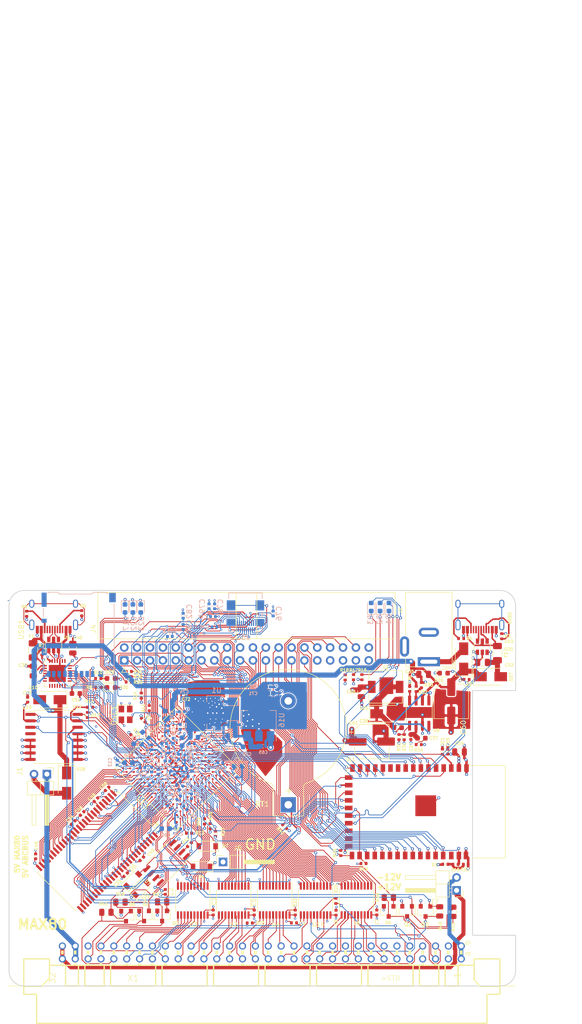
<source format=kicad_pcb>
(kicad_pcb (version 20171130) (host pcbnew 5.1.10-88a1d61d58~88~ubuntu20.04.1)

  (general
    (thickness 1.6)
    (drawings 19)
    (tracks 5245)
    (zones 0)
    (modules 182)
    (nets 256)
  )

  (page A4)
  (title_block
    (title MAX80)
    (date 2021-01-31)
    (rev 0.01)
    (company "No name")
  )

  (layers
    (0 F.Cu signal)
    (1 In1.Cu power)
    (2 In2.Cu signal)
    (31 B.Cu signal)
    (32 B.Adhes user)
    (33 F.Adhes user)
    (34 B.Paste user)
    (35 F.Paste user)
    (36 B.SilkS user)
    (37 F.SilkS user)
    (38 B.Mask user)
    (39 F.Mask user)
    (40 Dwgs.User user)
    (41 Cmts.User user)
    (42 Eco1.User user)
    (43 Eco2.User user)
    (44 Edge.Cuts user)
    (45 Margin user)
    (46 B.CrtYd user)
    (47 F.CrtYd user)
    (48 B.Fab user hide)
    (49 F.Fab user hide)
  )

  (setup
    (last_trace_width 0.15)
    (user_trace_width 0.15)
    (user_trace_width 0.3)
    (user_trace_width 0.5)
    (trace_clearance 0.15)
    (zone_clearance 0.15)
    (zone_45_only no)
    (trace_min 0.15)
    (via_size 0.6)
    (via_drill 0.3)
    (via_min_size 0.45)
    (via_min_drill 0.2)
    (user_via 0.45 0.2)
    (uvia_size 0.3)
    (uvia_drill 0.1)
    (uvias_allowed yes)
    (uvia_min_size 0.2)
    (uvia_min_drill 0.1)
    (edge_width 0.15)
    (segment_width 0.3)
    (pcb_text_width 0.3)
    (pcb_text_size 1.5 1.5)
    (mod_edge_width 0.15)
    (mod_text_size 1 1)
    (mod_text_width 0.15)
    (pad_size 0.46 0.4)
    (pad_drill 0)
    (pad_to_mask_clearance 0)
    (aux_axis_origin 0 0)
    (visible_elements FFFFFF7F)
    (pcbplotparams
      (layerselection 0x010fc_ffffffff)
      (usegerberextensions false)
      (usegerberattributes true)
      (usegerberadvancedattributes true)
      (creategerberjobfile true)
      (excludeedgelayer true)
      (linewidth 0.100000)
      (plotframeref false)
      (viasonmask false)
      (mode 1)
      (useauxorigin false)
      (hpglpennumber 1)
      (hpglpenspeed 20)
      (hpglpendiameter 15.000000)
      (psnegative false)
      (psa4output false)
      (plotreference true)
      (plotvalue true)
      (plotinvisibletext false)
      (padsonsilk false)
      (subtractmaskfromsilk false)
      (outputformat 1)
      (mirror false)
      (drillshape 0)
      (scaleselection 1)
      (outputdirectory "abc80_gerber"))
  )

  (net 0 "")
  (net 1 GND)
  (net 2 +5V)
  (net 3 "Net-(R5-Pad2)")
  (net 4 "Net-(R6-Pad2)")
  (net 5 "Net-(R7-Pad1)")
  (net 6 "Net-(U10-Pad5)")
  (net 7 "Net-(U10-Pad4)")
  (net 8 "Net-(U9-Pad4)")
  (net 9 "Net-(U9-Pad6)")
  (net 10 "Net-(USB1-Pad13)")
  (net 11 "Net-(BT1-Pad1)")
  (net 12 /A4)
  (net 13 /A3)
  (net 14 /A2)
  (net 15 /A1)
  (net 16 /A0)
  (net 17 /IO0)
  (net 18 /IO3)
  (net 19 /IO4)
  (net 20 /IO5)
  (net 21 /IO6)
  (net 22 /IO7)
  (net 23 /A11)
  (net 24 /IO9)
  (net 25 /A8)
  (net 26 /A7)
  (net 27 /A6)
  (net 28 /A5)
  (net 29 /A9)
  (net 30 /A10)
  (net 31 /A12)
  (net 32 /IO8)
  (net 33 /IO10)
  (net 34 /IO11)
  (net 35 /IO12)
  (net 36 /IO13)
  (net 37 /IO14)
  (net 38 /IO15)
  (net 39 /abc80bus/D7)
  (net 40 /abc80bus/D6)
  (net 41 /abc80bus/D5)
  (net 42 /abc80bus/D4)
  (net 43 /abc80bus/D3)
  (net 44 /abc80bus/D2)
  (net 45 /abc80bus/D1)
  (net 46 /abc80bus/D0)
  (net 47 /abc80bus/A8)
  (net 48 /abc80bus/A9)
  (net 49 /abc80bus/A10)
  (net 50 /abc80bus/A11)
  (net 51 /abc80bus/A12)
  (net 52 /abc80bus/A13)
  (net 53 /abc80bus/A14)
  (net 54 /abc80bus/A15)
  (net 55 /abc80bus/A7)
  (net 56 /abc80bus/A6)
  (net 57 /abc80bus/A5)
  (net 58 /abc80bus/A4)
  (net 59 /abc80bus/A3)
  (net 60 /abc80bus/A2)
  (net 61 /abc80bus/A1)
  (net 62 /abc80bus/A0)
  (net 63 /IO1)
  (net 64 /IO2)
  (net 65 /32KHZ)
  (net 66 /RTC_INT)
  (net 67 /abc80bus/ABC5V)
  (net 68 /SD_DAT1)
  (net 69 /SD_DAT3)
  (net 70 /SD_CMD)
  (net 71 /SD_CLK)
  (net 72 /SD_DAT0)
  (net 73 FPGA_TDI)
  (net 74 FPGA_TMS)
  (net 75 FPGA_TDO)
  (net 76 FPGA_TCK)
  (net 77 ABC_CLK_5)
  (net 78 /FPGA_SCL)
  (net 79 /FPGA_SDA)
  (net 80 FPGA_SPI_CLK)
  (net 81 FGPA_SPI_CS_ESP32)
  (net 82 INT_ESP32)
  (net 83 "Net-(C53-Pad1)")
  (net 84 "Net-(F2-Pad2)")
  (net 85 ESP32_TDO)
  (net 86 ESP32_TCK)
  (net 87 ESP32_TMS)
  (net 88 ESP32_IO0)
  (net 89 ESP32_RXD)
  (net 90 ESP32_TXD)
  (net 91 ESP32_EN)
  (net 92 "Net-(R3-Pad2)")
  (net 93 "Net-(R4-Pad2)")
  (net 94 /ESP32/USB_D-)
  (net 95 /ESP32/USB_D+)
  (net 96 ESP32_TDI)
  (net 97 "Net-(U15-Pad6)")
  (net 98 "Net-(U15-Pad4)")
  (net 99 "Net-(USB2-Pad13)")
  (net 100 "Net-(D1-Pad2)")
  (net 101 "Net-(D1-Pad1)")
  (net 102 "Net-(D2-Pad2)")
  (net 103 "Net-(D2-Pad1)")
  (net 104 "Net-(D3-Pad2)")
  (net 105 "Net-(D3-Pad1)")
  (net 106 ESP32_SCL)
  (net 107 ESP32_SDA)
  (net 108 ESP32_CS2)
  (net 109 ESP32_CS0)
  (net 110 ESP32_MISO)
  (net 111 ESP32_SCK)
  (net 112 ESP32_MOSI)
  (net 113 ESP32_CS1)
  (net 114 /FPGA_USB_TXD)
  (net 115 /FPGA_USB_RXD)
  (net 116 /abc80bus/~CS)
  (net 117 /abc80bus/~C4)
  (net 118 /abc80bus/~C3)
  (net 119 /abc80bus/~C2)
  (net 120 /abc80bus/~C1)
  (net 121 /abc80bus/~OUT)
  (net 122 /abc80bus/~RST)
  (net 123 /abc80bus/~XMEMFL)
  (net 124 /abc80bus/~INP)
  (net 125 /abc80bus/~STATUS)
  (net 126 /abc80bus/~XINPSTB)
  (net 127 /abc80bus/~XOUTSTB)
  (net 128 AD0)
  (net 129 AD1)
  (net 130 AD2)
  (net 131 AD3)
  (net 132 AD4)
  (net 133 AD5)
  (net 134 AD6)
  (net 135 AD7)
  (net 136 /abc80bus/~RESIN)
  (net 137 /FPGA_LED1)
  (net 138 /FPGA_LED2)
  (net 139 /FPGA_LED3)
  (net 140 "Net-(D17-Pad2)")
  (net 141 "Net-(D22-Pad2)")
  (net 142 "Net-(D23-Pad2)")
  (net 143 FPGA_GPIO3)
  (net 144 FPGA_GPIO2)
  (net 145 FPGA_GPIO1)
  (net 146 FPGA_GPIO0)
  (net 147 FPGA_GPIO5)
  (net 148 FPGA_GPIO4)
  (net 149 "Net-(C36-Pad1)")
  (net 150 "Net-(C37-Pad2)")
  (net 151 "Net-(C37-Pad1)")
  (net 152 "Net-(C38-Pad2)")
  (net 153 "Net-(R32-Pad2)")
  (net 154 "Net-(R35-Pad2)")
  (net 155 "Net-(C38-Pad1)")
  (net 156 /abc80bus/READY)
  (net 157 /abc80bus/~NMI)
  (net 158 ~FPGA_READY)
  (net 159 FPGA_NMI)
  (net 160 "Net-(D26-Pad2)")
  (net 161 FPGA_RESIN)
  (net 162 /DQMH)
  (net 163 /CLK)
  (net 164 /CKE)
  (net 165 /BA1)
  (net 166 /BA0)
  (net 167 /DQML)
  (net 168 "Net-(D28-Pad2)")
  (net 169 "Net-(D25-Pad2)")
  (net 170 "Net-(F1-Pad2)")
  (net 171 /FPGA_USB_RTS)
  (net 172 /FPGA_USB_CTS)
  (net 173 "Net-(C39-Pad1)")
  (net 174 "Net-(C52-Pad1)")
  (net 175 /WE#)
  (net 176 /CAS#)
  (net 177 /RAS#)
  (net 178 /CS#)
  (net 179 "Net-(D29-Pad1)")
  (net 180 "Net-(D30-Pad1)")
  (net 181 +3V3)
  (net 182 +2V5)
  (net 183 +1V2)
  (net 184 "Net-(R13-Pad1)")
  (net 185 "Net-(R37-Pad2)")
  (net 186 "Net-(R38-Pad2)")
  (net 187 "Net-(R41-Pad2)")
  (net 188 DATA0)
  (net 189 ~CS_ABC_3V3)
  (net 190 ~OUT_ABC_3V3)
  (net 191 AD8)
  (net 192 ~C1_ABC_3V3)
  (net 193 AD9)
  (net 194 ~C2_ABC_3V3)
  (net 195 AD10)
  (net 196 ~C3_ABC_3V3)
  (net 197 ~C4_ABC_3V3)
  (net 198 AD11)
  (net 199 AD12)
  (net 200 AD13)
  (net 201 AD14)
  (net 202 AD15)
  (net 203 DLCK)
  (net 204 ASD0)
  (net 205 nCE0)
  (net 206 ~INP_ABC_3V3)
  (net 207 ~STATUS_ABC_3V3)
  (net 208 DD0)
  (net 209 DD1)
  (net 210 DD2)
  (net 211 DD3)
  (net 212 DD4)
  (net 213 DD5)
  (net 214 DD6)
  (net 215 DD7)
  (net 216 DD8)
  (net 217 ~XOUTSTB_ABC_3V3)
  (net 218 ~RST_ABC_3V3)
  (net 219 ~XMEMFL_ABC_3V3)
  (net 220 ~XINPSTB_ABC_3V3)
  (net 221 ABC_CLK_3V3)
  (net 222 DD9)
  (net 223 FPGA_SPI_MOSI)
  (net 224 FPGA_SPI_MISO)
  (net 225 /SD_DAT2)
  (net 226 CLK0n)
  (net 227 "Net-(J5-PadSH)")
  (net 228 HDMI_CK-)
  (net 229 HDMI_D0+)
  (net 230 HDMI_D1-)
  (net 231 HDMI_D2+)
  (net 232 HDMI_CK+)
  (net 233 HDMI_D0-)
  (net 234 HDMI_D1+)
  (net 235 HDMI_D2-)
  (net 236 HDMI_SDA)
  (net 237 HDMI_HPD)
  (net 238 HDMI_SCL)
  (net 239 FPGA_JTAGEN)
  (net 240 FLASH_CS#)
  (net 241 /abc80bus/~INT)
  (net 242 /abc80bus/~XMEMW800)
  (net 243 /abc80bus/~XMEMW80)
  (net 244 INT_ABC_3V3)
  (net 245 INT800_ABC_3V3)
  (net 246 ~XMEMW80_ABC_3V3)
  (net 247 ~XMEMW800_ABC_3V3)
  (net 248 /abc80bus/~XM)
  (net 249 XM_ABC_3V3)
  (net 250 "Net-(R25-Pad2)")
  (net 251 AD16)
  (net 252 DD10)
  (net 253 /abc80bus/ABC_-12V)
  (net 254 /abc80bus/ABC_12V)
  (net 255 /FPGA_USB_DTR)

  (net_class Default "This is the default net class."
    (clearance 0.15)
    (trace_width 0.15)
    (via_dia 0.6)
    (via_drill 0.3)
    (uvia_dia 0.3)
    (uvia_drill 0.1)
    (add_net +1V2)
    (add_net +2V5)
    (add_net +3V3)
    (add_net +5V)
    (add_net /32KHZ)
    (add_net /A0)
    (add_net /A1)
    (add_net /A10)
    (add_net /A11)
    (add_net /A12)
    (add_net /A2)
    (add_net /A3)
    (add_net /A4)
    (add_net /A5)
    (add_net /A6)
    (add_net /A7)
    (add_net /A8)
    (add_net /A9)
    (add_net /BA0)
    (add_net /BA1)
    (add_net /CAS#)
    (add_net /CKE)
    (add_net /CLK)
    (add_net /CS#)
    (add_net /DQMH)
    (add_net /DQML)
    (add_net /ESP32/USB_D+)
    (add_net /ESP32/USB_D-)
    (add_net /FPGA_LED1)
    (add_net /FPGA_LED2)
    (add_net /FPGA_LED3)
    (add_net /FPGA_SCL)
    (add_net /FPGA_SDA)
    (add_net /FPGA_USB_CTS)
    (add_net /FPGA_USB_DTR)
    (add_net /FPGA_USB_RTS)
    (add_net /FPGA_USB_RXD)
    (add_net /FPGA_USB_TXD)
    (add_net /IO0)
    (add_net /IO1)
    (add_net /IO10)
    (add_net /IO11)
    (add_net /IO12)
    (add_net /IO13)
    (add_net /IO14)
    (add_net /IO15)
    (add_net /IO2)
    (add_net /IO3)
    (add_net /IO4)
    (add_net /IO5)
    (add_net /IO6)
    (add_net /IO7)
    (add_net /IO8)
    (add_net /IO9)
    (add_net /RAS#)
    (add_net /RTC_INT)
    (add_net /SD_CLK)
    (add_net /SD_CMD)
    (add_net /SD_DAT0)
    (add_net /SD_DAT1)
    (add_net /SD_DAT2)
    (add_net /SD_DAT3)
    (add_net /WE#)
    (add_net /abc80bus/A0)
    (add_net /abc80bus/A1)
    (add_net /abc80bus/A10)
    (add_net /abc80bus/A11)
    (add_net /abc80bus/A12)
    (add_net /abc80bus/A13)
    (add_net /abc80bus/A14)
    (add_net /abc80bus/A15)
    (add_net /abc80bus/A2)
    (add_net /abc80bus/A3)
    (add_net /abc80bus/A4)
    (add_net /abc80bus/A5)
    (add_net /abc80bus/A6)
    (add_net /abc80bus/A7)
    (add_net /abc80bus/A8)
    (add_net /abc80bus/A9)
    (add_net /abc80bus/ABC5V)
    (add_net /abc80bus/ABC_-12V)
    (add_net /abc80bus/ABC_12V)
    (add_net /abc80bus/D0)
    (add_net /abc80bus/D1)
    (add_net /abc80bus/D2)
    (add_net /abc80bus/D3)
    (add_net /abc80bus/D4)
    (add_net /abc80bus/D5)
    (add_net /abc80bus/D6)
    (add_net /abc80bus/D7)
    (add_net /abc80bus/READY)
    (add_net /abc80bus/~C1)
    (add_net /abc80bus/~C2)
    (add_net /abc80bus/~C3)
    (add_net /abc80bus/~C4)
    (add_net /abc80bus/~CS)
    (add_net /abc80bus/~INP)
    (add_net /abc80bus/~INT)
    (add_net /abc80bus/~NMI)
    (add_net /abc80bus/~OUT)
    (add_net /abc80bus/~RESIN)
    (add_net /abc80bus/~RST)
    (add_net /abc80bus/~STATUS)
    (add_net /abc80bus/~XINPSTB)
    (add_net /abc80bus/~XM)
    (add_net /abc80bus/~XMEMFL)
    (add_net /abc80bus/~XMEMW80)
    (add_net /abc80bus/~XMEMW800)
    (add_net /abc80bus/~XOUTSTB)
    (add_net ABC_CLK_3V3)
    (add_net ABC_CLK_5)
    (add_net AD0)
    (add_net AD1)
    (add_net AD10)
    (add_net AD11)
    (add_net AD12)
    (add_net AD13)
    (add_net AD14)
    (add_net AD15)
    (add_net AD16)
    (add_net AD2)
    (add_net AD3)
    (add_net AD4)
    (add_net AD5)
    (add_net AD6)
    (add_net AD7)
    (add_net AD8)
    (add_net AD9)
    (add_net ASD0)
    (add_net CLK0n)
    (add_net DATA0)
    (add_net DD0)
    (add_net DD1)
    (add_net DD10)
    (add_net DD2)
    (add_net DD3)
    (add_net DD4)
    (add_net DD5)
    (add_net DD6)
    (add_net DD7)
    (add_net DD8)
    (add_net DD9)
    (add_net DLCK)
    (add_net ESP32_CS0)
    (add_net ESP32_CS1)
    (add_net ESP32_CS2)
    (add_net ESP32_EN)
    (add_net ESP32_IO0)
    (add_net ESP32_MISO)
    (add_net ESP32_MOSI)
    (add_net ESP32_RXD)
    (add_net ESP32_SCK)
    (add_net ESP32_SCL)
    (add_net ESP32_SDA)
    (add_net ESP32_TCK)
    (add_net ESP32_TDI)
    (add_net ESP32_TDO)
    (add_net ESP32_TMS)
    (add_net ESP32_TXD)
    (add_net FGPA_SPI_CS_ESP32)
    (add_net FLASH_CS#)
    (add_net FPGA_GPIO0)
    (add_net FPGA_GPIO1)
    (add_net FPGA_GPIO2)
    (add_net FPGA_GPIO3)
    (add_net FPGA_GPIO4)
    (add_net FPGA_GPIO5)
    (add_net FPGA_JTAGEN)
    (add_net FPGA_NMI)
    (add_net FPGA_RESIN)
    (add_net FPGA_SPI_CLK)
    (add_net FPGA_SPI_MISO)
    (add_net FPGA_SPI_MOSI)
    (add_net FPGA_TCK)
    (add_net FPGA_TDI)
    (add_net FPGA_TDO)
    (add_net FPGA_TMS)
    (add_net GND)
    (add_net HDMI_CK+)
    (add_net HDMI_CK-)
    (add_net HDMI_D0+)
    (add_net HDMI_D0-)
    (add_net HDMI_D1+)
    (add_net HDMI_D1-)
    (add_net HDMI_D2+)
    (add_net HDMI_D2-)
    (add_net HDMI_HPD)
    (add_net HDMI_SCL)
    (add_net HDMI_SDA)
    (add_net INT800_ABC_3V3)
    (add_net INT_ABC_3V3)
    (add_net INT_ESP32)
    (add_net "Net-(BT1-Pad1)")
    (add_net "Net-(C36-Pad1)")
    (add_net "Net-(C37-Pad1)")
    (add_net "Net-(C37-Pad2)")
    (add_net "Net-(C38-Pad1)")
    (add_net "Net-(C38-Pad2)")
    (add_net "Net-(C39-Pad1)")
    (add_net "Net-(C52-Pad1)")
    (add_net "Net-(C53-Pad1)")
    (add_net "Net-(D1-Pad1)")
    (add_net "Net-(D1-Pad2)")
    (add_net "Net-(D17-Pad2)")
    (add_net "Net-(D2-Pad1)")
    (add_net "Net-(D2-Pad2)")
    (add_net "Net-(D22-Pad2)")
    (add_net "Net-(D23-Pad2)")
    (add_net "Net-(D25-Pad2)")
    (add_net "Net-(D26-Pad2)")
    (add_net "Net-(D28-Pad2)")
    (add_net "Net-(D29-Pad1)")
    (add_net "Net-(D3-Pad1)")
    (add_net "Net-(D3-Pad2)")
    (add_net "Net-(D30-Pad1)")
    (add_net "Net-(F1-Pad2)")
    (add_net "Net-(F2-Pad2)")
    (add_net "Net-(J5-PadSH)")
    (add_net "Net-(R13-Pad1)")
    (add_net "Net-(R25-Pad2)")
    (add_net "Net-(R3-Pad2)")
    (add_net "Net-(R32-Pad2)")
    (add_net "Net-(R35-Pad2)")
    (add_net "Net-(R37-Pad2)")
    (add_net "Net-(R38-Pad2)")
    (add_net "Net-(R4-Pad2)")
    (add_net "Net-(R41-Pad2)")
    (add_net "Net-(R5-Pad2)")
    (add_net "Net-(R6-Pad2)")
    (add_net "Net-(R7-Pad1)")
    (add_net "Net-(U10-Pad4)")
    (add_net "Net-(U10-Pad5)")
    (add_net "Net-(U15-Pad4)")
    (add_net "Net-(U15-Pad6)")
    (add_net "Net-(U9-Pad4)")
    (add_net "Net-(U9-Pad6)")
    (add_net "Net-(USB1-Pad13)")
    (add_net "Net-(USB2-Pad13)")
    (add_net XM_ABC_3V3)
    (add_net nCE0)
    (add_net ~C1_ABC_3V3)
    (add_net ~C2_ABC_3V3)
    (add_net ~C3_ABC_3V3)
    (add_net ~C4_ABC_3V3)
    (add_net ~CS_ABC_3V3)
    (add_net ~FPGA_READY)
    (add_net ~INP_ABC_3V3)
    (add_net ~OUT_ABC_3V3)
    (add_net ~RST_ABC_3V3)
    (add_net ~STATUS_ABC_3V3)
    (add_net ~XINPSTB_ABC_3V3)
    (add_net ~XMEMFL_ABC_3V3)
    (add_net ~XMEMW800_ABC_3V3)
    (add_net ~XMEMW80_ABC_3V3)
    (add_net ~XOUTSTB_ABC_3V3)
  )

  (module Package_BGA:BGA-256_17.0x17.0mm_Layout16x16_P1.0mm_Ball0.5mm_Pad0.4mm_NSMD (layer F.Cu) (tedit 5A058D74) (tstamp 6073D206)
    (at 85.625 136.085 135)
    (descr "BGA-256, dimensions: https://www.xilinx.com/support/documentation/package_specs/ft256.pdf, design rules: https://www.xilinx.com/support/documentation/user_guides/ug1099-bga-device-design-rules.pdf")
    (tags BGA-256)
    (path /6054E41F)
    (attr smd)
    (fp_text reference U13 (at 0 -9.6 135) (layer F.SilkS)
      (effects (font (size 1 1) (thickness 0.15)))
    )
    (fp_text value EP4CE15F17C8N (at 0 9.7 135) (layer F.Fab)
      (effects (font (size 1 1) (thickness 0.15)))
    )
    (fp_line (start 9.5 9.5) (end -9.5 9.5) (layer F.CrtYd) (width 0.05))
    (fp_line (start 9.5 9.5) (end 9.5 -9.5) (layer F.CrtYd) (width 0.05))
    (fp_line (start -9.5 -9.5) (end -9.5 9.5) (layer F.CrtYd) (width 0.05))
    (fp_line (start -9.5 -9.5) (end 9.5 -9.5) (layer F.CrtYd) (width 0.05))
    (fp_line (start -8.5 -8) (end -8.5 8.5) (layer F.Fab) (width 0.1))
    (fp_line (start -8 -8.5) (end -8.5 -8) (layer F.Fab) (width 0.1))
    (fp_line (start 8.5 -8.5) (end -8 -8.5) (layer F.Fab) (width 0.1))
    (fp_line (start 8.5 8.5) (end 8.5 -8.5) (layer F.Fab) (width 0.1))
    (fp_line (start -8.5 8.5) (end 8.5 8.5) (layer F.Fab) (width 0.1))
    (fp_line (start 8.6 8.6) (end 8.6 -8.6) (layer F.SilkS) (width 0.12))
    (fp_line (start -8.6 8.6) (end 8.6 8.6) (layer F.SilkS) (width 0.12))
    (fp_line (start -8.6 -8.6) (end -8.6 8.6) (layer F.SilkS) (width 0.12))
    (fp_line (start 8.6 -8.6) (end -8.6 -8.6) (layer F.SilkS) (width 0.12))
    (fp_line (start -8.8 -8.8) (end -8.8 -8.1) (layer F.SilkS) (width 0.12))
    (fp_line (start -8.1 -8.8) (end -8.8 -8.8) (layer F.SilkS) (width 0.12))
    (fp_text user %R (at 0 0 135) (layer F.Fab)
      (effects (font (size 1 1) (thickness 0.15)))
    )
    (pad H16 smd circle (at 7.5 -0.5 135) (size 0.4 0.4) (layers F.Cu F.Paste F.Mask)
      (net 1 GND))
    (pad J16 smd circle (at 7.5 0.5 135) (size 0.4 0.4) (layers F.Cu F.Paste F.Mask)
      (net 228 HDMI_CK-))
    (pad K16 smd circle (at 7.5 1.5 135) (size 0.4 0.4) (layers F.Cu F.Paste F.Mask)
      (net 233 HDMI_D0-))
    (pad L16 smd circle (at 7.5 2.5 135) (size 0.4 0.4) (layers F.Cu F.Paste F.Mask))
    (pad M16 smd circle (at 7.5 3.5 135) (size 0.4 0.4) (layers F.Cu F.Paste F.Mask)
      (net 1 GND))
    (pad N16 smd circle (at 7.5 4.5 135) (size 0.4 0.4) (layers F.Cu F.Paste F.Mask)
      (net 230 HDMI_D1-))
    (pad P16 smd circle (at 7.5 5.5 135) (size 0.4 0.4) (layers F.Cu F.Paste F.Mask)
      (net 235 HDMI_D2-))
    (pad R16 smd circle (at 7.5 6.5 135) (size 0.4 0.4) (layers F.Cu F.Paste F.Mask)
      (net 231 HDMI_D2+))
    (pad T16 smd circle (at 7.5 7.5 135) (size 0.4 0.4) (layers F.Cu F.Paste F.Mask)
      (net 181 +3V3))
    (pad N12 smd circle (at 3.5 4.5 135) (size 0.4 0.4) (layers F.Cu F.Paste F.Mask))
    (pad M12 smd circle (at 3.5 3.5 135) (size 0.4 0.4) (layers F.Cu F.Paste F.Mask)
      (net 1 GND))
    (pad L12 smd circle (at 3.5 2.5 135) (size 0.4 0.4) (layers F.Cu F.Paste F.Mask)
      (net 182 +2V5))
    (pad K12 smd circle (at 3.5 1.5 135) (size 0.4 0.4) (layers F.Cu F.Paste F.Mask))
    (pad K11 smd circle (at 2.5 1.5 135) (size 0.4 0.4) (layers F.Cu F.Paste F.Mask)
      (net 183 +1V2))
    (pad L11 smd circle (at 2.5 2.5 135) (size 0.4 0.4) (layers F.Cu F.Paste F.Mask))
    (pad M11 smd circle (at 2.5 3.5 135) (size 0.4 0.4) (layers F.Cu F.Paste F.Mask)
      (net 238 HDMI_SCL))
    (pad N11 smd circle (at 2.5 4.5 135) (size 0.4 0.4) (layers F.Cu F.Paste F.Mask))
    (pad T15 smd circle (at 6.5 7.5 135) (size 0.4 0.4) (layers F.Cu F.Paste F.Mask)
      (net 237 HDMI_HPD))
    (pad R15 smd circle (at 6.5 6.5 135) (size 0.4 0.4) (layers F.Cu F.Paste F.Mask)
      (net 1 GND))
    (pad P15 smd circle (at 6.5 5.5 135) (size 0.4 0.4) (layers F.Cu F.Paste F.Mask))
    (pad N15 smd circle (at 6.5 4.5 135) (size 0.4 0.4) (layers F.Cu F.Paste F.Mask)
      (net 234 HDMI_D1+))
    (pad M15 smd circle (at 6.5 3.5 135) (size 0.4 0.4) (layers F.Cu F.Paste F.Mask)
      (net 226 CLK0n))
    (pad L15 smd circle (at 6.5 2.5 135) (size 0.4 0.4) (layers F.Cu F.Paste F.Mask))
    (pad K15 smd circle (at 6.5 1.5 135) (size 0.4 0.4) (layers F.Cu F.Paste F.Mask)
      (net 229 HDMI_D0+))
    (pad J15 smd circle (at 6.5 0.5 135) (size 0.4 0.4) (layers F.Cu F.Paste F.Mask)
      (net 232 HDMI_CK+))
    (pad H15 smd circle (at 6.5 -0.5 135) (size 0.4 0.4) (layers F.Cu F.Paste F.Mask)
      (net 1 GND))
    (pad H14 smd circle (at 5.5 -0.5 135) (size 0.4 0.4) (layers F.Cu F.Paste F.Mask)
      (net 186 "Net-(R38-Pad2)"))
    (pad J14 smd circle (at 5.5 0.5 135) (size 0.4 0.4) (layers F.Cu F.Paste F.Mask))
    (pad K14 smd circle (at 5.5 1.5 135) (size 0.4 0.4) (layers F.Cu F.Paste F.Mask)
      (net 182 +2V5))
    (pad L14 smd circle (at 5.5 2.5 135) (size 0.4 0.4) (layers F.Cu F.Paste F.Mask))
    (pad M14 smd circle (at 5.5 3.5 135) (size 0.4 0.4) (layers F.Cu F.Paste F.Mask)
      (net 182 +2V5))
    (pad N14 smd circle (at 5.5 4.5 135) (size 0.4 0.4) (layers F.Cu F.Paste F.Mask))
    (pad P14 smd circle (at 5.5 5.5 135) (size 0.4 0.4) (layers F.Cu F.Paste F.Mask)
      (net 255 /FPGA_USB_DTR))
    (pad R14 smd circle (at 5.5 6.5 135) (size 0.4 0.4) (layers F.Cu F.Paste F.Mask)
      (net 138 /FPGA_LED2))
    (pad T14 smd circle (at 5.5 7.5 135) (size 0.4 0.4) (layers F.Cu F.Paste F.Mask)
      (net 139 /FPGA_LED3))
    (pad N10 smd circle (at 1.5 4.5 135) (size 0.4 0.4) (layers F.Cu F.Paste F.Mask)
      (net 1 GND))
    (pad M10 smd circle (at 1.5 3.5 135) (size 0.4 0.4) (layers F.Cu F.Paste F.Mask)
      (net 68 /SD_DAT1))
    (pad L10 smd circle (at 1.5 2.5 135) (size 0.4 0.4) (layers F.Cu F.Paste F.Mask)
      (net 217 ~XOUTSTB_ABC_3V3))
    (pad K10 smd circle (at 1.5 1.5 135) (size 0.4 0.4) (layers F.Cu F.Paste F.Mask))
    (pad K9 smd circle (at 0.5 1.5 135) (size 0.4 0.4) (layers F.Cu F.Paste F.Mask))
    (pad L9 smd circle (at 0.5 2.5 135) (size 0.4 0.4) (layers F.Cu F.Paste F.Mask))
    (pad M9 smd circle (at 0.5 3.5 135) (size 0.4 0.4) (layers F.Cu F.Paste F.Mask))
    (pad N9 smd circle (at 0.5 4.5 135) (size 0.4 0.4) (layers F.Cu F.Paste F.Mask))
    (pad T13 smd circle (at 4.5 7.5 135) (size 0.4 0.4) (layers F.Cu F.Paste F.Mask)
      (net 137 /FPGA_LED1))
    (pad R13 smd circle (at 4.5 6.5 135) (size 0.4 0.4) (layers F.Cu F.Paste F.Mask)
      (net 236 HDMI_SDA))
    (pad P13 smd circle (at 4.5 5.5 135) (size 0.4 0.4) (layers F.Cu F.Paste F.Mask)
      (net 181 +3V3))
    (pad N13 smd circle (at 4.5 4.5 135) (size 0.4 0.4) (layers F.Cu F.Paste F.Mask)
      (net 183 +1V2))
    (pad M13 smd circle (at 4.5 3.5 135) (size 0.4 0.4) (layers F.Cu F.Paste F.Mask)
      (net 1 GND))
    (pad L13 smd circle (at 4.5 2.5 135) (size 0.4 0.4) (layers F.Cu F.Paste F.Mask))
    (pad K13 smd circle (at 4.5 1.5 135) (size 0.4 0.4) (layers F.Cu F.Paste F.Mask)
      (net 1 GND))
    (pad J13 smd circle (at 4.5 0.5 135) (size 0.4 0.4) (layers F.Cu F.Paste F.Mask))
    (pad H13 smd circle (at 4.5 -0.5 135) (size 0.4 0.4) (layers F.Cu F.Paste F.Mask)
      (net 1 GND))
    (pad J12 smd circle (at 3.5 0.5 135) (size 0.4 0.4) (layers F.Cu F.Paste F.Mask))
    (pad J11 smd circle (at 2.5 0.5 135) (size 0.4 0.4) (layers F.Cu F.Paste F.Mask)
      (net 1 GND))
    (pad J10 smd circle (at 1.5 0.5 135) (size 0.4 0.4) (layers F.Cu F.Paste F.Mask)
      (net 1 GND))
    (pad H12 smd circle (at 3.5 -0.5 135) (size 0.4 0.4) (layers F.Cu F.Paste F.Mask)
      (net 181 +3V3))
    (pad H11 smd circle (at 2.5 -0.5 135) (size 0.4 0.4) (layers F.Cu F.Paste F.Mask)
      (net 183 +1V2))
    (pad H10 smd circle (at 1.5 -0.5 135) (size 0.4 0.4) (layers F.Cu F.Paste F.Mask)
      (net 1 GND))
    (pad H9 smd circle (at 0.5 -0.5 135) (size 0.4 0.4) (layers F.Cu F.Paste F.Mask)
      (net 1 GND))
    (pad T12 smd circle (at 3.5 7.5 135) (size 0.4 0.4) (layers F.Cu F.Paste F.Mask)
      (net 220 ~XINPSTB_ABC_3V3))
    (pad R12 smd circle (at 3.5 6.5 135) (size 0.4 0.4) (layers F.Cu F.Paste F.Mask))
    (pad G9 smd circle (at 0.5 -1.5 135) (size 0.4 0.4) (layers F.Cu F.Paste F.Mask)
      (net 183 +1V2))
    (pad G10 smd circle (at 1.5 -1.5 135) (size 0.4 0.4) (layers F.Cu F.Paste F.Mask)
      (net 183 +1V2))
    (pad G11 smd circle (at 2.5 -1.5 135) (size 0.4 0.4) (layers F.Cu F.Paste F.Mask))
    (pad G12 smd circle (at 3.5 -1.5 135) (size 0.4 0.4) (layers F.Cu F.Paste F.Mask)
      (net 1 GND))
    (pad J9 smd circle (at 0.5 0.5 135) (size 0.4 0.4) (layers F.Cu F.Paste F.Mask)
      (net 1 GND))
    (pad F12 smd circle (at 3.5 -2.5 135) (size 0.4 0.4) (layers F.Cu F.Paste F.Mask)
      (net 182 +2V5))
    (pad F11 smd circle (at 2.5 -2.5 135) (size 0.4 0.4) (layers F.Cu F.Paste F.Mask)
      (net 183 +1V2))
    (pad F10 smd circle (at 1.5 -2.5 135) (size 0.4 0.4) (layers F.Cu F.Paste F.Mask)
      (net 1 GND))
    (pad F9 smd circle (at 0.5 -2.5 135) (size 0.4 0.4) (layers F.Cu F.Paste F.Mask)
      (net 175 /WE#))
    (pad P12 smd circle (at 3.5 5.5 135) (size 0.4 0.4) (layers F.Cu F.Paste F.Mask)
      (net 1 GND))
    (pad E12 smd circle (at 3.5 -3.5 135) (size 0.4 0.4) (layers F.Cu F.Paste F.Mask)
      (net 1 GND))
    (pad E11 smd circle (at 2.5 -3.5 135) (size 0.4 0.4) (layers F.Cu F.Paste F.Mask)
      (net 63 /IO1))
    (pad E10 smd circle (at 1.5 -3.5 135) (size 0.4 0.4) (layers F.Cu F.Paste F.Mask)
      (net 167 /DQML))
    (pad E9 smd circle (at 0.5 -3.5 135) (size 0.4 0.4) (layers F.Cu F.Paste F.Mask)
      (net 176 /CAS#))
    (pad N8 smd circle (at -0.5 4.5 135) (size 0.4 0.4) (layers F.Cu F.Paste F.Mask)
      (net 81 FGPA_SPI_CS_ESP32))
    (pad T11 smd circle (at 2.5 7.5 135) (size 0.4 0.4) (layers F.Cu F.Paste F.Mask)
      (net 145 FPGA_GPIO1))
    (pad T10 smd circle (at 1.5 7.5 135) (size 0.4 0.4) (layers F.Cu F.Paste F.Mask)
      (net 252 DD10))
    (pad T9 smd circle (at 0.5 7.5 135) (size 0.4 0.4) (layers F.Cu F.Paste F.Mask)
      (net 1 GND))
    (pad T8 smd circle (at -0.5 7.5 135) (size 0.4 0.4) (layers F.Cu F.Paste F.Mask)
      (net 221 ABC_CLK_3V3))
    (pad T7 smd circle (at -1.5 7.5 135) (size 0.4 0.4) (layers F.Cu F.Paste F.Mask)
      (net 148 FPGA_GPIO4))
    (pad R11 smd circle (at 2.5 6.5 135) (size 0.4 0.4) (layers F.Cu F.Paste F.Mask))
    (pad R10 smd circle (at 1.5 6.5 135) (size 0.4 0.4) (layers F.Cu F.Paste F.Mask)
      (net 143 FPGA_GPIO3))
    (pad R9 smd circle (at 0.5 6.5 135) (size 0.4 0.4) (layers F.Cu F.Paste F.Mask)
      (net 1 GND))
    (pad R8 smd circle (at -0.5 6.5 135) (size 0.4 0.4) (layers F.Cu F.Paste F.Mask)
      (net 1 GND))
    (pad R7 smd circle (at -1.5 6.5 135) (size 0.4 0.4) (layers F.Cu F.Paste F.Mask)
      (net 147 FPGA_GPIO5))
    (pad P7 smd circle (at -1.5 5.5 135) (size 0.4 0.4) (layers F.Cu F.Paste F.Mask)
      (net 181 +3V3))
    (pad P8 smd circle (at -0.5 5.5 135) (size 0.4 0.4) (layers F.Cu F.Paste F.Mask)
      (net 82 INT_ESP32))
    (pad P9 smd circle (at 0.5 5.5 135) (size 0.4 0.4) (layers F.Cu F.Paste F.Mask))
    (pad P10 smd circle (at 1.5 5.5 135) (size 0.4 0.4) (layers F.Cu F.Paste F.Mask)
      (net 181 +3V3))
    (pad P11 smd circle (at 2.5 5.5 135) (size 0.4 0.4) (layers F.Cu F.Paste F.Mask))
    (pad N7 smd circle (at -1.5 4.5 135) (size 0.4 0.4) (layers F.Cu F.Paste F.Mask)
      (net 1 GND))
    (pad N6 smd circle (at -2.5 4.5 135) (size 0.4 0.4) (layers F.Cu F.Paste F.Mask)
      (net 240 FLASH_CS#))
    (pad N5 smd circle (at -3.5 4.5 135) (size 0.4 0.4) (layers F.Cu F.Paste F.Mask)
      (net 210 DD2))
    (pad M8 smd circle (at -0.5 3.5 135) (size 0.4 0.4) (layers F.Cu F.Paste F.Mask)
      (net 223 FPGA_SPI_MOSI))
    (pad T6 smd circle (at -2.5 7.5 135) (size 0.4 0.4) (layers F.Cu F.Paste F.Mask)
      (net 144 FPGA_GPIO2))
    (pad T5 smd circle (at -3.5 7.5 135) (size 0.4 0.4) (layers F.Cu F.Paste F.Mask)
      (net 222 DD9))
    (pad R6 smd circle (at -2.5 6.5 135) (size 0.4 0.4) (layers F.Cu F.Paste F.Mask)
      (net 161 FPGA_RESIN))
    (pad R5 smd circle (at -3.5 6.5 135) (size 0.4 0.4) (layers F.Cu F.Paste F.Mask)
      (net 216 DD8))
    (pad P6 smd circle (at -2.5 5.5 135) (size 0.4 0.4) (layers F.Cu F.Paste F.Mask)
      (net 80 FPGA_SPI_CLK))
    (pad P5 smd circle (at -3.5 5.5 135) (size 0.4 0.4) (layers F.Cu F.Paste F.Mask)
      (net 1 GND))
    (pad M7 smd circle (at -1.5 3.5 135) (size 0.4 0.4) (layers F.Cu F.Paste F.Mask)
      (net 224 FPGA_SPI_MISO))
    (pad M6 smd circle (at -2.5 3.5 135) (size 0.4 0.4) (layers F.Cu F.Paste F.Mask)
      (net 209 DD1))
    (pad M5 smd circle (at -3.5 3.5 135) (size 0.4 0.4) (layers F.Cu F.Paste F.Mask)
      (net 1 GND))
    (pad L8 smd circle (at -0.5 2.5 135) (size 0.4 0.4) (layers F.Cu F.Paste F.Mask)
      (net 88 ESP32_IO0))
    (pad L7 smd circle (at -1.5 2.5 135) (size 0.4 0.4) (layers F.Cu F.Paste F.Mask)
      (net 146 FPGA_GPIO0))
    (pad L6 smd circle (at -2.5 2.5 135) (size 0.4 0.4) (layers F.Cu F.Paste F.Mask)
      (net 183 +1V2))
    (pad L5 smd circle (at -3.5 2.5 135) (size 0.4 0.4) (layers F.Cu F.Paste F.Mask)
      (net 182 +2V5))
    (pad K8 smd circle (at -0.5 1.5 135) (size 0.4 0.4) (layers F.Cu F.Paste F.Mask)
      (net 1 GND))
    (pad K7 smd circle (at -1.5 1.5 135) (size 0.4 0.4) (layers F.Cu F.Paste F.Mask)
      (net 183 +1V2))
    (pad K6 smd circle (at -2.5 1.5 135) (size 0.4 0.4) (layers F.Cu F.Paste F.Mask))
    (pad K5 smd circle (at -3.5 1.5 135) (size 0.4 0.4) (layers F.Cu F.Paste F.Mask)
      (net 194 ~C2_ABC_3V3))
    (pad J8 smd circle (at -0.5 0.5 135) (size 0.4 0.4) (layers F.Cu F.Paste F.Mask)
      (net 1 GND))
    (pad J7 smd circle (at -1.5 0.5 135) (size 0.4 0.4) (layers F.Cu F.Paste F.Mask)
      (net 1 GND))
    (pad J6 smd circle (at -2.5 0.5 135) (size 0.4 0.4) (layers F.Cu F.Paste F.Mask)
      (net 183 +1V2))
    (pad J5 smd circle (at -3.5 0.5 135) (size 0.4 0.4) (layers F.Cu F.Paste F.Mask)
      (net 74 FPGA_TMS))
    (pad H8 smd circle (at -0.5 -0.5 135) (size 0.4 0.4) (layers F.Cu F.Paste F.Mask)
      (net 1 GND))
    (pad H7 smd circle (at -1.5 -0.5 135) (size 0.4 0.4) (layers F.Cu F.Paste F.Mask)
      (net 1 GND))
    (pad H6 smd circle (at -2.5 -0.5 135) (size 0.4 0.4) (layers F.Cu F.Paste F.Mask)
      (net 183 +1V2))
    (pad H5 smd circle (at -3.5 -0.5 135) (size 0.4 0.4) (layers F.Cu F.Paste F.Mask)
      (net 185 "Net-(R37-Pad2)"))
    (pad G8 smd circle (at -0.5 -1.5 135) (size 0.4 0.4) (layers F.Cu F.Paste F.Mask)
      (net 183 +1V2))
    (pad G7 smd circle (at -1.5 -1.5 135) (size 0.4 0.4) (layers F.Cu F.Paste F.Mask)
      (net 183 +1V2))
    (pad G6 smd circle (at -2.5 -1.5 135) (size 0.4 0.4) (layers F.Cu F.Paste F.Mask)
      (net 183 +1V2))
    (pad G5 smd circle (at -3.5 -1.5 135) (size 0.4 0.4) (layers F.Cu F.Paste F.Mask)
      (net 132 AD4))
    (pad F8 smd circle (at -0.5 -2.5 135) (size 0.4 0.4) (layers F.Cu F.Paste F.Mask)
      (net 164 /CKE))
    (pad F7 smd circle (at -1.5 -2.5 135) (size 0.4 0.4) (layers F.Cu F.Paste F.Mask)
      (net 183 +1V2))
    (pad F6 smd circle (at -2.5 -2.5 135) (size 0.4 0.4) (layers F.Cu F.Paste F.Mask)
      (net 1 GND))
    (pad F5 smd circle (at -3.5 -2.5 135) (size 0.4 0.4) (layers F.Cu F.Paste F.Mask)
      (net 182 +2V5))
    (pad E5 smd circle (at -3.5 -3.5 135) (size 0.4 0.4) (layers F.Cu F.Paste F.Mask)
      (net 1 GND))
    (pad E6 smd circle (at -2.5 -3.5 135) (size 0.4 0.4) (layers F.Cu F.Paste F.Mask)
      (net 35 /IO12))
    (pad E7 smd circle (at -1.5 -3.5 135) (size 0.4 0.4) (layers F.Cu F.Paste F.Mask)
      (net 24 /IO9))
    (pad E8 smd circle (at -0.5 -3.5 135) (size 0.4 0.4) (layers F.Cu F.Paste F.Mask)
      (net 27 /A6))
    (pad T4 smd circle (at -4.5 7.5 135) (size 0.4 0.4) (layers F.Cu F.Paste F.Mask)
      (net 215 DD7))
    (pad T3 smd circle (at -5.5 7.5 135) (size 0.4 0.4) (layers F.Cu F.Paste F.Mask)
      (net 213 DD5))
    (pad T2 smd circle (at -6.5 7.5 135) (size 0.4 0.4) (layers F.Cu F.Paste F.Mask)
      (net 211 DD3))
    (pad T1 smd circle (at -7.5 7.5 135) (size 0.4 0.4) (layers F.Cu F.Paste F.Mask)
      (net 181 +3V3))
    (pad R1 smd circle (at -7.5 6.5 135) (size 0.4 0.4) (layers F.Cu F.Paste F.Mask)
      (net 246 ~XMEMW80_ABC_3V3))
    (pad P1 smd circle (at -7.5 5.5 135) (size 0.4 0.4) (layers F.Cu F.Paste F.Mask)
      (net 247 ~XMEMW800_ABC_3V3))
    (pad N1 smd circle (at -7.5 4.5 135) (size 0.4 0.4) (layers F.Cu F.Paste F.Mask)
      (net 202 AD15))
    (pad R2 smd circle (at -6.5 6.5 135) (size 0.4 0.4) (layers F.Cu F.Paste F.Mask)
      (net 1 GND))
    (pad P2 smd circle (at -6.5 5.5 135) (size 0.4 0.4) (layers F.Cu F.Paste F.Mask)
      (net 218 ~RST_ABC_3V3))
    (pad N2 smd circle (at -6.5 4.5 135) (size 0.4 0.4) (layers F.Cu F.Paste F.Mask)
      (net 201 AD14))
    (pad N3 smd circle (at -5.5 4.5 135) (size 0.4 0.4) (layers F.Cu F.Paste F.Mask)
      (net 219 ~XMEMFL_ABC_3V3))
    (pad P3 smd circle (at -5.5 5.5 135) (size 0.4 0.4) (layers F.Cu F.Paste F.Mask)
      (net 208 DD0))
    (pad R3 smd circle (at -5.5 6.5 135) (size 0.4 0.4) (layers F.Cu F.Paste F.Mask)
      (net 212 DD4))
    (pad R4 smd circle (at -4.5 6.5 135) (size 0.4 0.4) (layers F.Cu F.Paste F.Mask)
      (net 214 DD6))
    (pad P4 smd circle (at -4.5 5.5 135) (size 0.4 0.4) (layers F.Cu F.Paste F.Mask)
      (net 181 +3V3))
    (pad N4 smd circle (at -4.5 4.5 135) (size 0.4 0.4) (layers F.Cu F.Paste F.Mask)
      (net 183 +1V2))
    (pad M4 smd circle (at -4.5 3.5 135) (size 0.4 0.4) (layers F.Cu F.Paste F.Mask)
      (net 1 GND))
    (pad M3 smd circle (at -5.5 3.5 135) (size 0.4 0.4) (layers F.Cu F.Paste F.Mask)
      (net 181 +3V3))
    (pad M2 smd circle (at -6.5 3.5 135) (size 0.4 0.4) (layers F.Cu F.Paste F.Mask)
      (net 207 ~STATUS_ABC_3V3))
    (pad M1 smd circle (at -7.5 3.5 135) (size 0.4 0.4) (layers F.Cu F.Paste F.Mask)
      (net 200 AD13))
    (pad L1 smd circle (at -7.5 2.5 135) (size 0.4 0.4) (layers F.Cu F.Paste F.Mask)
      (net 199 AD12))
    (pad L2 smd circle (at -6.5 2.5 135) (size 0.4 0.4) (layers F.Cu F.Paste F.Mask)
      (net 206 ~INP_ABC_3V3))
    (pad L3 smd circle (at -5.5 2.5 135) (size 0.4 0.4) (layers F.Cu F.Paste F.Mask)
      (net 196 ~C3_ABC_3V3))
    (pad L4 smd circle (at -4.5 2.5 135) (size 0.4 0.4) (layers F.Cu F.Paste F.Mask)
      (net 195 AD10))
    (pad K4 smd circle (at -4.5 1.5 135) (size 0.4 0.4) (layers F.Cu F.Paste F.Mask)
      (net 1 GND))
    (pad K3 smd circle (at -5.5 1.5 135) (size 0.4 0.4) (layers F.Cu F.Paste F.Mask)
      (net 181 +3V3))
    (pad K2 smd circle (at -6.5 1.5 135) (size 0.4 0.4) (layers F.Cu F.Paste F.Mask)
      (net 197 ~C4_ABC_3V3))
    (pad K1 smd circle (at -7.5 1.5 135) (size 0.4 0.4) (layers F.Cu F.Paste F.Mask)
      (net 198 AD11))
    (pad J2 smd circle (at -6.5 0.5 135) (size 0.4 0.4) (layers F.Cu F.Paste F.Mask)
      (net 192 ~C1_ABC_3V3))
    (pad J3 smd circle (at -5.5 0.5 135) (size 0.4 0.4) (layers F.Cu F.Paste F.Mask)
      (net 239 FPGA_JTAGEN))
    (pad J4 smd circle (at -4.5 0.5 135) (size 0.4 0.4) (layers F.Cu F.Paste F.Mask)
      (net 75 FPGA_TDO))
    (pad H4 smd circle (at -4.5 -0.5 135) (size 0.4 0.4) (layers F.Cu F.Paste F.Mask)
      (net 73 FPGA_TDI))
    (pad H3 smd circle (at -5.5 -0.5 135) (size 0.4 0.4) (layers F.Cu F.Paste F.Mask)
      (net 76 FPGA_TCK))
    (pad H2 smd circle (at -6.5 -0.5 135) (size 0.4 0.4) (layers F.Cu F.Paste F.Mask)
      (net 188 DATA0))
    (pad G2 smd circle (at -6.5 -1.5 135) (size 0.4 0.4) (layers F.Cu F.Paste F.Mask)
      (net 190 ~OUT_ABC_3V3))
    (pad G3 smd circle (at -5.5 -1.5 135) (size 0.4 0.4) (layers F.Cu F.Paste F.Mask)
      (net 181 +3V3))
    (pad G4 smd circle (at -4.5 -1.5 135) (size 0.4 0.4) (layers F.Cu F.Paste F.Mask)
      (net 1 GND))
    (pad F4 smd circle (at -4.5 -2.5 135) (size 0.4 0.4) (layers F.Cu F.Paste F.Mask)
      (net 184 "Net-(R13-Pad1)"))
    (pad F3 smd circle (at -5.5 -2.5 135) (size 0.4 0.4) (layers F.Cu F.Paste F.Mask)
      (net 133 AD5))
    (pad F2 smd circle (at -6.5 -2.5 135) (size 0.4 0.4) (layers F.Cu F.Paste F.Mask)
      (net 189 ~CS_ABC_3V3))
    (pad E16 smd circle (at 7.5 -3.5 135) (size 0.4 0.4) (layers F.Cu F.Paste F.Mask)
      (net 114 /FPGA_USB_TXD))
    (pad F16 smd circle (at 7.5 -2.5 135) (size 0.4 0.4) (layers F.Cu F.Paste F.Mask)
      (net 69 /SD_DAT3))
    (pad G16 smd circle (at 7.5 -1.5 135) (size 0.4 0.4) (layers F.Cu F.Paste F.Mask)
      (net 70 /SD_CMD))
    (pad G15 smd circle (at 6.5 -1.5 135) (size 0.4 0.4) (layers F.Cu F.Paste F.Mask)
      (net 71 /SD_CLK))
    (pad F15 smd circle (at 6.5 -2.5 135) (size 0.4 0.4) (layers F.Cu F.Paste F.Mask)
      (net 72 /SD_DAT0))
    (pad E15 smd circle (at 6.5 -3.5 135) (size 0.4 0.4) (layers F.Cu F.Paste F.Mask)
      (net 65 /32KHZ))
    (pad E14 smd circle (at 5.5 -3.5 135) (size 0.4 0.4) (layers F.Cu F.Paste F.Mask)
      (net 181 +3V3))
    (pad F14 smd circle (at 5.5 -2.5 135) (size 0.4 0.4) (layers F.Cu F.Paste F.Mask)
      (net 225 /SD_DAT2))
    (pad G14 smd circle (at 5.5 -1.5 135) (size 0.4 0.4) (layers F.Cu F.Paste F.Mask)
      (net 181 +3V3))
    (pad G13 smd circle (at 4.5 -1.5 135) (size 0.4 0.4) (layers F.Cu F.Paste F.Mask)
      (net 1 GND))
    (pad F13 smd circle (at 4.5 -2.5 135) (size 0.4 0.4) (layers F.Cu F.Paste F.Mask)
      (net 115 /FPGA_USB_RXD))
    (pad E13 smd circle (at 4.5 -3.5 135) (size 0.4 0.4) (layers F.Cu F.Paste F.Mask)
      (net 1 GND))
    (pad C16 smd circle (at 7.5 -5.5 135) (size 0.4 0.4) (layers F.Cu F.Paste F.Mask)
      (net 78 /FPGA_SCL))
    (pad D16 smd circle (at 7.5 -4.5 135) (size 0.4 0.4) (layers F.Cu F.Paste F.Mask)
      (net 171 /FPGA_USB_RTS))
    (pad D15 smd circle (at 6.5 -4.5 135) (size 0.4 0.4) (layers F.Cu F.Paste F.Mask)
      (net 172 /FPGA_USB_CTS))
    (pad C15 smd circle (at 6.5 -5.5 135) (size 0.4 0.4) (layers F.Cu F.Paste F.Mask)
      (net 79 /FPGA_SDA))
    (pad D13 smd circle (at 4.5 -4.5 135) (size 0.4 0.4) (layers F.Cu F.Paste F.Mask)
      (net 183 +1V2))
    (pad D14 smd circle (at 5.5 -4.5 135) (size 0.4 0.4) (layers F.Cu F.Paste F.Mask)
      (net 14 /A2))
    (pad C14 smd circle (at 5.5 -5.5 135) (size 0.4 0.4) (layers F.Cu F.Paste F.Mask)
      (net 30 /A10))
    (pad C13 smd circle (at 4.5 -5.5 135) (size 0.4 0.4) (layers F.Cu F.Paste F.Mask)
      (net 181 +3V3))
    (pad C12 smd circle (at 3.5 -5.5 135) (size 0.4 0.4) (layers F.Cu F.Paste F.Mask)
      (net 1 GND))
    (pad D12 smd circle (at 3.5 -4.5 135) (size 0.4 0.4) (layers F.Cu F.Paste F.Mask)
      (net 178 /CS#))
    (pad D11 smd circle (at 2.5 -4.5 135) (size 0.4 0.4) (layers F.Cu F.Paste F.Mask)
      (net 64 /IO2))
    (pad C11 smd circle (at 2.5 -5.5 135) (size 0.4 0.4) (layers F.Cu F.Paste F.Mask)
      (net 18 /IO3))
    (pad D10 smd circle (at 1.5 -4.5 135) (size 0.4 0.4) (layers F.Cu F.Paste F.Mask)
      (net 1 GND))
    (pad C10 smd circle (at 1.5 -5.5 135) (size 0.4 0.4) (layers F.Cu F.Paste F.Mask)
      (net 181 +3V3))
    (pad E4 smd circle (at -4.5 -3.5 135) (size 0.4 0.4) (layers F.Cu F.Paste F.Mask)
      (net 1 GND))
    (pad E3 smd circle (at -5.5 -3.5 135) (size 0.4 0.4) (layers F.Cu F.Paste F.Mask)
      (net 181 +3V3))
    (pad E2 smd circle (at -6.5 -3.5 135) (size 0.4 0.4) (layers F.Cu F.Paste F.Mask)
      (net 1 GND))
    (pad D9 smd circle (at 0.5 -4.5 135) (size 0.4 0.4) (layers F.Cu F.Paste F.Mask)
      (net 28 /A5))
    (pad D8 smd circle (at -0.5 -4.5 135) (size 0.4 0.4) (layers F.Cu F.Paste F.Mask)
      (net 162 /DQMH))
    (pad D7 smd circle (at -1.5 -4.5 135) (size 0.4 0.4) (layers F.Cu F.Paste F.Mask)
      (net 1 GND))
    (pad D6 smd circle (at -2.5 -4.5 135) (size 0.4 0.4) (layers F.Cu F.Paste F.Mask)
      (net 36 /IO13))
    (pad D5 smd circle (at -3.5 -4.5 135) (size 0.4 0.4) (layers F.Cu F.Paste F.Mask)
      (net 38 /IO15))
    (pad D4 smd circle (at -4.5 -4.5 135) (size 0.4 0.4) (layers F.Cu F.Paste F.Mask)
      (net 183 +1V2))
    (pad D3 smd circle (at -5.5 -4.5 135) (size 0.4 0.4) (layers F.Cu F.Paste F.Mask)
      (net 163 /CLK))
    (pad D2 smd circle (at -6.5 -4.5 135) (size 0.4 0.4) (layers F.Cu F.Paste F.Mask)
      (net 205 nCE0))
    (pad C9 smd circle (at 0.5 -5.5 135) (size 0.4 0.4) (layers F.Cu F.Paste F.Mask)
      (net 12 /A4))
    (pad C8 smd circle (at -0.5 -5.5 135) (size 0.4 0.4) (layers F.Cu F.Paste F.Mask)
      (net 23 /A11))
    (pad C7 smd circle (at -1.5 -5.5 135) (size 0.4 0.4) (layers F.Cu F.Paste F.Mask)
      (net 181 +3V3))
    (pad C6 smd circle (at -2.5 -5.5 135) (size 0.4 0.4) (layers F.Cu F.Paste F.Mask)
      (net 37 /IO14))
    (pad C5 smd circle (at -3.5 -5.5 135) (size 0.4 0.4) (layers F.Cu F.Paste F.Mask)
      (net 1 GND))
    (pad C4 smd circle (at -4.5 -5.5 135) (size 0.4 0.4) (layers F.Cu F.Paste F.Mask)
      (net 181 +3V3))
    (pad C3 smd circle (at -5.5 -5.5 135) (size 0.4 0.4) (layers F.Cu F.Paste F.Mask))
    (pad C2 smd circle (at -6.5 -5.5 135) (size 0.4 0.4) (layers F.Cu F.Paste F.Mask)
      (net 251 AD16))
    (pad B4 smd circle (at -4.5 -6.5 135) (size 0.4 0.4) (layers F.Cu F.Paste F.Mask)
      (net 158 ~FPGA_READY))
    (pad B3 smd circle (at -5.5 -6.5 135) (size 0.4 0.4) (layers F.Cu F.Paste F.Mask)
      (net 244 INT_ABC_3V3))
    (pad B2 smd circle (at -6.5 -6.5 135) (size 0.4 0.4) (layers F.Cu F.Paste F.Mask)
      (net 1 GND))
    (pad B5 smd circle (at -3.5 -6.5 135) (size 0.4 0.4) (layers F.Cu F.Paste F.Mask)
      (net 33 /IO10))
    (pad B6 smd circle (at -2.5 -6.5 135) (size 0.4 0.4) (layers F.Cu F.Paste F.Mask)
      (net 31 /A12))
    (pad B7 smd circle (at -1.5 -6.5 135) (size 0.4 0.4) (layers F.Cu F.Paste F.Mask)
      (net 25 /A8))
    (pad B8 smd circle (at -0.5 -6.5 135) (size 0.4 0.4) (layers F.Cu F.Paste F.Mask)
      (net 129 AD1))
    (pad B9 smd circle (at 0.5 -6.5 135) (size 0.4 0.4) (layers F.Cu F.Paste F.Mask)
      (net 130 AD2))
    (pad B10 smd circle (at 1.5 -6.5 135) (size 0.4 0.4) (layers F.Cu F.Paste F.Mask)
      (net 21 /IO6))
    (pad B11 smd circle (at 2.5 -6.5 135) (size 0.4 0.4) (layers F.Cu F.Paste F.Mask)
      (net 19 /IO4))
    (pad B12 smd circle (at 3.5 -6.5 135) (size 0.4 0.4) (layers F.Cu F.Paste F.Mask)
      (net 177 /RAS#))
    (pad B13 smd circle (at 4.5 -6.5 135) (size 0.4 0.4) (layers F.Cu F.Paste F.Mask)
      (net 165 /BA1))
    (pad B14 smd circle (at 5.5 -6.5 135) (size 0.4 0.4) (layers F.Cu F.Paste F.Mask)
      (net 15 /A1))
    (pad B15 smd circle (at 6.5 -6.5 135) (size 0.4 0.4) (layers F.Cu F.Paste F.Mask)
      (net 1 GND))
    (pad B16 smd circle (at 7.5 -6.5 135) (size 0.4 0.4) (layers F.Cu F.Paste F.Mask)
      (net 66 /RTC_INT))
    (pad J1 smd circle (at -7.5 0.5 135) (size 0.4 0.4) (layers F.Cu F.Paste F.Mask)
      (net 193 AD9))
    (pad H1 smd circle (at -7.5 -0.5 135) (size 0.4 0.4) (layers F.Cu F.Paste F.Mask)
      (net 203 DLCK))
    (pad G1 smd circle (at -7.5 -1.5 135) (size 0.4 0.4) (layers F.Cu F.Paste F.Mask)
      (net 191 AD8))
    (pad F1 smd circle (at -7.5 -2.5 135) (size 0.4 0.4) (layers F.Cu F.Paste F.Mask)
      (net 135 AD7))
    (pad E1 smd circle (at -7.5 -3.5 135) (size 0.4 0.4) (layers F.Cu F.Paste F.Mask)
      (net 134 AD6))
    (pad D1 smd circle (at -7.5 -4.5 135) (size 0.4 0.4) (layers F.Cu F.Paste F.Mask)
      (net 131 AD3))
    (pad C1 smd circle (at -7.5 -5.5 135) (size 0.4 0.4) (layers F.Cu F.Paste F.Mask)
      (net 204 ASD0))
    (pad B1 smd circle (at -7.5 -6.5 135) (size 0.4 0.4) (layers F.Cu F.Paste F.Mask)
      (net 249 XM_ABC_3V3))
    (pad A16 smd circle (at 7.5 -7.5 135) (size 0.4 0.4) (layers F.Cu F.Paste F.Mask)
      (net 181 +3V3))
    (pad A15 smd circle (at 6.5 -7.5 135) (size 0.4 0.4) (layers F.Cu F.Paste F.Mask)
      (net 13 /A3))
    (pad A14 smd circle (at 5.5 -7.5 135) (size 0.4 0.4) (layers F.Cu F.Paste F.Mask)
      (net 16 /A0))
    (pad A13 smd circle (at 4.5 -7.5 135) (size 0.4 0.4) (layers F.Cu F.Paste F.Mask)
      (net 166 /BA0))
    (pad A12 smd circle (at 3.5 -7.5 135) (size 0.4 0.4) (layers F.Cu F.Paste F.Mask)
      (net 17 /IO0))
    (pad A11 smd circle (at 2.5 -7.5 135) (size 0.4 0.4) (layers F.Cu F.Paste F.Mask)
      (net 20 /IO5))
    (pad A10 smd circle (at 1.5 -7.5 135) (size 0.4 0.4) (layers F.Cu F.Paste F.Mask)
      (net 22 /IO7))
    (pad A9 smd circle (at 0.5 -7.5 135) (size 0.4 0.4) (layers F.Cu F.Paste F.Mask)
      (net 130 AD2))
    (pad A8 smd circle (at -0.5 -7.5 135) (size 0.4 0.4) (layers F.Cu F.Paste F.Mask)
      (net 128 AD0))
    (pad A7 smd circle (at -1.5 -7.5 135) (size 0.4 0.4) (layers F.Cu F.Paste F.Mask)
      (net 26 /A7))
    (pad A6 smd circle (at -2.5 -7.5 135) (size 0.4 0.4) (layers F.Cu F.Paste F.Mask)
      (net 29 /A9))
    (pad A5 smd circle (at -3.5 -7.5 135) (size 0.4 0.4) (layers F.Cu F.Paste F.Mask)
      (net 32 /IO8))
    (pad A4 smd circle (at -4.5 -7.5 135) (size 0.4 0.4) (layers F.Cu F.Paste F.Mask)
      (net 34 /IO11))
    (pad A3 smd circle (at -5.5 -7.5 135) (size 0.4 0.4) (layers F.Cu F.Paste F.Mask)
      (net 159 FPGA_NMI))
    (pad A2 smd circle (at -6.5 -7.5 135) (size 0.4 0.4) (layers F.Cu F.Paste F.Mask)
      (net 245 INT800_ABC_3V3))
    (pad A1 smd circle (at -7.5 -7.5 135) (size 0.4 0.4) (layers F.Cu F.Paste F.Mask)
      (net 181 +3V3))
    (model ${KISYS3DMOD}/Package_BGA.3dshapes/BGA-256_17.0x17.0mm_Layout16x16_P1.0mm_Ball0.5mm_Pad0.4mm_NSMD.wrl
      (at (xyz 0 0 0))
      (scale (xyz 1 1 1))
      (rotate (xyz 0 0 0))
    )
  )

  (module Capacitor_SMD:C_0402_1005Metric (layer B.Cu) (tedit 5F68FEEE) (tstamp 60732111)
    (at 86.87 106 90)
    (descr "Capacitor SMD 0402 (1005 Metric), square (rectangular) end terminal, IPC_7351 nominal, (Body size source: IPC-SM-782 page 76, https://www.pcb-3d.com/wordpress/wp-content/uploads/ipc-sm-782a_amendment_1_and_2.pdf), generated with kicad-footprint-generator")
    (tags capacitor)
    (path /650A9AE9/60FA28B1)
    (attr smd)
    (fp_text reference C82 (at 0.85 1.24 270) (layer B.SilkS)
      (effects (font (size 1 1) (thickness 0.15)) (justify mirror))
    )
    (fp_text value 100nF (at 0 -1.16 270) (layer B.Fab)
      (effects (font (size 1 1) (thickness 0.15)) (justify mirror))
    )
    (fp_line (start 0.91 -0.46) (end -0.91 -0.46) (layer B.CrtYd) (width 0.05))
    (fp_line (start 0.91 0.46) (end 0.91 -0.46) (layer B.CrtYd) (width 0.05))
    (fp_line (start -0.91 0.46) (end 0.91 0.46) (layer B.CrtYd) (width 0.05))
    (fp_line (start -0.91 -0.46) (end -0.91 0.46) (layer B.CrtYd) (width 0.05))
    (fp_line (start -0.107836 -0.36) (end 0.107836 -0.36) (layer B.SilkS) (width 0.12))
    (fp_line (start -0.107836 0.36) (end 0.107836 0.36) (layer B.SilkS) (width 0.12))
    (fp_line (start 0.5 -0.25) (end -0.5 -0.25) (layer B.Fab) (width 0.1))
    (fp_line (start 0.5 0.25) (end 0.5 -0.25) (layer B.Fab) (width 0.1))
    (fp_line (start -0.5 0.25) (end 0.5 0.25) (layer B.Fab) (width 0.1))
    (fp_line (start -0.5 -0.25) (end -0.5 0.25) (layer B.Fab) (width 0.1))
    (fp_text user %R (at 0 0 270) (layer B.Fab)
      (effects (font (size 0.25 0.25) (thickness 0.04)) (justify mirror))
    )
    (pad 2 smd roundrect (at 0.48 0 90) (size 0.56 0.62) (layers B.Cu B.Paste B.Mask) (roundrect_rratio 0.25)
      (net 1 GND))
    (pad 1 smd roundrect (at -0.48 0 90) (size 0.56 0.62) (layers B.Cu B.Paste B.Mask) (roundrect_rratio 0.25)
      (net 228 HDMI_CK-))
    (model ${KISYS3DMOD}/Capacitor_SMD.3dshapes/C_0402_1005Metric.wrl
      (at (xyz 0 0 0))
      (scale (xyz 1 1 1))
      (rotate (xyz 0 0 0))
    )
  )

  (module Capacitor_SMD:C_0402_1005Metric (layer B.Cu) (tedit 5F68FEEE) (tstamp 6045C411)
    (at 84.25 110.08 180)
    (descr "Capacitor SMD 0402 (1005 Metric), square (rectangular) end terminal, IPC_7351 nominal, (Body size source: IPC-SM-782 page 76, https://www.pcb-3d.com/wordpress/wp-content/uploads/ipc-sm-782a_amendment_1_and_2.pdf), generated with kicad-footprint-generator")
    (tags capacitor)
    (path /650A9AE9/60FA22EE)
    (attr smd)
    (fp_text reference C81 (at 0 1.16) (layer B.SilkS)
      (effects (font (size 1 1) (thickness 0.15)) (justify mirror))
    )
    (fp_text value 100nF (at 0 -1.16) (layer B.Fab)
      (effects (font (size 1 1) (thickness 0.15)) (justify mirror))
    )
    (fp_line (start 0.91 -0.46) (end -0.91 -0.46) (layer B.CrtYd) (width 0.05))
    (fp_line (start 0.91 0.46) (end 0.91 -0.46) (layer B.CrtYd) (width 0.05))
    (fp_line (start -0.91 0.46) (end 0.91 0.46) (layer B.CrtYd) (width 0.05))
    (fp_line (start -0.91 -0.46) (end -0.91 0.46) (layer B.CrtYd) (width 0.05))
    (fp_line (start -0.107836 -0.36) (end 0.107836 -0.36) (layer B.SilkS) (width 0.12))
    (fp_line (start -0.107836 0.36) (end 0.107836 0.36) (layer B.SilkS) (width 0.12))
    (fp_line (start 0.5 -0.25) (end -0.5 -0.25) (layer B.Fab) (width 0.1))
    (fp_line (start 0.5 0.25) (end 0.5 -0.25) (layer B.Fab) (width 0.1))
    (fp_line (start -0.5 0.25) (end 0.5 0.25) (layer B.Fab) (width 0.1))
    (fp_line (start -0.5 -0.25) (end -0.5 0.25) (layer B.Fab) (width 0.1))
    (fp_text user %R (at 0 0) (layer B.Fab)
      (effects (font (size 0.25 0.25) (thickness 0.04)) (justify mirror))
    )
    (pad 2 smd roundrect (at 0.48 0 180) (size 0.56 0.62) (layers B.Cu B.Paste B.Mask) (roundrect_rratio 0.25)
      (net 1 GND))
    (pad 1 smd roundrect (at -0.48 0 180) (size 0.56 0.62) (layers B.Cu B.Paste B.Mask) (roundrect_rratio 0.25)
      (net 232 HDMI_CK+))
    (model ${KISYS3DMOD}/Capacitor_SMD.3dshapes/C_0402_1005Metric.wrl
      (at (xyz 0 0 0))
      (scale (xyz 1 1 1))
      (rotate (xyz 0 0 0))
    )
  )

  (module Capacitor_SMD:C_0402_1005Metric (layer B.Cu) (tedit 5F68FEEE) (tstamp 6045C400)
    (at 86.86 108.19 90)
    (descr "Capacitor SMD 0402 (1005 Metric), square (rectangular) end terminal, IPC_7351 nominal, (Body size source: IPC-SM-782 page 76, https://www.pcb-3d.com/wordpress/wp-content/uploads/ipc-sm-782a_amendment_1_and_2.pdf), generated with kicad-footprint-generator")
    (tags capacitor)
    (path /650A9AE9/60FA18DB)
    (attr smd)
    (fp_text reference C80 (at 0 1.16 270) (layer B.SilkS)
      (effects (font (size 1 1) (thickness 0.15)) (justify mirror))
    )
    (fp_text value 100nF (at 0 -1.16 270) (layer B.Fab)
      (effects (font (size 1 1) (thickness 0.15)) (justify mirror))
    )
    (fp_line (start 0.91 -0.46) (end -0.91 -0.46) (layer B.CrtYd) (width 0.05))
    (fp_line (start 0.91 0.46) (end 0.91 -0.46) (layer B.CrtYd) (width 0.05))
    (fp_line (start -0.91 0.46) (end 0.91 0.46) (layer B.CrtYd) (width 0.05))
    (fp_line (start -0.91 -0.46) (end -0.91 0.46) (layer B.CrtYd) (width 0.05))
    (fp_line (start -0.107836 -0.36) (end 0.107836 -0.36) (layer B.SilkS) (width 0.12))
    (fp_line (start -0.107836 0.36) (end 0.107836 0.36) (layer B.SilkS) (width 0.12))
    (fp_line (start 0.5 -0.25) (end -0.5 -0.25) (layer B.Fab) (width 0.1))
    (fp_line (start 0.5 0.25) (end 0.5 -0.25) (layer B.Fab) (width 0.1))
    (fp_line (start -0.5 0.25) (end 0.5 0.25) (layer B.Fab) (width 0.1))
    (fp_line (start -0.5 -0.25) (end -0.5 0.25) (layer B.Fab) (width 0.1))
    (fp_text user %R (at 0 0 270) (layer B.Fab)
      (effects (font (size 0.25 0.25) (thickness 0.04)) (justify mirror))
    )
    (pad 2 smd roundrect (at 0.48 0 90) (size 0.56 0.62) (layers B.Cu B.Paste B.Mask) (roundrect_rratio 0.25)
      (net 1 GND))
    (pad 1 smd roundrect (at -0.48 0 90) (size 0.56 0.62) (layers B.Cu B.Paste B.Mask) (roundrect_rratio 0.25)
      (net 233 HDMI_D0-))
    (model ${KISYS3DMOD}/Capacitor_SMD.3dshapes/C_0402_1005Metric.wrl
      (at (xyz 0 0 0))
      (scale (xyz 1 1 1))
      (rotate (xyz 0 0 0))
    )
  )

  (module Capacitor_SMD:C_0402_1005Metric (layer B.Cu) (tedit 5F68FEEE) (tstamp 6045C3EF)
    (at 91.98 104.13 90)
    (descr "Capacitor SMD 0402 (1005 Metric), square (rectangular) end terminal, IPC_7351 nominal, (Body size source: IPC-SM-782 page 76, https://www.pcb-3d.com/wordpress/wp-content/uploads/ipc-sm-782a_amendment_1_and_2.pdf), generated with kicad-footprint-generator")
    (tags capacitor)
    (path /650A9AE9/60FA4621)
    (attr smd)
    (fp_text reference C79 (at 0.02 -1.33 90) (layer B.SilkS)
      (effects (font (size 1 1) (thickness 0.15)) (justify mirror))
    )
    (fp_text value 100nF (at 0 -1.16 90) (layer B.Fab)
      (effects (font (size 1 1) (thickness 0.15)) (justify mirror))
    )
    (fp_line (start 0.91 -0.46) (end -0.91 -0.46) (layer B.CrtYd) (width 0.05))
    (fp_line (start 0.91 0.46) (end 0.91 -0.46) (layer B.CrtYd) (width 0.05))
    (fp_line (start -0.91 0.46) (end 0.91 0.46) (layer B.CrtYd) (width 0.05))
    (fp_line (start -0.91 -0.46) (end -0.91 0.46) (layer B.CrtYd) (width 0.05))
    (fp_line (start -0.107836 -0.36) (end 0.107836 -0.36) (layer B.SilkS) (width 0.12))
    (fp_line (start -0.107836 0.36) (end 0.107836 0.36) (layer B.SilkS) (width 0.12))
    (fp_line (start 0.5 -0.25) (end -0.5 -0.25) (layer B.Fab) (width 0.1))
    (fp_line (start 0.5 0.25) (end 0.5 -0.25) (layer B.Fab) (width 0.1))
    (fp_line (start -0.5 0.25) (end 0.5 0.25) (layer B.Fab) (width 0.1))
    (fp_line (start -0.5 -0.25) (end -0.5 0.25) (layer B.Fab) (width 0.1))
    (fp_text user %R (at 0 0 90) (layer B.Fab)
      (effects (font (size 0.25 0.25) (thickness 0.04)) (justify mirror))
    )
    (pad 2 smd roundrect (at 0.48 0 90) (size 0.56 0.62) (layers B.Cu B.Paste B.Mask) (roundrect_rratio 0.25)
      (net 1 GND))
    (pad 1 smd roundrect (at -0.48 0 90) (size 0.56 0.62) (layers B.Cu B.Paste B.Mask) (roundrect_rratio 0.25)
      (net 229 HDMI_D0+))
    (model ${KISYS3DMOD}/Capacitor_SMD.3dshapes/C_0402_1005Metric.wrl
      (at (xyz 0 0 0))
      (scale (xyz 1 1 1))
      (rotate (xyz 0 0 0))
    )
  )

  (module Capacitor_SMD:C_0402_1005Metric (layer B.Cu) (tedit 5F68FEEE) (tstamp 6045C3DE)
    (at 93.09 104.13 90)
    (descr "Capacitor SMD 0402 (1005 Metric), square (rectangular) end terminal, IPC_7351 nominal, (Body size source: IPC-SM-782 page 76, https://www.pcb-3d.com/wordpress/wp-content/uploads/ipc-sm-782a_amendment_1_and_2.pdf), generated with kicad-footprint-generator")
    (tags capacitor)
    (path /650A9AE9/60FA49FC)
    (attr smd)
    (fp_text reference C78 (at 0 1.16 90) (layer B.SilkS)
      (effects (font (size 1 1) (thickness 0.15)) (justify mirror))
    )
    (fp_text value 100nF (at 0 -1.16 90) (layer B.Fab)
      (effects (font (size 1 1) (thickness 0.15)) (justify mirror))
    )
    (fp_line (start 0.91 -0.46) (end -0.91 -0.46) (layer B.CrtYd) (width 0.05))
    (fp_line (start 0.91 0.46) (end 0.91 -0.46) (layer B.CrtYd) (width 0.05))
    (fp_line (start -0.91 0.46) (end 0.91 0.46) (layer B.CrtYd) (width 0.05))
    (fp_line (start -0.91 -0.46) (end -0.91 0.46) (layer B.CrtYd) (width 0.05))
    (fp_line (start -0.107836 -0.36) (end 0.107836 -0.36) (layer B.SilkS) (width 0.12))
    (fp_line (start -0.107836 0.36) (end 0.107836 0.36) (layer B.SilkS) (width 0.12))
    (fp_line (start 0.5 -0.25) (end -0.5 -0.25) (layer B.Fab) (width 0.1))
    (fp_line (start 0.5 0.25) (end 0.5 -0.25) (layer B.Fab) (width 0.1))
    (fp_line (start -0.5 0.25) (end 0.5 0.25) (layer B.Fab) (width 0.1))
    (fp_line (start -0.5 -0.25) (end -0.5 0.25) (layer B.Fab) (width 0.1))
    (fp_text user %R (at 0 0 90) (layer B.Fab)
      (effects (font (size 0.25 0.25) (thickness 0.04)) (justify mirror))
    )
    (pad 2 smd roundrect (at 0.48 0 90) (size 0.56 0.62) (layers B.Cu B.Paste B.Mask) (roundrect_rratio 0.25)
      (net 1 GND))
    (pad 1 smd roundrect (at -0.48 0 90) (size 0.56 0.62) (layers B.Cu B.Paste B.Mask) (roundrect_rratio 0.25)
      (net 230 HDMI_D1-))
    (model ${KISYS3DMOD}/Capacitor_SMD.3dshapes/C_0402_1005Metric.wrl
      (at (xyz 0 0 0))
      (scale (xyz 1 1 1))
      (rotate (xyz 0 0 0))
    )
  )

  (module Capacitor_SMD:C_0402_1005Metric (layer B.Cu) (tedit 5F68FEEE) (tstamp 6045C3CD)
    (at 92.76 106.15)
    (descr "Capacitor SMD 0402 (1005 Metric), square (rectangular) end terminal, IPC_7351 nominal, (Body size source: IPC-SM-782 page 76, https://www.pcb-3d.com/wordpress/wp-content/uploads/ipc-sm-782a_amendment_1_and_2.pdf), generated with kicad-footprint-generator")
    (tags capacitor)
    (path /650A9AE9/60FA423E)
    (attr smd)
    (fp_text reference C77 (at -2.02 0.08) (layer B.SilkS)
      (effects (font (size 0.6 0.6) (thickness 0.15)) (justify mirror))
    )
    (fp_text value 100nF (at 0 -1.16) (layer B.Fab)
      (effects (font (size 1 1) (thickness 0.15)) (justify mirror))
    )
    (fp_line (start 0.91 -0.46) (end -0.91 -0.46) (layer B.CrtYd) (width 0.05))
    (fp_line (start 0.91 0.46) (end 0.91 -0.46) (layer B.CrtYd) (width 0.05))
    (fp_line (start -0.91 0.46) (end 0.91 0.46) (layer B.CrtYd) (width 0.05))
    (fp_line (start -0.91 -0.46) (end -0.91 0.46) (layer B.CrtYd) (width 0.05))
    (fp_line (start -0.107836 -0.36) (end 0.107836 -0.36) (layer B.SilkS) (width 0.12))
    (fp_line (start -0.107836 0.36) (end 0.107836 0.36) (layer B.SilkS) (width 0.12))
    (fp_line (start 0.5 -0.25) (end -0.5 -0.25) (layer B.Fab) (width 0.1))
    (fp_line (start 0.5 0.25) (end 0.5 -0.25) (layer B.Fab) (width 0.1))
    (fp_line (start -0.5 0.25) (end 0.5 0.25) (layer B.Fab) (width 0.1))
    (fp_line (start -0.5 -0.25) (end -0.5 0.25) (layer B.Fab) (width 0.1))
    (fp_text user %R (at 0 0) (layer B.Fab)
      (effects (font (size 0.25 0.25) (thickness 0.04)) (justify mirror))
    )
    (pad 2 smd roundrect (at 0.48 0) (size 0.56 0.62) (layers B.Cu B.Paste B.Mask) (roundrect_rratio 0.25)
      (net 1 GND))
    (pad 1 smd roundrect (at -0.48 0) (size 0.56 0.62) (layers B.Cu B.Paste B.Mask) (roundrect_rratio 0.25)
      (net 234 HDMI_D1+))
    (model ${KISYS3DMOD}/Capacitor_SMD.3dshapes/C_0402_1005Metric.wrl
      (at (xyz 0 0 0))
      (scale (xyz 1 1 1))
      (rotate (xyz 0 0 0))
    )
  )

  (module Capacitor_SMD:C_0402_1005Metric (layer B.Cu) (tedit 5F68FEEE) (tstamp 6045C3BC)
    (at 104.63 105.55 90)
    (descr "Capacitor SMD 0402 (1005 Metric), square (rectangular) end terminal, IPC_7351 nominal, (Body size source: IPC-SM-782 page 76, https://www.pcb-3d.com/wordpress/wp-content/uploads/ipc-sm-782a_amendment_1_and_2.pdf), generated with kicad-footprint-generator")
    (tags capacitor)
    (path /650A9AE9/60FA3BB6)
    (attr smd)
    (fp_text reference C76 (at 0 1.16 270) (layer B.SilkS)
      (effects (font (size 1 1) (thickness 0.15)) (justify mirror))
    )
    (fp_text value 100nF (at 0 -1.16 270) (layer B.Fab)
      (effects (font (size 1 1) (thickness 0.15)) (justify mirror))
    )
    (fp_line (start 0.91 -0.46) (end -0.91 -0.46) (layer B.CrtYd) (width 0.05))
    (fp_line (start 0.91 0.46) (end 0.91 -0.46) (layer B.CrtYd) (width 0.05))
    (fp_line (start -0.91 0.46) (end 0.91 0.46) (layer B.CrtYd) (width 0.05))
    (fp_line (start -0.91 -0.46) (end -0.91 0.46) (layer B.CrtYd) (width 0.05))
    (fp_line (start -0.107836 -0.36) (end 0.107836 -0.36) (layer B.SilkS) (width 0.12))
    (fp_line (start -0.107836 0.36) (end 0.107836 0.36) (layer B.SilkS) (width 0.12))
    (fp_line (start 0.5 -0.25) (end -0.5 -0.25) (layer B.Fab) (width 0.1))
    (fp_line (start 0.5 0.25) (end 0.5 -0.25) (layer B.Fab) (width 0.1))
    (fp_line (start -0.5 0.25) (end 0.5 0.25) (layer B.Fab) (width 0.1))
    (fp_line (start -0.5 -0.25) (end -0.5 0.25) (layer B.Fab) (width 0.1))
    (fp_text user %R (at 0 0 270) (layer B.Fab)
      (effects (font (size 0.25 0.25) (thickness 0.04)) (justify mirror))
    )
    (pad 2 smd roundrect (at 0.48 0 90) (size 0.56 0.62) (layers B.Cu B.Paste B.Mask) (roundrect_rratio 0.25)
      (net 1 GND))
    (pad 1 smd roundrect (at -0.48 0 90) (size 0.56 0.62) (layers B.Cu B.Paste B.Mask) (roundrect_rratio 0.25)
      (net 235 HDMI_D2-))
    (model ${KISYS3DMOD}/Capacitor_SMD.3dshapes/C_0402_1005Metric.wrl
      (at (xyz 0 0 0))
      (scale (xyz 1 1 1))
      (rotate (xyz 0 0 0))
    )
  )

  (module Capacitor_SMD:C_0402_1005Metric (layer B.Cu) (tedit 5F68FEEE) (tstamp 6045C3AB)
    (at 93.05 108.22)
    (descr "Capacitor SMD 0402 (1005 Metric), square (rectangular) end terminal, IPC_7351 nominal, (Body size source: IPC-SM-782 page 76, https://www.pcb-3d.com/wordpress/wp-content/uploads/ipc-sm-782a_amendment_1_and_2.pdf), generated with kicad-footprint-generator")
    (tags capacitor)
    (path /650A9AE9/60FA3EFB)
    (attr smd)
    (fp_text reference C75 (at -1.95 0.03) (layer B.SilkS)
      (effects (font (size 0.6 0.6) (thickness 0.15)) (justify mirror))
    )
    (fp_text value 100nF (at 0 -1.16) (layer B.Fab)
      (effects (font (size 1 1) (thickness 0.15)) (justify mirror))
    )
    (fp_line (start 0.91 -0.46) (end -0.91 -0.46) (layer B.CrtYd) (width 0.05))
    (fp_line (start 0.91 0.46) (end 0.91 -0.46) (layer B.CrtYd) (width 0.05))
    (fp_line (start -0.91 0.46) (end 0.91 0.46) (layer B.CrtYd) (width 0.05))
    (fp_line (start -0.91 -0.46) (end -0.91 0.46) (layer B.CrtYd) (width 0.05))
    (fp_line (start -0.107836 -0.36) (end 0.107836 -0.36) (layer B.SilkS) (width 0.12))
    (fp_line (start -0.107836 0.36) (end 0.107836 0.36) (layer B.SilkS) (width 0.12))
    (fp_line (start 0.5 -0.25) (end -0.5 -0.25) (layer B.Fab) (width 0.1))
    (fp_line (start 0.5 0.25) (end 0.5 -0.25) (layer B.Fab) (width 0.1))
    (fp_line (start -0.5 0.25) (end 0.5 0.25) (layer B.Fab) (width 0.1))
    (fp_line (start -0.5 -0.25) (end -0.5 0.25) (layer B.Fab) (width 0.1))
    (fp_text user %R (at 0 0) (layer B.Fab)
      (effects (font (size 0.25 0.25) (thickness 0.04)) (justify mirror))
    )
    (pad 2 smd roundrect (at 0.48 0) (size 0.56 0.62) (layers B.Cu B.Paste B.Mask) (roundrect_rratio 0.25)
      (net 1 GND))
    (pad 1 smd roundrect (at -0.48 0) (size 0.56 0.62) (layers B.Cu B.Paste B.Mask) (roundrect_rratio 0.25)
      (net 231 HDMI_D2+))
    (model ${KISYS3DMOD}/Capacitor_SMD.3dshapes/C_0402_1005Metric.wrl
      (at (xyz 0 0 0))
      (scale (xyz 1 1 1))
      (rotate (xyz 0 0 0))
    )
  )

  (module Diode_SMD:D_SOD-123 (layer F.Cu) (tedit 58645DC7) (tstamp 60442506)
    (at 91.625 151.45 180)
    (descr SOD-123)
    (tags SOD-123)
    (path /60D4872C)
    (attr smd)
    (fp_text reference D7 (at -3.545 0.05) (layer F.SilkS)
      (effects (font (size 0.6 0.6) (thickness 0.15)))
    )
    (fp_text value D_Schottky (at 0 2.1) (layer F.Fab)
      (effects (font (size 1 1) (thickness 0.15)))
    )
    (fp_line (start -2.25 -1) (end -2.25 1) (layer F.SilkS) (width 0.12))
    (fp_line (start 0.25 0) (end 0.75 0) (layer F.Fab) (width 0.1))
    (fp_line (start 0.25 0.4) (end -0.35 0) (layer F.Fab) (width 0.1))
    (fp_line (start 0.25 -0.4) (end 0.25 0.4) (layer F.Fab) (width 0.1))
    (fp_line (start -0.35 0) (end 0.25 -0.4) (layer F.Fab) (width 0.1))
    (fp_line (start -0.35 0) (end -0.35 0.55) (layer F.Fab) (width 0.1))
    (fp_line (start -0.35 0) (end -0.35 -0.55) (layer F.Fab) (width 0.1))
    (fp_line (start -0.75 0) (end -0.35 0) (layer F.Fab) (width 0.1))
    (fp_line (start -1.4 0.9) (end -1.4 -0.9) (layer F.Fab) (width 0.1))
    (fp_line (start 1.4 0.9) (end -1.4 0.9) (layer F.Fab) (width 0.1))
    (fp_line (start 1.4 -0.9) (end 1.4 0.9) (layer F.Fab) (width 0.1))
    (fp_line (start -1.4 -0.9) (end 1.4 -0.9) (layer F.Fab) (width 0.1))
    (fp_line (start -2.35 -1.15) (end 2.35 -1.15) (layer F.CrtYd) (width 0.05))
    (fp_line (start 2.35 -1.15) (end 2.35 1.15) (layer F.CrtYd) (width 0.05))
    (fp_line (start 2.35 1.15) (end -2.35 1.15) (layer F.CrtYd) (width 0.05))
    (fp_line (start -2.35 -1.15) (end -2.35 1.15) (layer F.CrtYd) (width 0.05))
    (fp_line (start -2.25 1) (end 1.65 1) (layer F.SilkS) (width 0.12))
    (fp_line (start -2.25 -1) (end 1.65 -1) (layer F.SilkS) (width 0.12))
    (fp_text user %R (at 0 -2) (layer F.Fab)
      (effects (font (size 1 1) (thickness 0.15)))
    )
    (pad 2 smd rect (at 1.65 0 180) (size 0.9 1.2) (layers F.Cu F.Paste F.Mask)
      (net 188 DATA0))
    (pad 1 smd rect (at -1.65 0 180) (size 0.9 1.2) (layers F.Cu F.Paste F.Mask)
      (net 181 +3V3))
    (model ${KISYS3DMOD}/Diode_SMD.3dshapes/D_SOD-123.wrl
      (at (xyz 0 0 0))
      (scale (xyz 1 1 1))
      (rotate (xyz 0 0 0))
    )
  )

  (module Diode_SMD:D_SOD-123 (layer F.Cu) (tedit 58645DC7) (tstamp 604424ED)
    (at 76.925 158.125 45)
    (descr SOD-123)
    (tags SOD-123)
    (path /60D4963D)
    (attr smd)
    (fp_text reference D6 (at 1.739483 -1.687157 45) (layer F.SilkS)
      (effects (font (size 0.8 0.8) (thickness 0.15)))
    )
    (fp_text value D_Schottky (at 0 2.1 45) (layer F.Fab)
      (effects (font (size 1 1) (thickness 0.15)))
    )
    (fp_line (start -2.25 -1) (end -2.25 1) (layer F.SilkS) (width 0.12))
    (fp_line (start 0.25 0) (end 0.75 0) (layer F.Fab) (width 0.1))
    (fp_line (start 0.25 0.4) (end -0.35 0) (layer F.Fab) (width 0.1))
    (fp_line (start 0.25 -0.4) (end 0.25 0.4) (layer F.Fab) (width 0.1))
    (fp_line (start -0.35 0) (end 0.25 -0.4) (layer F.Fab) (width 0.1))
    (fp_line (start -0.35 0) (end -0.35 0.55) (layer F.Fab) (width 0.1))
    (fp_line (start -0.35 0) (end -0.35 -0.55) (layer F.Fab) (width 0.1))
    (fp_line (start -0.75 0) (end -0.35 0) (layer F.Fab) (width 0.1))
    (fp_line (start -1.4 0.9) (end -1.4 -0.9) (layer F.Fab) (width 0.1))
    (fp_line (start 1.4 0.9) (end -1.4 0.9) (layer F.Fab) (width 0.1))
    (fp_line (start 1.4 -0.9) (end 1.4 0.9) (layer F.Fab) (width 0.1))
    (fp_line (start -1.4 -0.9) (end 1.4 -0.9) (layer F.Fab) (width 0.1))
    (fp_line (start -2.35 -1.15) (end 2.35 -1.15) (layer F.CrtYd) (width 0.05))
    (fp_line (start 2.35 -1.15) (end 2.35 1.15) (layer F.CrtYd) (width 0.05))
    (fp_line (start 2.35 1.15) (end -2.35 1.15) (layer F.CrtYd) (width 0.05))
    (fp_line (start -2.35 -1.15) (end -2.35 1.15) (layer F.CrtYd) (width 0.05))
    (fp_line (start -2.25 1) (end 1.65 1) (layer F.SilkS) (width 0.12))
    (fp_line (start -2.25 -1) (end 1.65 -1) (layer F.SilkS) (width 0.12))
    (fp_text user %R (at 0 -2 45) (layer F.Fab)
      (effects (font (size 1 1) (thickness 0.15)))
    )
    (pad 2 smd rect (at 1.65 0 45) (size 0.9 1.2) (layers F.Cu F.Paste F.Mask)
      (net 204 ASD0))
    (pad 1 smd rect (at -1.65 0 45) (size 0.9 1.2) (layers F.Cu F.Paste F.Mask)
      (net 181 +3V3))
    (model ${KISYS3DMOD}/Diode_SMD.3dshapes/D_SOD-123.wrl
      (at (xyz 0 0 0))
      (scale (xyz 1 1 1))
      (rotate (xyz 0 0 0))
    )
  )

  (module Diode_SMD:D_SOD-123 (layer F.Cu) (tedit 58645DC7) (tstamp 604424D4)
    (at 78.625 159.85 45)
    (descr SOD-123)
    (tags SOD-123)
    (path /60E7A93B)
    (attr smd)
    (fp_text reference D5 (at -0.577706 1.817972 45) (layer F.SilkS)
      (effects (font (size 0.8 0.8) (thickness 0.15)))
    )
    (fp_text value D_Schottky (at 0 2.1 45) (layer F.Fab)
      (effects (font (size 1 1) (thickness 0.15)))
    )
    (fp_line (start -2.25 -1) (end -2.25 1) (layer F.SilkS) (width 0.12))
    (fp_line (start 0.25 0) (end 0.75 0) (layer F.Fab) (width 0.1))
    (fp_line (start 0.25 0.4) (end -0.35 0) (layer F.Fab) (width 0.1))
    (fp_line (start 0.25 -0.4) (end 0.25 0.4) (layer F.Fab) (width 0.1))
    (fp_line (start -0.35 0) (end 0.25 -0.4) (layer F.Fab) (width 0.1))
    (fp_line (start -0.35 0) (end -0.35 0.55) (layer F.Fab) (width 0.1))
    (fp_line (start -0.35 0) (end -0.35 -0.55) (layer F.Fab) (width 0.1))
    (fp_line (start -0.75 0) (end -0.35 0) (layer F.Fab) (width 0.1))
    (fp_line (start -1.4 0.9) (end -1.4 -0.9) (layer F.Fab) (width 0.1))
    (fp_line (start 1.4 0.9) (end -1.4 0.9) (layer F.Fab) (width 0.1))
    (fp_line (start 1.4 -0.9) (end 1.4 0.9) (layer F.Fab) (width 0.1))
    (fp_line (start -1.4 -0.9) (end 1.4 -0.9) (layer F.Fab) (width 0.1))
    (fp_line (start -2.35 -1.15) (end 2.35 -1.15) (layer F.CrtYd) (width 0.05))
    (fp_line (start 2.35 -1.15) (end 2.35 1.15) (layer F.CrtYd) (width 0.05))
    (fp_line (start 2.35 1.15) (end -2.35 1.15) (layer F.CrtYd) (width 0.05))
    (fp_line (start -2.35 -1.15) (end -2.35 1.15) (layer F.CrtYd) (width 0.05))
    (fp_line (start -2.25 1) (end 1.65 1) (layer F.SilkS) (width 0.12))
    (fp_line (start -2.25 -1) (end 1.65 -1) (layer F.SilkS) (width 0.12))
    (fp_text user %R (at 0 -2 45) (layer F.Fab)
      (effects (font (size 1 1) (thickness 0.15)))
    )
    (pad 2 smd rect (at 1.65 0 45) (size 0.9 1.2) (layers F.Cu F.Paste F.Mask)
      (net 203 DLCK))
    (pad 1 smd rect (at -1.65 0 45) (size 0.9 1.2) (layers F.Cu F.Paste F.Mask)
      (net 181 +3V3))
    (model ${KISYS3DMOD}/Diode_SMD.3dshapes/D_SOD-123.wrl
      (at (xyz 0 0 0))
      (scale (xyz 1 1 1))
      (rotate (xyz 0 0 0))
    )
  )

  (module Diode_SMD:D_SOD-123 (layer F.Cu) (tedit 58645DC7) (tstamp 60446C83)
    (at 90.475 155.475 180)
    (descr SOD-123)
    (tags SOD-123)
    (path /60D15E22)
    (attr smd)
    (fp_text reference D4 (at 0 -2) (layer F.SilkS)
      (effects (font (size 0.6 0.6) (thickness 0.15)))
    )
    (fp_text value D_Schottky (at 0 2.1) (layer F.Fab)
      (effects (font (size 1 1) (thickness 0.15)))
    )
    (fp_line (start -2.25 -1) (end -2.25 1) (layer F.SilkS) (width 0.12))
    (fp_line (start 0.25 0) (end 0.75 0) (layer F.Fab) (width 0.1))
    (fp_line (start 0.25 0.4) (end -0.35 0) (layer F.Fab) (width 0.1))
    (fp_line (start 0.25 -0.4) (end 0.25 0.4) (layer F.Fab) (width 0.1))
    (fp_line (start -0.35 0) (end 0.25 -0.4) (layer F.Fab) (width 0.1))
    (fp_line (start -0.35 0) (end -0.35 0.55) (layer F.Fab) (width 0.1))
    (fp_line (start -0.35 0) (end -0.35 -0.55) (layer F.Fab) (width 0.1))
    (fp_line (start -0.75 0) (end -0.35 0) (layer F.Fab) (width 0.1))
    (fp_line (start -1.4 0.9) (end -1.4 -0.9) (layer F.Fab) (width 0.1))
    (fp_line (start 1.4 0.9) (end -1.4 0.9) (layer F.Fab) (width 0.1))
    (fp_line (start 1.4 -0.9) (end 1.4 0.9) (layer F.Fab) (width 0.1))
    (fp_line (start -1.4 -0.9) (end 1.4 -0.9) (layer F.Fab) (width 0.1))
    (fp_line (start -2.35 -1.15) (end 2.35 -1.15) (layer F.CrtYd) (width 0.05))
    (fp_line (start 2.35 -1.15) (end 2.35 1.15) (layer F.CrtYd) (width 0.05))
    (fp_line (start 2.35 1.15) (end -2.35 1.15) (layer F.CrtYd) (width 0.05))
    (fp_line (start -2.35 -1.15) (end -2.35 1.15) (layer F.CrtYd) (width 0.05))
    (fp_line (start -2.25 1) (end 1.65 1) (layer F.SilkS) (width 0.12))
    (fp_line (start -2.25 -1) (end 1.65 -1) (layer F.SilkS) (width 0.12))
    (fp_text user %R (at 0 -2) (layer F.Fab)
      (effects (font (size 1 1) (thickness 0.15)))
    )
    (pad 2 smd rect (at 1.65 0 180) (size 0.9 1.2) (layers F.Cu F.Paste F.Mask)
      (net 205 nCE0))
    (pad 1 smd rect (at -1.65 0 180) (size 0.9 1.2) (layers F.Cu F.Paste F.Mask)
      (net 181 +3V3))
    (model ${KISYS3DMOD}/Diode_SMD.3dshapes/D_SOD-123.wrl
      (at (xyz 0 0 0))
      (scale (xyz 1 1 1))
      (rotate (xyz 0 0 0))
    )
  )

  (module Connector_PinHeader_2.54mm:PinHeader_1x01_P2.54mm_Horizontal (layer F.Cu) (tedit 59FED5CB) (tstamp 6043450D)
    (at 94.75 154.55)
    (descr "Through hole angled pin header, 1x01, 2.54mm pitch, 6mm pin length, single row")
    (tags "Through hole angled pin header THT 1x01 2.54mm single row")
    (path /6013B380/60CC7EFE)
    (fp_text reference J6 (at 2.87 -2.79) (layer F.SilkS)
      (effects (font (size 1 1) (thickness 0.15)))
    )
    (fp_text value Conn_01x01_Male (at 4.385 2.27) (layer F.Fab)
      (effects (font (size 1 1) (thickness 0.15)))
    )
    (fp_line (start 2.135 -1.27) (end 4.04 -1.27) (layer F.Fab) (width 0.1))
    (fp_line (start 4.04 -1.27) (end 4.04 1.27) (layer F.Fab) (width 0.1))
    (fp_line (start 4.04 1.27) (end 1.5 1.27) (layer F.Fab) (width 0.1))
    (fp_line (start 1.5 1.27) (end 1.5 -0.635) (layer F.Fab) (width 0.1))
    (fp_line (start 1.5 -0.635) (end 2.135 -1.27) (layer F.Fab) (width 0.1))
    (fp_line (start -0.32 -0.32) (end 1.5 -0.32) (layer F.Fab) (width 0.1))
    (fp_line (start -0.32 -0.32) (end -0.32 0.32) (layer F.Fab) (width 0.1))
    (fp_line (start -0.32 0.32) (end 1.5 0.32) (layer F.Fab) (width 0.1))
    (fp_line (start 4.04 -0.32) (end 10.04 -0.32) (layer F.Fab) (width 0.1))
    (fp_line (start 10.04 -0.32) (end 10.04 0.32) (layer F.Fab) (width 0.1))
    (fp_line (start 4.04 0.32) (end 10.04 0.32) (layer F.Fab) (width 0.1))
    (fp_line (start 1.44 -1.33) (end 1.44 1.33) (layer F.SilkS) (width 0.12))
    (fp_line (start 1.44 1.33) (end 4.1 1.33) (layer F.SilkS) (width 0.12))
    (fp_line (start 4.1 1.33) (end 4.1 -1.33) (layer F.SilkS) (width 0.12))
    (fp_line (start 4.1 -1.33) (end 1.44 -1.33) (layer F.SilkS) (width 0.12))
    (fp_line (start 4.1 -0.38) (end 10.1 -0.38) (layer F.SilkS) (width 0.12))
    (fp_line (start 10.1 -0.38) (end 10.1 0.38) (layer F.SilkS) (width 0.12))
    (fp_line (start 10.1 0.38) (end 4.1 0.38) (layer F.SilkS) (width 0.12))
    (fp_line (start 4.1 -0.32) (end 10.1 -0.32) (layer F.SilkS) (width 0.12))
    (fp_line (start 4.1 -0.2) (end 10.1 -0.2) (layer F.SilkS) (width 0.12))
    (fp_line (start 4.1 -0.08) (end 10.1 -0.08) (layer F.SilkS) (width 0.12))
    (fp_line (start 4.1 0.04) (end 10.1 0.04) (layer F.SilkS) (width 0.12))
    (fp_line (start 4.1 0.16) (end 10.1 0.16) (layer F.SilkS) (width 0.12))
    (fp_line (start 4.1 0.28) (end 10.1 0.28) (layer F.SilkS) (width 0.12))
    (fp_line (start 1.11 -0.38) (end 1.44 -0.38) (layer F.SilkS) (width 0.12))
    (fp_line (start 1.11 0.38) (end 1.44 0.38) (layer F.SilkS) (width 0.12))
    (fp_line (start -1.27 0) (end -1.27 -1.27) (layer F.SilkS) (width 0.12))
    (fp_line (start -1.27 -1.27) (end 0 -1.27) (layer F.SilkS) (width 0.12))
    (fp_line (start -1.8 -1.8) (end -1.8 1.8) (layer F.CrtYd) (width 0.05))
    (fp_line (start -1.8 1.8) (end 10.55 1.8) (layer F.CrtYd) (width 0.05))
    (fp_line (start 10.55 1.8) (end 10.55 -1.8) (layer F.CrtYd) (width 0.05))
    (fp_line (start 10.55 -1.8) (end -1.8 -1.8) (layer F.CrtYd) (width 0.05))
    (fp_text user %R (at 2.77 0 90) (layer F.Fab)
      (effects (font (size 1 1) (thickness 0.15)))
    )
    (pad 1 thru_hole rect (at 0 0) (size 1.7 1.7) (drill 1) (layers *.Cu *.Mask)
      (net 1 GND))
    (model ${KISYS3DMOD}/Connector_PinHeader_2.54mm.3dshapes/PinHeader_1x01_P2.54mm_Horizontal.wrl
      (at (xyz 0 0 0))
      (scale (xyz 1 1 1))
      (rotate (xyz 0 0 0))
    )
  )

  (module Resistor_SMD:R_0805_2012Metric (layer F.Cu) (tedit 5F68FEEE) (tstamp 60427883)
    (at 137.525 164.3 90)
    (descr "Resistor SMD 0805 (2012 Metric), square (rectangular) end terminal, IPC_7351 nominal, (Body size source: IPC-SM-782 page 72, https://www.pcb-3d.com/wordpress/wp-content/uploads/ipc-sm-782a_amendment_1_and_2.pdf), generated with kicad-footprint-generator")
    (tags resistor)
    (path /6013B380/60B3A85D)
    (attr smd)
    (fp_text reference R45 (at -2.832 0.143 90) (layer F.SilkS)
      (effects (font (size 0.6 0.6) (thickness 0.15)))
    )
    (fp_text value 0 (at 0 1.65 90) (layer F.Fab)
      (effects (font (size 1 1) (thickness 0.15)))
    )
    (fp_line (start -1 0.625) (end -1 -0.625) (layer F.Fab) (width 0.1))
    (fp_line (start -1 -0.625) (end 1 -0.625) (layer F.Fab) (width 0.1))
    (fp_line (start 1 -0.625) (end 1 0.625) (layer F.Fab) (width 0.1))
    (fp_line (start 1 0.625) (end -1 0.625) (layer F.Fab) (width 0.1))
    (fp_line (start -0.227064 -0.735) (end 0.227064 -0.735) (layer F.SilkS) (width 0.12))
    (fp_line (start -0.227064 0.735) (end 0.227064 0.735) (layer F.SilkS) (width 0.12))
    (fp_line (start -1.68 0.95) (end -1.68 -0.95) (layer F.CrtYd) (width 0.05))
    (fp_line (start -1.68 -0.95) (end 1.68 -0.95) (layer F.CrtYd) (width 0.05))
    (fp_line (start 1.68 -0.95) (end 1.68 0.95) (layer F.CrtYd) (width 0.05))
    (fp_line (start 1.68 0.95) (end -1.68 0.95) (layer F.CrtYd) (width 0.05))
    (fp_text user %R (at 0 0 90) (layer F.Fab)
      (effects (font (size 0.5 0.5) (thickness 0.08)))
    )
    (pad 2 smd roundrect (at 0.9125 0 90) (size 1.025 1.4) (layers F.Cu F.Paste F.Mask) (roundrect_rratio 0.243902)
      (net 245 INT800_ABC_3V3))
    (pad 1 smd roundrect (at -0.9125 0 90) (size 1.025 1.4) (layers F.Cu F.Paste F.Mask) (roundrect_rratio 0.243902)
      (net 243 /abc80bus/~XMEMW80))
    (model ${KISYS3DMOD}/Resistor_SMD.3dshapes/R_0805_2012Metric.wrl
      (at (xyz 0 0 0))
      (scale (xyz 1 1 1))
      (rotate (xyz 0 0 0))
    )
  )

  (module Resistor_SMD:R_0805_2012Metric (layer F.Cu) (tedit 5F68FEEE) (tstamp 60427872)
    (at 71.725 164.475)
    (descr "Resistor SMD 0805 (2012 Metric), square (rectangular) end terminal, IPC_7351 nominal, (Body size source: IPC-SM-782 page 72, https://www.pcb-3d.com/wordpress/wp-content/uploads/ipc-sm-782a_amendment_1_and_2.pdf), generated with kicad-footprint-generator")
    (tags resistor)
    (path /6013B380/60B3CF12)
    (attr smd)
    (fp_text reference R44 (at -0.605 -1.65) (layer F.SilkS)
      (effects (font (size 0.6 0.6) (thickness 0.15)))
    )
    (fp_text value 0 (at 0 1.65) (layer F.Fab)
      (effects (font (size 1 1) (thickness 0.15)))
    )
    (fp_line (start -1 0.625) (end -1 -0.625) (layer F.Fab) (width 0.1))
    (fp_line (start -1 -0.625) (end 1 -0.625) (layer F.Fab) (width 0.1))
    (fp_line (start 1 -0.625) (end 1 0.625) (layer F.Fab) (width 0.1))
    (fp_line (start 1 0.625) (end -1 0.625) (layer F.Fab) (width 0.1))
    (fp_line (start -0.227064 -0.735) (end 0.227064 -0.735) (layer F.SilkS) (width 0.12))
    (fp_line (start -0.227064 0.735) (end 0.227064 0.735) (layer F.SilkS) (width 0.12))
    (fp_line (start -1.68 0.95) (end -1.68 -0.95) (layer F.CrtYd) (width 0.05))
    (fp_line (start -1.68 -0.95) (end 1.68 -0.95) (layer F.CrtYd) (width 0.05))
    (fp_line (start 1.68 -0.95) (end 1.68 0.95) (layer F.CrtYd) (width 0.05))
    (fp_line (start 1.68 0.95) (end -1.68 0.95) (layer F.CrtYd) (width 0.05))
    (fp_text user %R (at 0 0) (layer F.Fab)
      (effects (font (size 0.5 0.5) (thickness 0.08)))
    )
    (pad 2 smd roundrect (at 0.9125 0) (size 1.025 1.4) (layers F.Cu F.Paste F.Mask) (roundrect_rratio 0.243902)
      (net 249 XM_ABC_3V3))
    (pad 1 smd roundrect (at -0.9125 0) (size 1.025 1.4) (layers F.Cu F.Paste F.Mask) (roundrect_rratio 0.243902)
      (net 248 /abc80bus/~XM))
    (model ${KISYS3DMOD}/Resistor_SMD.3dshapes/R_0805_2012Metric.wrl
      (at (xyz 0 0 0))
      (scale (xyz 1 1 1))
      (rotate (xyz 0 0 0))
    )
  )

  (module Resistor_SMD:R_0805_2012Metric (layer F.Cu) (tedit 5F68FEEE) (tstamp 60427861)
    (at 140.125 164.375 90)
    (descr "Resistor SMD 0805 (2012 Metric), square (rectangular) end terminal, IPC_7351 nominal, (Body size source: IPC-SM-782 page 72, https://www.pcb-3d.com/wordpress/wp-content/uploads/ipc-sm-782a_amendment_1_and_2.pdf), generated with kicad-footprint-generator")
    (tags resistor)
    (path /6013B380/60B38966)
    (attr smd)
    (fp_text reference R43 (at -3.011 0.083 90) (layer F.SilkS)
      (effects (font (size 0.6 0.6) (thickness 0.15)))
    )
    (fp_text value 0 (at 0 1.65 90) (layer F.Fab)
      (effects (font (size 1 1) (thickness 0.15)))
    )
    (fp_line (start -1 0.625) (end -1 -0.625) (layer F.Fab) (width 0.1))
    (fp_line (start -1 -0.625) (end 1 -0.625) (layer F.Fab) (width 0.1))
    (fp_line (start 1 -0.625) (end 1 0.625) (layer F.Fab) (width 0.1))
    (fp_line (start 1 0.625) (end -1 0.625) (layer F.Fab) (width 0.1))
    (fp_line (start -0.227064 -0.735) (end 0.227064 -0.735) (layer F.SilkS) (width 0.12))
    (fp_line (start -0.227064 0.735) (end 0.227064 0.735) (layer F.SilkS) (width 0.12))
    (fp_line (start -1.68 0.95) (end -1.68 -0.95) (layer F.CrtYd) (width 0.05))
    (fp_line (start -1.68 -0.95) (end 1.68 -0.95) (layer F.CrtYd) (width 0.05))
    (fp_line (start 1.68 -0.95) (end 1.68 0.95) (layer F.CrtYd) (width 0.05))
    (fp_line (start 1.68 0.95) (end -1.68 0.95) (layer F.CrtYd) (width 0.05))
    (fp_text user %R (at 0 0 90) (layer F.Fab)
      (effects (font (size 0.5 0.5) (thickness 0.08)))
    )
    (pad 2 smd roundrect (at 0.9125 0 90) (size 1.025 1.4) (layers F.Cu F.Paste F.Mask) (roundrect_rratio 0.243902)
      (net 244 INT_ABC_3V3))
    (pad 1 smd roundrect (at -0.9125 0 90) (size 1.025 1.4) (layers F.Cu F.Paste F.Mask) (roundrect_rratio 0.243902)
      (net 241 /abc80bus/~INT))
    (model ${KISYS3DMOD}/Resistor_SMD.3dshapes/R_0805_2012Metric.wrl
      (at (xyz 0 0 0))
      (scale (xyz 1 1 1))
      (rotate (xyz 0 0 0))
    )
  )

  (module Resistor_SMD:R_0805_2012Metric (layer F.Cu) (tedit 5F68FEEE) (tstamp 60427690)
    (at 127.475 161.55)
    (descr "Resistor SMD 0805 (2012 Metric), square (rectangular) end terminal, IPC_7351 nominal, (Body size source: IPC-SM-782 page 72, https://www.pcb-3d.com/wordpress/wp-content/uploads/ipc-sm-782a_amendment_1_and_2.pdf), generated with kicad-footprint-generator")
    (tags resistor)
    (path /6013B380/60B37C47)
    (attr smd)
    (fp_text reference R28 (at -2.253 -0.006 90) (layer F.SilkS)
      (effects (font (size 0.6 0.6) (thickness 0.15)))
    )
    (fp_text value 0 (at 0 1.65) (layer F.Fab)
      (effects (font (size 1 1) (thickness 0.15)))
    )
    (fp_line (start -1 0.625) (end -1 -0.625) (layer F.Fab) (width 0.1))
    (fp_line (start -1 -0.625) (end 1 -0.625) (layer F.Fab) (width 0.1))
    (fp_line (start 1 -0.625) (end 1 0.625) (layer F.Fab) (width 0.1))
    (fp_line (start 1 0.625) (end -1 0.625) (layer F.Fab) (width 0.1))
    (fp_line (start -0.227064 -0.735) (end 0.227064 -0.735) (layer F.SilkS) (width 0.12))
    (fp_line (start -0.227064 0.735) (end 0.227064 0.735) (layer F.SilkS) (width 0.12))
    (fp_line (start -1.68 0.95) (end -1.68 -0.95) (layer F.CrtYd) (width 0.05))
    (fp_line (start -1.68 -0.95) (end 1.68 -0.95) (layer F.CrtYd) (width 0.05))
    (fp_line (start 1.68 -0.95) (end 1.68 0.95) (layer F.CrtYd) (width 0.05))
    (fp_line (start 1.68 0.95) (end -1.68 0.95) (layer F.CrtYd) (width 0.05))
    (fp_text user %R (at 0 0) (layer F.Fab)
      (effects (font (size 0.5 0.5) (thickness 0.08)))
    )
    (pad 2 smd roundrect (at 0.9125 0) (size 1.025 1.4) (layers F.Cu F.Paste F.Mask) (roundrect_rratio 0.243902)
      (net 161 FPGA_RESIN))
    (pad 1 smd roundrect (at -0.9125 0) (size 1.025 1.4) (layers F.Cu F.Paste F.Mask) (roundrect_rratio 0.243902)
      (net 136 /abc80bus/~RESIN))
    (model ${KISYS3DMOD}/Resistor_SMD.3dshapes/R_0805_2012Metric.wrl
      (at (xyz 0 0 0))
      (scale (xyz 1 1 1))
      (rotate (xyz 0 0 0))
    )
  )

  (module Resistor_SMD:R_0805_2012Metric (layer F.Cu) (tedit 5F68FEEE) (tstamp 6042767F)
    (at 82.725 162.425)
    (descr "Resistor SMD 0805 (2012 Metric), square (rectangular) end terminal, IPC_7351 nominal, (Body size source: IPC-SM-782 page 72, https://www.pcb-3d.com/wordpress/wp-content/uploads/ipc-sm-782a_amendment_1_and_2.pdf), generated with kicad-footprint-generator")
    (tags resistor)
    (path /6013B380/60B36F20)
    (attr smd)
    (fp_text reference R27 (at -0.955 -1.495) (layer F.SilkS)
      (effects (font (size 0.6 0.6) (thickness 0.15)))
    )
    (fp_text value 0 (at 0 1.65) (layer F.Fab)
      (effects (font (size 1 1) (thickness 0.15)))
    )
    (fp_line (start -1 0.625) (end -1 -0.625) (layer F.Fab) (width 0.1))
    (fp_line (start -1 -0.625) (end 1 -0.625) (layer F.Fab) (width 0.1))
    (fp_line (start 1 -0.625) (end 1 0.625) (layer F.Fab) (width 0.1))
    (fp_line (start 1 0.625) (end -1 0.625) (layer F.Fab) (width 0.1))
    (fp_line (start -0.227064 -0.735) (end 0.227064 -0.735) (layer F.SilkS) (width 0.12))
    (fp_line (start -0.227064 0.735) (end 0.227064 0.735) (layer F.SilkS) (width 0.12))
    (fp_line (start -1.68 0.95) (end -1.68 -0.95) (layer F.CrtYd) (width 0.05))
    (fp_line (start -1.68 -0.95) (end 1.68 -0.95) (layer F.CrtYd) (width 0.05))
    (fp_line (start 1.68 -0.95) (end 1.68 0.95) (layer F.CrtYd) (width 0.05))
    (fp_line (start 1.68 0.95) (end -1.68 0.95) (layer F.CrtYd) (width 0.05))
    (fp_text user %R (at 0 0) (layer F.Fab)
      (effects (font (size 0.5 0.5) (thickness 0.08)))
    )
    (pad 2 smd roundrect (at 0.9125 0) (size 1.025 1.4) (layers F.Cu F.Paste F.Mask) (roundrect_rratio 0.243902)
      (net 159 FPGA_NMI))
    (pad 1 smd roundrect (at -0.9125 0) (size 1.025 1.4) (layers F.Cu F.Paste F.Mask) (roundrect_rratio 0.243902)
      (net 157 /abc80bus/~NMI))
    (model ${KISYS3DMOD}/Resistor_SMD.3dshapes/R_0805_2012Metric.wrl
      (at (xyz 0 0 0))
      (scale (xyz 1 1 1))
      (rotate (xyz 0 0 0))
    )
  )

  (module Resistor_SMD:R_0805_2012Metric (layer F.Cu) (tedit 5F68FEEE) (tstamp 60445813)
    (at 74.5 162.475)
    (descr "Resistor SMD 0805 (2012 Metric), square (rectangular) end terminal, IPC_7351 nominal, (Body size source: IPC-SM-782 page 72, https://www.pcb-3d.com/wordpress/wp-content/uploads/ipc-sm-782a_amendment_1_and_2.pdf), generated with kicad-footprint-generator")
    (tags resistor)
    (path /6013B380/60B354D0)
    (attr smd)
    (fp_text reference R26 (at 0 -1.65) (layer F.SilkS)
      (effects (font (size 0.6 0.6) (thickness 0.15)))
    )
    (fp_text value 0 (at 0 1.65) (layer F.Fab)
      (effects (font (size 1 1) (thickness 0.15)))
    )
    (fp_line (start -1 0.625) (end -1 -0.625) (layer F.Fab) (width 0.1))
    (fp_line (start -1 -0.625) (end 1 -0.625) (layer F.Fab) (width 0.1))
    (fp_line (start 1 -0.625) (end 1 0.625) (layer F.Fab) (width 0.1))
    (fp_line (start 1 0.625) (end -1 0.625) (layer F.Fab) (width 0.1))
    (fp_line (start -0.227064 -0.735) (end 0.227064 -0.735) (layer F.SilkS) (width 0.12))
    (fp_line (start -0.227064 0.735) (end 0.227064 0.735) (layer F.SilkS) (width 0.12))
    (fp_line (start -1.68 0.95) (end -1.68 -0.95) (layer F.CrtYd) (width 0.05))
    (fp_line (start -1.68 -0.95) (end 1.68 -0.95) (layer F.CrtYd) (width 0.05))
    (fp_line (start 1.68 -0.95) (end 1.68 0.95) (layer F.CrtYd) (width 0.05))
    (fp_line (start 1.68 0.95) (end -1.68 0.95) (layer F.CrtYd) (width 0.05))
    (fp_text user %R (at 0 0) (layer F.Fab)
      (effects (font (size 0.5 0.5) (thickness 0.08)))
    )
    (pad 2 smd roundrect (at 0.9125 0) (size 1.025 1.4) (layers F.Cu F.Paste F.Mask) (roundrect_rratio 0.243902)
      (net 158 ~FPGA_READY))
    (pad 1 smd roundrect (at -0.9125 0) (size 1.025 1.4) (layers F.Cu F.Paste F.Mask) (roundrect_rratio 0.243902)
      (net 156 /abc80bus/READY))
    (model ${KISYS3DMOD}/Resistor_SMD.3dshapes/R_0805_2012Metric.wrl
      (at (xyz 0 0 0))
      (scale (xyz 1 1 1))
      (rotate (xyz 0 0 0))
    )
  )

  (module Connector_PinHeader_2.54mm:PinHeader_1x02_P2.54mm_Horizontal (layer F.Cu) (tedit 59FED5CB) (tstamp 604192A4)
    (at 140.85 160.15 180)
    (descr "Through hole angled pin header, 1x02, 2.54mm pitch, 6mm pin length, single row")
    (tags "Through hole angled pin header THT 1x02 2.54mm single row")
    (path /6013B380/609B79F6)
    (fp_text reference J7 (at 4.385 -2.27) (layer F.SilkS)
      (effects (font (size 1 1) (thickness 0.15)))
    )
    (fp_text value Conn_01x02_Male (at 4.385 4.81) (layer F.Fab)
      (effects (font (size 1 1) (thickness 0.15)))
    )
    (fp_line (start 10.55 -1.8) (end -1.8 -1.8) (layer F.CrtYd) (width 0.05))
    (fp_line (start 10.55 4.35) (end 10.55 -1.8) (layer F.CrtYd) (width 0.05))
    (fp_line (start -1.8 4.35) (end 10.55 4.35) (layer F.CrtYd) (width 0.05))
    (fp_line (start -1.8 -1.8) (end -1.8 4.35) (layer F.CrtYd) (width 0.05))
    (fp_line (start -1.27 -1.27) (end 0 -1.27) (layer F.SilkS) (width 0.12))
    (fp_line (start -1.27 0) (end -1.27 -1.27) (layer F.SilkS) (width 0.12))
    (fp_line (start 1.042929 2.92) (end 1.44 2.92) (layer F.SilkS) (width 0.12))
    (fp_line (start 1.042929 2.16) (end 1.44 2.16) (layer F.SilkS) (width 0.12))
    (fp_line (start 10.1 2.92) (end 4.1 2.92) (layer F.SilkS) (width 0.12))
    (fp_line (start 10.1 2.16) (end 10.1 2.92) (layer F.SilkS) (width 0.12))
    (fp_line (start 4.1 2.16) (end 10.1 2.16) (layer F.SilkS) (width 0.12))
    (fp_line (start 1.44 1.27) (end 4.1 1.27) (layer F.SilkS) (width 0.12))
    (fp_line (start 1.11 0.38) (end 1.44 0.38) (layer F.SilkS) (width 0.12))
    (fp_line (start 1.11 -0.38) (end 1.44 -0.38) (layer F.SilkS) (width 0.12))
    (fp_line (start 4.1 0.28) (end 10.1 0.28) (layer F.SilkS) (width 0.12))
    (fp_line (start 4.1 0.16) (end 10.1 0.16) (layer F.SilkS) (width 0.12))
    (fp_line (start 4.1 0.04) (end 10.1 0.04) (layer F.SilkS) (width 0.12))
    (fp_line (start 4.1 -0.08) (end 10.1 -0.08) (layer F.SilkS) (width 0.12))
    (fp_line (start 4.1 -0.2) (end 10.1 -0.2) (layer F.SilkS) (width 0.12))
    (fp_line (start 4.1 -0.32) (end 10.1 -0.32) (layer F.SilkS) (width 0.12))
    (fp_line (start 10.1 0.38) (end 4.1 0.38) (layer F.SilkS) (width 0.12))
    (fp_line (start 10.1 -0.38) (end 10.1 0.38) (layer F.SilkS) (width 0.12))
    (fp_line (start 4.1 -0.38) (end 10.1 -0.38) (layer F.SilkS) (width 0.12))
    (fp_line (start 4.1 -1.33) (end 1.44 -1.33) (layer F.SilkS) (width 0.12))
    (fp_line (start 4.1 3.87) (end 4.1 -1.33) (layer F.SilkS) (width 0.12))
    (fp_line (start 1.44 3.87) (end 4.1 3.87) (layer F.SilkS) (width 0.12))
    (fp_line (start 1.44 -1.33) (end 1.44 3.87) (layer F.SilkS) (width 0.12))
    (fp_line (start 4.04 2.86) (end 10.04 2.86) (layer F.Fab) (width 0.1))
    (fp_line (start 10.04 2.22) (end 10.04 2.86) (layer F.Fab) (width 0.1))
    (fp_line (start 4.04 2.22) (end 10.04 2.22) (layer F.Fab) (width 0.1))
    (fp_line (start -0.32 2.86) (end 1.5 2.86) (layer F.Fab) (width 0.1))
    (fp_line (start -0.32 2.22) (end -0.32 2.86) (layer F.Fab) (width 0.1))
    (fp_line (start -0.32 2.22) (end 1.5 2.22) (layer F.Fab) (width 0.1))
    (fp_line (start 4.04 0.32) (end 10.04 0.32) (layer F.Fab) (width 0.1))
    (fp_line (start 10.04 -0.32) (end 10.04 0.32) (layer F.Fab) (width 0.1))
    (fp_line (start 4.04 -0.32) (end 10.04 -0.32) (layer F.Fab) (width 0.1))
    (fp_line (start -0.32 0.32) (end 1.5 0.32) (layer F.Fab) (width 0.1))
    (fp_line (start -0.32 -0.32) (end -0.32 0.32) (layer F.Fab) (width 0.1))
    (fp_line (start -0.32 -0.32) (end 1.5 -0.32) (layer F.Fab) (width 0.1))
    (fp_line (start 1.5 -0.635) (end 2.135 -1.27) (layer F.Fab) (width 0.1))
    (fp_line (start 1.5 3.81) (end 1.5 -0.635) (layer F.Fab) (width 0.1))
    (fp_line (start 4.04 3.81) (end 1.5 3.81) (layer F.Fab) (width 0.1))
    (fp_line (start 4.04 -1.27) (end 4.04 3.81) (layer F.Fab) (width 0.1))
    (fp_line (start 2.135 -1.27) (end 4.04 -1.27) (layer F.Fab) (width 0.1))
    (fp_text user %R (at 2.77 1.27 90) (layer F.Fab)
      (effects (font (size 1 1) (thickness 0.15)))
    )
    (pad 2 thru_hole oval (at 0 2.54 180) (size 1.7 1.7) (drill 1) (layers *.Cu *.Mask)
      (net 253 /abc80bus/ABC_-12V))
    (pad 1 thru_hole rect (at 0 0 180) (size 1.7 1.7) (drill 1) (layers *.Cu *.Mask)
      (net 254 /abc80bus/ABC_12V))
    (model ${KISYS3DMOD}/Connector_PinHeader_2.54mm.3dshapes/PinHeader_1x02_P2.54mm_Horizontal.wrl
      (at (xyz 0 0 0))
      (scale (xyz 1 1 1))
      (rotate (xyz 0 0 0))
    )
  )

  (module Capacitor_SMD:C_0603_1608Metric (layer B.Cu) (tedit 5F68FEEE) (tstamp 60801197)
    (at 79.42 129.51 135)
    (descr "Capacitor SMD 0603 (1608 Metric), square (rectangular) end terminal, IPC_7351 nominal, (Body size source: IPC-SM-782 page 76, https://www.pcb-3d.com/wordpress/wp-content/uploads/ipc-sm-782a_amendment_1_and_2.pdf), generated with kicad-footprint-generator")
    (tags capacitor)
    (path /604B2191/65C73D10)
    (zone_connect 2)
    (attr smd)
    (fp_text reference C62 (at 0 1.43 315) (layer B.SilkS)
      (effects (font (size 0.6 0.6) (thickness 0.15)) (justify mirror))
    )
    (fp_text value 47uF (at 0 -1.43 315) (layer B.Fab)
      (effects (font (size 1 1) (thickness 0.15)) (justify mirror))
    )
    (fp_line (start 1.48 -0.73) (end -1.48 -0.73) (layer B.CrtYd) (width 0.05))
    (fp_line (start 1.48 0.73) (end 1.48 -0.73) (layer B.CrtYd) (width 0.05))
    (fp_line (start -1.48 0.73) (end 1.48 0.73) (layer B.CrtYd) (width 0.05))
    (fp_line (start -1.48 -0.73) (end -1.48 0.73) (layer B.CrtYd) (width 0.05))
    (fp_line (start -0.14058 -0.51) (end 0.14058 -0.51) (layer B.SilkS) (width 0.12))
    (fp_line (start -0.14058 0.51) (end 0.14058 0.51) (layer B.SilkS) (width 0.12))
    (fp_line (start 0.8 -0.4) (end -0.8 -0.4) (layer B.Fab) (width 0.1))
    (fp_line (start 0.8 0.4) (end 0.8 -0.4) (layer B.Fab) (width 0.1))
    (fp_line (start -0.8 0.4) (end 0.8 0.4) (layer B.Fab) (width 0.1))
    (fp_line (start -0.8 -0.4) (end -0.8 0.4) (layer B.Fab) (width 0.1))
    (fp_text user %R (at 0 0 315) (layer B.Fab)
      (effects (font (size 0.4 0.4) (thickness 0.06)) (justify mirror))
    )
    (pad 2 smd roundrect (at 0.775 0 135) (size 0.9 0.95) (layers B.Cu B.Paste B.Mask) (roundrect_rratio 0.25)
      (net 1 GND) (zone_connect 2))
    (pad 1 smd roundrect (at -0.775 0 135) (size 0.9 0.95) (layers B.Cu B.Paste B.Mask) (roundrect_rratio 0.25)
      (net 183 +1V2) (zone_connect 2))
    (model ${KISYS3DMOD}/Capacitor_SMD.3dshapes/C_0603_1608Metric.wrl
      (at (xyz 0 0 0))
      (scale (xyz 1 1 1))
      (rotate (xyz 0 0 0))
    )
  )

  (module Resistor_SMD:R_0402_1005Metric (layer F.Cu) (tedit 5F68FEEE) (tstamp 603D5A54)
    (at 117.025 162.225 90)
    (descr "Resistor SMD 0402 (1005 Metric), square (rectangular) end terminal, IPC_7351 nominal, (Body size source: IPC-SM-782 page 72, https://www.pcb-3d.com/wordpress/wp-content/uploads/ipc-sm-782a_amendment_1_and_2.pdf), generated with kicad-footprint-generator")
    (tags resistor)
    (path /6013B380/6049E6B8)
    (attr smd)
    (fp_text reference R25 (at 2.459 0.069 90) (layer F.SilkS)
      (effects (font (size 0.6 0.6) (thickness 0.15)))
    )
    (fp_text value 5.1k (at 0 1.17 90) (layer F.Fab)
      (effects (font (size 1 1) (thickness 0.15)))
    )
    (fp_line (start 0.93 0.47) (end -0.93 0.47) (layer F.CrtYd) (width 0.05))
    (fp_line (start 0.93 -0.47) (end 0.93 0.47) (layer F.CrtYd) (width 0.05))
    (fp_line (start -0.93 -0.47) (end 0.93 -0.47) (layer F.CrtYd) (width 0.05))
    (fp_line (start -0.93 0.47) (end -0.93 -0.47) (layer F.CrtYd) (width 0.05))
    (fp_line (start -0.153641 0.38) (end 0.153641 0.38) (layer F.SilkS) (width 0.12))
    (fp_line (start -0.153641 -0.38) (end 0.153641 -0.38) (layer F.SilkS) (width 0.12))
    (fp_line (start 0.525 0.27) (end -0.525 0.27) (layer F.Fab) (width 0.1))
    (fp_line (start 0.525 -0.27) (end 0.525 0.27) (layer F.Fab) (width 0.1))
    (fp_line (start -0.525 -0.27) (end 0.525 -0.27) (layer F.Fab) (width 0.1))
    (fp_line (start -0.525 0.27) (end -0.525 -0.27) (layer F.Fab) (width 0.1))
    (fp_text user %R (at 0 0 90) (layer F.Fab)
      (effects (font (size 0.26 0.26) (thickness 0.04)))
    )
    (pad 2 smd roundrect (at 0.51 0 90) (size 0.54 0.64) (layers F.Cu F.Paste F.Mask) (roundrect_rratio 0.25)
      (net 250 "Net-(R25-Pad2)"))
    (pad 1 smd roundrect (at -0.51 0 90) (size 0.54 0.64) (layers F.Cu F.Paste F.Mask) (roundrect_rratio 0.25)
      (net 243 /abc80bus/~XMEMW80))
    (model ${KISYS3DMOD}/Resistor_SMD.3dshapes/R_0402_1005Metric.wrl
      (at (xyz 0 0 0))
      (scale (xyz 1 1 1))
      (rotate (xyz 0 0 0))
    )
  )

  (module Package_TO_SOT_SMD:SOT-23 (layer F.Cu) (tedit 5A02FF57) (tstamp 603D5743)
    (at 75.6 165.24 270)
    (descr "SOT-23, Standard")
    (tags SOT-23)
    (path /6013B380/6042861D)
    (attr smd)
    (fp_text reference Q6 (at -2.36 -1.21 180) (layer F.SilkS)
      (effects (font (size 0.6 0.6) (thickness 0.15)))
    )
    (fp_text value AO3400A (at 0 2.5 90) (layer F.Fab)
      (effects (font (size 1 1) (thickness 0.15)))
    )
    (fp_line (start 0.76 1.58) (end -0.7 1.58) (layer F.SilkS) (width 0.12))
    (fp_line (start 0.76 -1.58) (end -1.4 -1.58) (layer F.SilkS) (width 0.12))
    (fp_line (start -1.7 1.75) (end -1.7 -1.75) (layer F.CrtYd) (width 0.05))
    (fp_line (start 1.7 1.75) (end -1.7 1.75) (layer F.CrtYd) (width 0.05))
    (fp_line (start 1.7 -1.75) (end 1.7 1.75) (layer F.CrtYd) (width 0.05))
    (fp_line (start -1.7 -1.75) (end 1.7 -1.75) (layer F.CrtYd) (width 0.05))
    (fp_line (start 0.76 -1.58) (end 0.76 -0.65) (layer F.SilkS) (width 0.12))
    (fp_line (start 0.76 1.58) (end 0.76 0.65) (layer F.SilkS) (width 0.12))
    (fp_line (start -0.7 1.52) (end 0.7 1.52) (layer F.Fab) (width 0.1))
    (fp_line (start 0.7 -1.52) (end 0.7 1.52) (layer F.Fab) (width 0.1))
    (fp_line (start -0.7 -0.95) (end -0.15 -1.52) (layer F.Fab) (width 0.1))
    (fp_line (start -0.15 -1.52) (end 0.7 -1.52) (layer F.Fab) (width 0.1))
    (fp_line (start -0.7 -0.95) (end -0.7 1.5) (layer F.Fab) (width 0.1))
    (fp_text user %R (at 0 0) (layer F.Fab)
      (effects (font (size 0.5 0.5) (thickness 0.075)))
    )
    (pad 3 smd rect (at 1 0 270) (size 0.9 0.8) (layers F.Cu F.Paste F.Mask)
      (net 248 /abc80bus/~XM))
    (pad 2 smd rect (at -1 0.95 270) (size 0.9 0.8) (layers F.Cu F.Paste F.Mask)
      (net 1 GND))
    (pad 1 smd rect (at -1 -0.95 270) (size 0.9 0.8) (layers F.Cu F.Paste F.Mask)
      (net 249 XM_ABC_3V3))
    (model ${KISYS3DMOD}/Package_TO_SOT_SMD.3dshapes/SOT-23.wrl
      (at (xyz 0 0 0))
      (scale (xyz 1 1 1))
      (rotate (xyz 0 0 0))
    )
  )

  (module Package_TO_SOT_SMD:SOT-223-3_TabPin2 (layer B.Cu) (tedit 5A02FF57) (tstamp 608BAB44)
    (at 101.83 126.59 90)
    (descr "module CMS SOT223 4 pins")
    (tags "CMS SOT")
    (path /604B2191/672CF238)
    (zone_connect 2)
    (attr smd)
    (fp_text reference U16 (at 0 4.5 90) (layer B.SilkS)
      (effects (font (size 1 1) (thickness 0.15)) (justify mirror))
    )
    (fp_text value AMS1117-2.5 (at 0 -4.5 90) (layer B.Fab)
      (effects (font (size 1 1) (thickness 0.15)) (justify mirror))
    )
    (fp_line (start 1.91 -3.41) (end 1.91 -2.15) (layer B.SilkS) (width 0.12))
    (fp_line (start 1.91 3.41) (end 1.91 2.15) (layer B.SilkS) (width 0.12))
    (fp_line (start 4.4 3.6) (end -4.4 3.6) (layer B.CrtYd) (width 0.05))
    (fp_line (start 4.4 -3.6) (end 4.4 3.6) (layer B.CrtYd) (width 0.05))
    (fp_line (start -4.4 -3.6) (end 4.4 -3.6) (layer B.CrtYd) (width 0.05))
    (fp_line (start -4.4 3.6) (end -4.4 -3.6) (layer B.CrtYd) (width 0.05))
    (fp_line (start -1.85 2.35) (end -0.85 3.35) (layer B.Fab) (width 0.1))
    (fp_line (start -1.85 2.35) (end -1.85 -3.35) (layer B.Fab) (width 0.1))
    (fp_line (start -1.85 -3.41) (end 1.91 -3.41) (layer B.SilkS) (width 0.12))
    (fp_line (start -0.85 3.35) (end 1.85 3.35) (layer B.Fab) (width 0.1))
    (fp_line (start -4.1 3.41) (end 1.91 3.41) (layer B.SilkS) (width 0.12))
    (fp_line (start -1.85 -3.35) (end 1.85 -3.35) (layer B.Fab) (width 0.1))
    (fp_line (start 1.85 3.35) (end 1.85 -3.35) (layer B.Fab) (width 0.1))
    (fp_text user %R (at 0 0 180) (layer B.Fab)
      (effects (font (size 0.8 0.8) (thickness 0.12)) (justify mirror))
    )
    (pad 1 smd rect (at -3.15 2.3 90) (size 2 1.5) (layers B.Cu B.Paste B.Mask)
      (net 1 GND) (zone_connect 2))
    (pad 3 smd rect (at -3.15 -2.3 90) (size 2 1.5) (layers B.Cu B.Paste B.Mask)
      (net 181 +3V3) (zone_connect 2))
    (pad 2 smd rect (at -3.15 0 90) (size 2 1.5) (layers B.Cu B.Paste B.Mask)
      (net 182 +2V5) (zone_connect 2))
    (pad 2 smd rect (at 3.15 0 90) (size 2 3.8) (layers B.Cu B.Paste B.Mask)
      (net 182 +2V5) (zone_connect 2))
    (model ${KISYS3DMOD}/Package_TO_SOT_SMD.3dshapes/SOT-223.wrl
      (at (xyz 0 0 0))
      (scale (xyz 1 1 1))
      (rotate (xyz 0 0 0))
    )
  )

  (module Package_TO_SOT_SMD:SOT-223-3_TabPin2 (layer B.Cu) (tedit 5A02FF57) (tstamp 608BA4CA)
    (at 93.46 125.19 180)
    (descr "module CMS SOT223 4 pins")
    (tags "CMS SOT")
    (path /604B2191/672CD418)
    (zone_connect 2)
    (attr smd)
    (fp_text reference U1 (at 0 4.5) (layer B.SilkS)
      (effects (font (size 1 1) (thickness 0.15)) (justify mirror))
    )
    (fp_text value AMS1117-1.2 (at 0 -4.5) (layer B.Fab)
      (effects (font (size 1 1) (thickness 0.15)) (justify mirror))
    )
    (fp_line (start 1.91 -3.41) (end 1.91 -2.15) (layer B.SilkS) (width 0.12))
    (fp_line (start 1.91 3.41) (end 1.91 2.15) (layer B.SilkS) (width 0.12))
    (fp_line (start 4.4 3.6) (end -4.4 3.6) (layer B.CrtYd) (width 0.05))
    (fp_line (start 4.4 -3.6) (end 4.4 3.6) (layer B.CrtYd) (width 0.05))
    (fp_line (start -4.4 -3.6) (end 4.4 -3.6) (layer B.CrtYd) (width 0.05))
    (fp_line (start -4.4 3.6) (end -4.4 -3.6) (layer B.CrtYd) (width 0.05))
    (fp_line (start -1.85 2.35) (end -0.85 3.35) (layer B.Fab) (width 0.1))
    (fp_line (start -1.85 2.35) (end -1.85 -3.35) (layer B.Fab) (width 0.1))
    (fp_line (start -1.85 -3.41) (end 1.91 -3.41) (layer B.SilkS) (width 0.12))
    (fp_line (start -0.85 3.35) (end 1.85 3.35) (layer B.Fab) (width 0.1))
    (fp_line (start -4.1 3.41) (end 1.91 3.41) (layer B.SilkS) (width 0.12))
    (fp_line (start -1.85 -3.35) (end 1.85 -3.35) (layer B.Fab) (width 0.1))
    (fp_line (start 1.85 3.35) (end 1.85 -3.35) (layer B.Fab) (width 0.1))
    (fp_text user %R (at 0 0 270) (layer B.Fab)
      (effects (font (size 0.8 0.8) (thickness 0.12)) (justify mirror))
    )
    (pad 1 smd rect (at -3.15 2.3 180) (size 2 1.5) (layers B.Cu B.Paste B.Mask)
      (net 1 GND) (zone_connect 2))
    (pad 3 smd rect (at -3.15 -2.3 180) (size 2 1.5) (layers B.Cu B.Paste B.Mask)
      (net 181 +3V3) (zone_connect 2))
    (pad 2 smd rect (at -3.15 0 180) (size 2 1.5) (layers B.Cu B.Paste B.Mask)
      (net 183 +1V2) (zone_connect 2))
    (pad 2 smd rect (at 3.15 0 180) (size 2 3.8) (layers B.Cu B.Paste B.Mask)
      (net 183 +1V2) (zone_connect 2))
    (model ${KISYS3DMOD}/Package_TO_SOT_SMD.3dshapes/SOT-223.wrl
      (at (xyz 0 0 0))
      (scale (xyz 1 1 1))
      (rotate (xyz 0 0 0))
    )
  )

  (module Capacitor_SMD:C_0402_1005Metric (layer B.Cu) (tedit 5F68FEEE) (tstamp 608B994E)
    (at 87.1 122.15 180)
    (descr "Capacitor SMD 0402 (1005 Metric), square (rectangular) end terminal, IPC_7351 nominal, (Body size source: IPC-SM-782 page 76, https://www.pcb-3d.com/wordpress/wp-content/uploads/ipc-sm-782a_amendment_1_and_2.pdf), generated with kicad-footprint-generator")
    (tags capacitor)
    (path /604B2191/672F7260)
    (zone_connect 2)
    (attr smd)
    (fp_text reference C74 (at 0 1.16) (layer B.SilkS)
      (effects (font (size 0.6 0.6) (thickness 0.15)) (justify mirror))
    )
    (fp_text value 100nF (at 0 -1.16) (layer B.Fab)
      (effects (font (size 1 1) (thickness 0.15)) (justify mirror))
    )
    (fp_line (start -0.5 -0.25) (end -0.5 0.25) (layer B.Fab) (width 0.1))
    (fp_line (start -0.5 0.25) (end 0.5 0.25) (layer B.Fab) (width 0.1))
    (fp_line (start 0.5 0.25) (end 0.5 -0.25) (layer B.Fab) (width 0.1))
    (fp_line (start 0.5 -0.25) (end -0.5 -0.25) (layer B.Fab) (width 0.1))
    (fp_line (start -0.107836 0.36) (end 0.107836 0.36) (layer B.SilkS) (width 0.12))
    (fp_line (start -0.107836 -0.36) (end 0.107836 -0.36) (layer B.SilkS) (width 0.12))
    (fp_line (start -0.91 -0.46) (end -0.91 0.46) (layer B.CrtYd) (width 0.05))
    (fp_line (start -0.91 0.46) (end 0.91 0.46) (layer B.CrtYd) (width 0.05))
    (fp_line (start 0.91 0.46) (end 0.91 -0.46) (layer B.CrtYd) (width 0.05))
    (fp_line (start 0.91 -0.46) (end -0.91 -0.46) (layer B.CrtYd) (width 0.05))
    (fp_text user %R (at 0 0) (layer B.Fab)
      (effects (font (size 0.25 0.25) (thickness 0.04)) (justify mirror))
    )
    (pad 2 smd roundrect (at 0.48 0 180) (size 0.56 0.62) (layers B.Cu B.Paste B.Mask) (roundrect_rratio 0.25)
      (net 1 GND) (zone_connect 2))
    (pad 1 smd roundrect (at -0.48 0 180) (size 0.56 0.62) (layers B.Cu B.Paste B.Mask) (roundrect_rratio 0.25)
      (net 183 +1V2) (zone_connect 2))
    (model ${KISYS3DMOD}/Capacitor_SMD.3dshapes/C_0402_1005Metric.wrl
      (at (xyz 0 0 0))
      (scale (xyz 1 1 1))
      (rotate (xyz 0 0 0))
    )
  )

  (module Capacitor_SMD:C_0402_1005Metric (layer B.Cu) (tedit 5F68FEEE) (tstamp 608B993D)
    (at 103.6 120.02)
    (descr "Capacitor SMD 0402 (1005 Metric), square (rectangular) end terminal, IPC_7351 nominal, (Body size source: IPC-SM-782 page 76, https://www.pcb-3d.com/wordpress/wp-content/uploads/ipc-sm-782a_amendment_1_and_2.pdf), generated with kicad-footprint-generator")
    (tags capacitor)
    (path /604B2191/67327311)
    (zone_connect 2)
    (attr smd)
    (fp_text reference C73 (at -2.77 -0.11) (layer B.SilkS)
      (effects (font (size 0.6 0.6) (thickness 0.15)) (justify mirror))
    )
    (fp_text value 100nF (at 0 -1.16) (layer B.Fab)
      (effects (font (size 1 1) (thickness 0.15)) (justify mirror))
    )
    (fp_line (start -0.5 -0.25) (end -0.5 0.25) (layer B.Fab) (width 0.1))
    (fp_line (start -0.5 0.25) (end 0.5 0.25) (layer B.Fab) (width 0.1))
    (fp_line (start 0.5 0.25) (end 0.5 -0.25) (layer B.Fab) (width 0.1))
    (fp_line (start 0.5 -0.25) (end -0.5 -0.25) (layer B.Fab) (width 0.1))
    (fp_line (start -0.107836 0.36) (end 0.107836 0.36) (layer B.SilkS) (width 0.12))
    (fp_line (start -0.107836 -0.36) (end 0.107836 -0.36) (layer B.SilkS) (width 0.12))
    (fp_line (start -0.91 -0.46) (end -0.91 0.46) (layer B.CrtYd) (width 0.05))
    (fp_line (start -0.91 0.46) (end 0.91 0.46) (layer B.CrtYd) (width 0.05))
    (fp_line (start 0.91 0.46) (end 0.91 -0.46) (layer B.CrtYd) (width 0.05))
    (fp_line (start 0.91 -0.46) (end -0.91 -0.46) (layer B.CrtYd) (width 0.05))
    (fp_text user %R (at 0 0) (layer B.Fab)
      (effects (font (size 0.25 0.25) (thickness 0.04)) (justify mirror))
    )
    (pad 2 smd roundrect (at 0.48 0) (size 0.56 0.62) (layers B.Cu B.Paste B.Mask) (roundrect_rratio 0.25)
      (net 1 GND) (zone_connect 2))
    (pad 1 smd roundrect (at -0.48 0) (size 0.56 0.62) (layers B.Cu B.Paste B.Mask) (roundrect_rratio 0.25)
      (net 182 +2V5) (zone_connect 2))
    (model ${KISYS3DMOD}/Capacitor_SMD.3dshapes/C_0402_1005Metric.wrl
      (at (xyz 0 0 0))
      (scale (xyz 1 1 1))
      (rotate (xyz 0 0 0))
    )
  )

  (module Capacitor_SMD:C_0603_1608Metric (layer F.Cu) (tedit 5F68FEEE) (tstamp 608B992C)
    (at 87.43 121.04 180)
    (descr "Capacitor SMD 0603 (1608 Metric), square (rectangular) end terminal, IPC_7351 nominal, (Body size source: IPC-SM-782 page 76, https://www.pcb-3d.com/wordpress/wp-content/uploads/ipc-sm-782a_amendment_1_and_2.pdf), generated with kicad-footprint-generator")
    (tags capacitor)
    (path /604B2191/672F463E)
    (zone_connect 2)
    (attr smd)
    (fp_text reference C72 (at 0 -1.43) (layer F.SilkS)
      (effects (font (size 0.6 0.6) (thickness 0.15)))
    )
    (fp_text value 47uF (at 0 1.43) (layer F.Fab)
      (effects (font (size 1 1) (thickness 0.15)))
    )
    (fp_line (start -0.8 0.4) (end -0.8 -0.4) (layer F.Fab) (width 0.1))
    (fp_line (start -0.8 -0.4) (end 0.8 -0.4) (layer F.Fab) (width 0.1))
    (fp_line (start 0.8 -0.4) (end 0.8 0.4) (layer F.Fab) (width 0.1))
    (fp_line (start 0.8 0.4) (end -0.8 0.4) (layer F.Fab) (width 0.1))
    (fp_line (start -0.14058 -0.51) (end 0.14058 -0.51) (layer F.SilkS) (width 0.12))
    (fp_line (start -0.14058 0.51) (end 0.14058 0.51) (layer F.SilkS) (width 0.12))
    (fp_line (start -1.48 0.73) (end -1.48 -0.73) (layer F.CrtYd) (width 0.05))
    (fp_line (start -1.48 -0.73) (end 1.48 -0.73) (layer F.CrtYd) (width 0.05))
    (fp_line (start 1.48 -0.73) (end 1.48 0.73) (layer F.CrtYd) (width 0.05))
    (fp_line (start 1.48 0.73) (end -1.48 0.73) (layer F.CrtYd) (width 0.05))
    (fp_text user %R (at 0 0) (layer F.Fab)
      (effects (font (size 0.4 0.4) (thickness 0.06)))
    )
    (pad 2 smd roundrect (at 0.775 0 180) (size 0.9 0.95) (layers F.Cu F.Paste F.Mask) (roundrect_rratio 0.25)
      (net 1 GND) (zone_connect 2))
    (pad 1 smd roundrect (at -0.775 0 180) (size 0.9 0.95) (layers F.Cu F.Paste F.Mask) (roundrect_rratio 0.25)
      (net 183 +1V2) (zone_connect 2))
    (model ${KISYS3DMOD}/Capacitor_SMD.3dshapes/C_0603_1608Metric.wrl
      (at (xyz 0 0 0))
      (scale (xyz 1 1 1))
      (rotate (xyz 0 0 0))
    )
  )

  (module Capacitor_SMD:C_0603_1608Metric (layer B.Cu) (tedit 5F68FEEE) (tstamp 608B991B)
    (at 103.88 121.28)
    (descr "Capacitor SMD 0603 (1608 Metric), square (rectangular) end terminal, IPC_7351 nominal, (Body size source: IPC-SM-782 page 76, https://www.pcb-3d.com/wordpress/wp-content/uploads/ipc-sm-782a_amendment_1_and_2.pdf), generated with kicad-footprint-generator")
    (tags capacitor)
    (path /604B2191/67326D2C)
    (zone_connect 2)
    (attr smd)
    (fp_text reference C71 (at -3.19 0.03) (layer B.SilkS)
      (effects (font (size 0.6 0.6) (thickness 0.15)) (justify mirror))
    )
    (fp_text value 47uF (at 0 -1.43) (layer B.Fab)
      (effects (font (size 1 1) (thickness 0.15)) (justify mirror))
    )
    (fp_line (start -0.8 -0.4) (end -0.8 0.4) (layer B.Fab) (width 0.1))
    (fp_line (start -0.8 0.4) (end 0.8 0.4) (layer B.Fab) (width 0.1))
    (fp_line (start 0.8 0.4) (end 0.8 -0.4) (layer B.Fab) (width 0.1))
    (fp_line (start 0.8 -0.4) (end -0.8 -0.4) (layer B.Fab) (width 0.1))
    (fp_line (start -0.14058 0.51) (end 0.14058 0.51) (layer B.SilkS) (width 0.12))
    (fp_line (start -0.14058 -0.51) (end 0.14058 -0.51) (layer B.SilkS) (width 0.12))
    (fp_line (start -1.48 -0.73) (end -1.48 0.73) (layer B.CrtYd) (width 0.05))
    (fp_line (start -1.48 0.73) (end 1.48 0.73) (layer B.CrtYd) (width 0.05))
    (fp_line (start 1.48 0.73) (end 1.48 -0.73) (layer B.CrtYd) (width 0.05))
    (fp_line (start 1.48 -0.73) (end -1.48 -0.73) (layer B.CrtYd) (width 0.05))
    (fp_text user %R (at 0 0) (layer B.Fab)
      (effects (font (size 0.4 0.4) (thickness 0.06)) (justify mirror))
    )
    (pad 2 smd roundrect (at 0.775 0) (size 0.9 0.95) (layers B.Cu B.Paste B.Mask) (roundrect_rratio 0.25)
      (net 1 GND) (zone_connect 2))
    (pad 1 smd roundrect (at -0.775 0) (size 0.9 0.95) (layers B.Cu B.Paste B.Mask) (roundrect_rratio 0.25)
      (net 182 +2V5) (zone_connect 2))
    (model ${KISYS3DMOD}/Capacitor_SMD.3dshapes/C_0603_1608Metric.wrl
      (at (xyz 0 0 0))
      (scale (xyz 1 1 1))
      (rotate (xyz 0 0 0))
    )
  )

  (module Capacitor_SMD:C_0603_1608Metric (layer B.Cu) (tedit 5F68FEEE) (tstamp 608B990A)
    (at 99.47 131.86 180)
    (descr "Capacitor SMD 0603 (1608 Metric), square (rectangular) end terminal, IPC_7351 nominal, (Body size source: IPC-SM-782 page 76, https://www.pcb-3d.com/wordpress/wp-content/uploads/ipc-sm-782a_amendment_1_and_2.pdf), generated with kicad-footprint-generator")
    (tags capacitor)
    (path /604B2191/672FA54F)
    (attr smd)
    (fp_text reference C70 (at -0.02 -1.42) (layer B.SilkS)
      (effects (font (size 0.6 0.6) (thickness 0.15)) (justify mirror))
    )
    (fp_text value 47uF (at 0 -1.43) (layer B.Fab)
      (effects (font (size 1 1) (thickness 0.15)) (justify mirror))
    )
    (fp_line (start -0.8 -0.4) (end -0.8 0.4) (layer B.Fab) (width 0.1))
    (fp_line (start -0.8 0.4) (end 0.8 0.4) (layer B.Fab) (width 0.1))
    (fp_line (start 0.8 0.4) (end 0.8 -0.4) (layer B.Fab) (width 0.1))
    (fp_line (start 0.8 -0.4) (end -0.8 -0.4) (layer B.Fab) (width 0.1))
    (fp_line (start -0.14058 0.51) (end 0.14058 0.51) (layer B.SilkS) (width 0.12))
    (fp_line (start -0.14058 -0.51) (end 0.14058 -0.51) (layer B.SilkS) (width 0.12))
    (fp_line (start -1.48 -0.73) (end -1.48 0.73) (layer B.CrtYd) (width 0.05))
    (fp_line (start -1.48 0.73) (end 1.48 0.73) (layer B.CrtYd) (width 0.05))
    (fp_line (start 1.48 0.73) (end 1.48 -0.73) (layer B.CrtYd) (width 0.05))
    (fp_line (start 1.48 -0.73) (end -1.48 -0.73) (layer B.CrtYd) (width 0.05))
    (fp_text user %R (at 0 0) (layer B.Fab)
      (effects (font (size 0.4 0.4) (thickness 0.06)) (justify mirror))
    )
    (pad 2 smd roundrect (at 0.775 0 180) (size 0.9 0.95) (layers B.Cu B.Paste B.Mask) (roundrect_rratio 0.25)
      (net 1 GND))
    (pad 1 smd roundrect (at -0.775 0 180) (size 0.9 0.95) (layers B.Cu B.Paste B.Mask) (roundrect_rratio 0.25)
      (net 181 +3V3))
    (model ${KISYS3DMOD}/Capacitor_SMD.3dshapes/C_0603_1608Metric.wrl
      (at (xyz 0 0 0))
      (scale (xyz 1 1 1))
      (rotate (xyz 0 0 0))
    )
  )

  (module Capacitor_SMD:C_0603_1608Metric (layer B.Cu) (tedit 5F68FEEE) (tstamp 608B98B9)
    (at 96.41 129.63 180)
    (descr "Capacitor SMD 0603 (1608 Metric), square (rectangular) end terminal, IPC_7351 nominal, (Body size source: IPC-SM-782 page 76, https://www.pcb-3d.com/wordpress/wp-content/uploads/ipc-sm-782a_amendment_1_and_2.pdf), generated with kicad-footprint-generator")
    (tags capacitor)
    (path /604B2191/672F37BB)
    (attr smd)
    (fp_text reference C67 (at 2.46 0.02) (layer B.SilkS)
      (effects (font (size 0.6 0.6) (thickness 0.15)) (justify mirror))
    )
    (fp_text value 47uF (at 0 -1.43) (layer B.Fab)
      (effects (font (size 1 1) (thickness 0.15)) (justify mirror))
    )
    (fp_line (start -0.8 -0.4) (end -0.8 0.4) (layer B.Fab) (width 0.1))
    (fp_line (start -0.8 0.4) (end 0.8 0.4) (layer B.Fab) (width 0.1))
    (fp_line (start 0.8 0.4) (end 0.8 -0.4) (layer B.Fab) (width 0.1))
    (fp_line (start 0.8 -0.4) (end -0.8 -0.4) (layer B.Fab) (width 0.1))
    (fp_line (start -0.14058 0.51) (end 0.14058 0.51) (layer B.SilkS) (width 0.12))
    (fp_line (start -0.14058 -0.51) (end 0.14058 -0.51) (layer B.SilkS) (width 0.12))
    (fp_line (start -1.48 -0.73) (end -1.48 0.73) (layer B.CrtYd) (width 0.05))
    (fp_line (start -1.48 0.73) (end 1.48 0.73) (layer B.CrtYd) (width 0.05))
    (fp_line (start 1.48 0.73) (end 1.48 -0.73) (layer B.CrtYd) (width 0.05))
    (fp_line (start 1.48 -0.73) (end -1.48 -0.73) (layer B.CrtYd) (width 0.05))
    (fp_text user %R (at 0 0) (layer B.Fab)
      (effects (font (size 0.4 0.4) (thickness 0.06)) (justify mirror))
    )
    (pad 2 smd roundrect (at 0.775 0 180) (size 0.9 0.95) (layers B.Cu B.Paste B.Mask) (roundrect_rratio 0.25)
      (net 1 GND))
    (pad 1 smd roundrect (at -0.775 0 180) (size 0.9 0.95) (layers B.Cu B.Paste B.Mask) (roundrect_rratio 0.25)
      (net 181 +3V3))
    (model ${KISYS3DMOD}/Capacitor_SMD.3dshapes/C_0603_1608Metric.wrl
      (at (xyz 0 0 0))
      (scale (xyz 1 1 1))
      (rotate (xyz 0 0 0))
    )
  )

  (module Capacitor_SMD:C_0402_1005Metric (layer B.Cu) (tedit 5F68FEEE) (tstamp 608B9888)
    (at 102.68 131.74)
    (descr "Capacitor SMD 0402 (1005 Metric), square (rectangular) end terminal, IPC_7351 nominal, (Body size source: IPC-SM-782 page 76, https://www.pcb-3d.com/wordpress/wp-content/uploads/ipc-sm-782a_amendment_1_and_2.pdf), generated with kicad-footprint-generator")
    (tags capacitor)
    (path /604B2191/672FAB10)
    (attr smd)
    (fp_text reference C65 (at 0 1.16) (layer B.SilkS)
      (effects (font (size 0.6 0.6) (thickness 0.15)) (justify mirror))
    )
    (fp_text value 100nF (at 0 -1.16) (layer B.Fab)
      (effects (font (size 1 1) (thickness 0.15)) (justify mirror))
    )
    (fp_line (start -0.5 -0.25) (end -0.5 0.25) (layer B.Fab) (width 0.1))
    (fp_line (start -0.5 0.25) (end 0.5 0.25) (layer B.Fab) (width 0.1))
    (fp_line (start 0.5 0.25) (end 0.5 -0.25) (layer B.Fab) (width 0.1))
    (fp_line (start 0.5 -0.25) (end -0.5 -0.25) (layer B.Fab) (width 0.1))
    (fp_line (start -0.107836 0.36) (end 0.107836 0.36) (layer B.SilkS) (width 0.12))
    (fp_line (start -0.107836 -0.36) (end 0.107836 -0.36) (layer B.SilkS) (width 0.12))
    (fp_line (start -0.91 -0.46) (end -0.91 0.46) (layer B.CrtYd) (width 0.05))
    (fp_line (start -0.91 0.46) (end 0.91 0.46) (layer B.CrtYd) (width 0.05))
    (fp_line (start 0.91 0.46) (end 0.91 -0.46) (layer B.CrtYd) (width 0.05))
    (fp_line (start 0.91 -0.46) (end -0.91 -0.46) (layer B.CrtYd) (width 0.05))
    (fp_text user %R (at 0 0) (layer B.Fab)
      (effects (font (size 0.25 0.25) (thickness 0.04)) (justify mirror))
    )
    (pad 2 smd roundrect (at 0.48 0) (size 0.56 0.62) (layers B.Cu B.Paste B.Mask) (roundrect_rratio 0.25)
      (net 1 GND))
    (pad 1 smd roundrect (at -0.48 0) (size 0.56 0.62) (layers B.Cu B.Paste B.Mask) (roundrect_rratio 0.25)
      (net 181 +3V3))
    (model ${KISYS3DMOD}/Capacitor_SMD.3dshapes/C_0402_1005Metric.wrl
      (at (xyz 0 0 0))
      (scale (xyz 1 1 1))
      (rotate (xyz 0 0 0))
    )
  )

  (module Capacitor_SMD:C_0402_1005Metric (layer B.Cu) (tedit 5F68FEEE) (tstamp 608B9877)
    (at 95.84 130.93)
    (descr "Capacitor SMD 0402 (1005 Metric), square (rectangular) end terminal, IPC_7351 nominal, (Body size source: IPC-SM-782 page 76, https://www.pcb-3d.com/wordpress/wp-content/uploads/ipc-sm-782a_amendment_1_and_2.pdf), generated with kicad-footprint-generator")
    (tags capacitor)
    (path /604B2191/672F65A1)
    (attr smd)
    (fp_text reference C64 (at 0 1.16) (layer B.SilkS)
      (effects (font (size 0.6 0.6) (thickness 0.15)) (justify mirror))
    )
    (fp_text value 100nF (at 0 -1.16) (layer B.Fab)
      (effects (font (size 1 1) (thickness 0.15)) (justify mirror))
    )
    (fp_line (start -0.5 -0.25) (end -0.5 0.25) (layer B.Fab) (width 0.1))
    (fp_line (start -0.5 0.25) (end 0.5 0.25) (layer B.Fab) (width 0.1))
    (fp_line (start 0.5 0.25) (end 0.5 -0.25) (layer B.Fab) (width 0.1))
    (fp_line (start 0.5 -0.25) (end -0.5 -0.25) (layer B.Fab) (width 0.1))
    (fp_line (start -0.107836 0.36) (end 0.107836 0.36) (layer B.SilkS) (width 0.12))
    (fp_line (start -0.107836 -0.36) (end 0.107836 -0.36) (layer B.SilkS) (width 0.12))
    (fp_line (start -0.91 -0.46) (end -0.91 0.46) (layer B.CrtYd) (width 0.05))
    (fp_line (start -0.91 0.46) (end 0.91 0.46) (layer B.CrtYd) (width 0.05))
    (fp_line (start 0.91 0.46) (end 0.91 -0.46) (layer B.CrtYd) (width 0.05))
    (fp_line (start 0.91 -0.46) (end -0.91 -0.46) (layer B.CrtYd) (width 0.05))
    (fp_text user %R (at 0 0) (layer B.Fab)
      (effects (font (size 0.25 0.25) (thickness 0.04)) (justify mirror))
    )
    (pad 2 smd roundrect (at 0.48 0) (size 0.56 0.62) (layers B.Cu B.Paste B.Mask) (roundrect_rratio 0.25)
      (net 1 GND))
    (pad 1 smd roundrect (at -0.48 0) (size 0.56 0.62) (layers B.Cu B.Paste B.Mask) (roundrect_rratio 0.25)
      (net 181 +3V3))
    (model ${KISYS3DMOD}/Capacitor_SMD.3dshapes/C_0402_1005Metric.wrl
      (at (xyz 0 0 0))
      (scale (xyz 1 1 1))
      (rotate (xyz 0 0 0))
    )
  )

  (module Resistor_SMD:R_0402_1005Metric (layer F.Cu) (tedit 5F68FEEE) (tstamp 608A5B37)
    (at 78.61 121.75 90)
    (descr "Resistor SMD 0402 (1005 Metric), square (rectangular) end terminal, IPC_7351 nominal, (Body size source: IPC-SM-782 page 72, https://www.pcb-3d.com/wordpress/wp-content/uploads/ipc-sm-782a_amendment_1_and_2.pdf), generated with kicad-footprint-generator")
    (tags resistor)
    (path /66F72E4D)
    (attr smd)
    (fp_text reference R24 (at 0 -1.17 90) (layer F.SilkS)
      (effects (font (size 0.6 0.6) (thickness 0.15)))
    )
    (fp_text value 10k (at 0 1.17 90) (layer F.Fab)
      (effects (font (size 1 1) (thickness 0.15)))
    )
    (fp_line (start -0.525 0.27) (end -0.525 -0.27) (layer F.Fab) (width 0.1))
    (fp_line (start -0.525 -0.27) (end 0.525 -0.27) (layer F.Fab) (width 0.1))
    (fp_line (start 0.525 -0.27) (end 0.525 0.27) (layer F.Fab) (width 0.1))
    (fp_line (start 0.525 0.27) (end -0.525 0.27) (layer F.Fab) (width 0.1))
    (fp_line (start -0.153641 -0.38) (end 0.153641 -0.38) (layer F.SilkS) (width 0.12))
    (fp_line (start -0.153641 0.38) (end 0.153641 0.38) (layer F.SilkS) (width 0.12))
    (fp_line (start -0.93 0.47) (end -0.93 -0.47) (layer F.CrtYd) (width 0.05))
    (fp_line (start -0.93 -0.47) (end 0.93 -0.47) (layer F.CrtYd) (width 0.05))
    (fp_line (start 0.93 -0.47) (end 0.93 0.47) (layer F.CrtYd) (width 0.05))
    (fp_line (start 0.93 0.47) (end -0.93 0.47) (layer F.CrtYd) (width 0.05))
    (fp_text user %R (at 0 0 90) (layer F.Fab)
      (effects (font (size 0.26 0.26) (thickness 0.04)))
    )
    (pad 2 smd roundrect (at 0.51 0 90) (size 0.54 0.64) (layers F.Cu F.Paste F.Mask) (roundrect_rratio 0.25)
      (net 239 FPGA_JTAGEN))
    (pad 1 smd roundrect (at -0.51 0 90) (size 0.54 0.64) (layers F.Cu F.Paste F.Mask) (roundrect_rratio 0.25)
      (net 1 GND))
    (model ${KISYS3DMOD}/Resistor_SMD.3dshapes/R_0402_1005Metric.wrl
      (at (xyz 0 0 0))
      (scale (xyz 1 1 1))
      (rotate (xyz 0 0 0))
    )
  )

  (module Package_SO:TSSOP-20_4.4x6.5mm_P0.65mm (layer F.Cu) (tedit 5E476F32) (tstamp 6055C49A)
    (at 113.02 162.15 270)
    (descr "TSSOP, 20 Pin (JEDEC MO-153 Var AC https://www.jedec.org/document_search?search_api_views_fulltext=MO-153), generated with kicad-footprint-generator ipc_gullwing_generator.py")
    (tags "TSSOP SO")
    (path /6013B380/6277D5D4)
    (attr smd)
    (fp_text reference U14 (at 4.728 -0.518 180) (layer F.SilkS)
      (effects (font (size 0.8 0.8) (thickness 0.15)))
    )
    (fp_text value 74HC245 (at 0 4.2 90) (layer F.Fab)
      (effects (font (size 1 1) (thickness 0.15)))
    )
    (fp_line (start 3.85 -3.5) (end -3.85 -3.5) (layer F.CrtYd) (width 0.05))
    (fp_line (start 3.85 3.5) (end 3.85 -3.5) (layer F.CrtYd) (width 0.05))
    (fp_line (start -3.85 3.5) (end 3.85 3.5) (layer F.CrtYd) (width 0.05))
    (fp_line (start -3.85 -3.5) (end -3.85 3.5) (layer F.CrtYd) (width 0.05))
    (fp_line (start -2.2 -2.25) (end -1.2 -3.25) (layer F.Fab) (width 0.1))
    (fp_line (start -2.2 3.25) (end -2.2 -2.25) (layer F.Fab) (width 0.1))
    (fp_line (start 2.2 3.25) (end -2.2 3.25) (layer F.Fab) (width 0.1))
    (fp_line (start 2.2 -3.25) (end 2.2 3.25) (layer F.Fab) (width 0.1))
    (fp_line (start -1.2 -3.25) (end 2.2 -3.25) (layer F.Fab) (width 0.1))
    (fp_line (start 0 -3.385) (end -3.6 -3.385) (layer F.SilkS) (width 0.12))
    (fp_line (start 0 -3.385) (end 2.2 -3.385) (layer F.SilkS) (width 0.12))
    (fp_line (start 0 3.385) (end -2.2 3.385) (layer F.SilkS) (width 0.12))
    (fp_line (start 0 3.385) (end 2.2 3.385) (layer F.SilkS) (width 0.12))
    (fp_text user %R (at 0 0 90) (layer F.Fab)
      (effects (font (size 1 1) (thickness 0.15)))
    )
    (pad 20 smd roundrect (at 2.8625 -2.925 270) (size 1.475 0.4) (layers F.Cu F.Paste F.Mask) (roundrect_rratio 0.25)
      (net 181 +3V3))
    (pad 19 smd roundrect (at 2.8625 -2.275 270) (size 1.475 0.4) (layers F.Cu F.Paste F.Mask) (roundrect_rratio 0.25)
      (net 1 GND))
    (pad 18 smd roundrect (at 2.8625 -1.625 270) (size 1.475 0.4) (layers F.Cu F.Paste F.Mask) (roundrect_rratio 0.25)
      (net 123 /abc80bus/~XMEMFL))
    (pad 17 smd roundrect (at 2.8625 -0.975 270) (size 1.475 0.4) (layers F.Cu F.Paste F.Mask) (roundrect_rratio 0.25)
      (net 250 "Net-(R25-Pad2)"))
    (pad 16 smd roundrect (at 2.8625 -0.325 270) (size 1.475 0.4) (layers F.Cu F.Paste F.Mask) (roundrect_rratio 0.25)
      (net 242 /abc80bus/~XMEMW800))
    (pad 15 smd roundrect (at 2.8625 0.325 270) (size 1.475 0.4) (layers F.Cu F.Paste F.Mask) (roundrect_rratio 0.25))
    (pad 14 smd roundrect (at 2.8625 0.975 270) (size 1.475 0.4) (layers F.Cu F.Paste F.Mask) (roundrect_rratio 0.25)
      (net 77 ABC_CLK_5))
    (pad 13 smd roundrect (at 2.8625 1.625 270) (size 1.475 0.4) (layers F.Cu F.Paste F.Mask) (roundrect_rratio 0.25)
      (net 122 /abc80bus/~RST))
    (pad 12 smd roundrect (at 2.8625 2.275 270) (size 1.475 0.4) (layers F.Cu F.Paste F.Mask) (roundrect_rratio 0.25)
      (net 126 /abc80bus/~XINPSTB))
    (pad 11 smd roundrect (at 2.8625 2.925 270) (size 1.475 0.4) (layers F.Cu F.Paste F.Mask) (roundrect_rratio 0.25)
      (net 127 /abc80bus/~XOUTSTB))
    (pad 10 smd roundrect (at -2.8625 2.925 270) (size 1.475 0.4) (layers F.Cu F.Paste F.Mask) (roundrect_rratio 0.25)
      (net 1 GND))
    (pad 9 smd roundrect (at -2.8625 2.275 270) (size 1.475 0.4) (layers F.Cu F.Paste F.Mask) (roundrect_rratio 0.25)
      (net 217 ~XOUTSTB_ABC_3V3))
    (pad 8 smd roundrect (at -2.8625 1.625 270) (size 1.475 0.4) (layers F.Cu F.Paste F.Mask) (roundrect_rratio 0.25)
      (net 220 ~XINPSTB_ABC_3V3))
    (pad 7 smd roundrect (at -2.8625 0.975 270) (size 1.475 0.4) (layers F.Cu F.Paste F.Mask) (roundrect_rratio 0.25)
      (net 218 ~RST_ABC_3V3))
    (pad 6 smd roundrect (at -2.8625 0.325 270) (size 1.475 0.4) (layers F.Cu F.Paste F.Mask) (roundrect_rratio 0.25)
      (net 221 ABC_CLK_3V3))
    (pad 5 smd roundrect (at -2.8625 -0.325 270) (size 1.475 0.4) (layers F.Cu F.Paste F.Mask) (roundrect_rratio 0.25))
    (pad 4 smd roundrect (at -2.8625 -0.975 270) (size 1.475 0.4) (layers F.Cu F.Paste F.Mask) (roundrect_rratio 0.25)
      (net 247 ~XMEMW800_ABC_3V3))
    (pad 3 smd roundrect (at -2.8625 -1.625 270) (size 1.475 0.4) (layers F.Cu F.Paste F.Mask) (roundrect_rratio 0.25)
      (net 246 ~XMEMW80_ABC_3V3))
    (pad 2 smd roundrect (at -2.8625 -2.275 270) (size 1.475 0.4) (layers F.Cu F.Paste F.Mask) (roundrect_rratio 0.25)
      (net 219 ~XMEMFL_ABC_3V3))
    (pad 1 smd roundrect (at -2.8625 -2.925 270) (size 1.475 0.4) (layers F.Cu F.Paste F.Mask) (roundrect_rratio 0.25)
      (net 252 DD10))
    (model ${KISYS3DMOD}/Package_SO.3dshapes/TSSOP-20_4.4x6.5mm_P0.65mm.wrl
      (at (xyz 0 0 0))
      (scale (xyz 1 1 1))
      (rotate (xyz 0 0 0))
    )
  )

  (module Package_TO_SOT_SMD:SOT-23 (layer F.Cu) (tedit 5A02FF57) (tstamp 6089C3FD)
    (at 134.72 164.3 270)
    (descr "SOT-23, Standard")
    (tags SOT-23)
    (path /6013B380/66CDB068)
    (attr smd)
    (fp_text reference Q5 (at 2.578 0.1 180) (layer F.SilkS)
      (effects (font (size 0.8 0.8) (thickness 0.15)))
    )
    (fp_text value AO3400A (at 0 2.5 90) (layer F.Fab)
      (effects (font (size 1 1) (thickness 0.15)))
    )
    (fp_line (start -0.7 -0.95) (end -0.7 1.5) (layer F.Fab) (width 0.1))
    (fp_line (start -0.15 -1.52) (end 0.7 -1.52) (layer F.Fab) (width 0.1))
    (fp_line (start -0.7 -0.95) (end -0.15 -1.52) (layer F.Fab) (width 0.1))
    (fp_line (start 0.7 -1.52) (end 0.7 1.52) (layer F.Fab) (width 0.1))
    (fp_line (start -0.7 1.52) (end 0.7 1.52) (layer F.Fab) (width 0.1))
    (fp_line (start 0.76 1.58) (end 0.76 0.65) (layer F.SilkS) (width 0.12))
    (fp_line (start 0.76 -1.58) (end 0.76 -0.65) (layer F.SilkS) (width 0.12))
    (fp_line (start -1.7 -1.75) (end 1.7 -1.75) (layer F.CrtYd) (width 0.05))
    (fp_line (start 1.7 -1.75) (end 1.7 1.75) (layer F.CrtYd) (width 0.05))
    (fp_line (start 1.7 1.75) (end -1.7 1.75) (layer F.CrtYd) (width 0.05))
    (fp_line (start -1.7 1.75) (end -1.7 -1.75) (layer F.CrtYd) (width 0.05))
    (fp_line (start 0.76 -1.58) (end -1.4 -1.58) (layer F.SilkS) (width 0.12))
    (fp_line (start 0.76 1.58) (end -0.7 1.58) (layer F.SilkS) (width 0.12))
    (fp_text user %R (at 0 0) (layer F.Fab)
      (effects (font (size 0.5 0.5) (thickness 0.075)))
    )
    (pad 3 smd rect (at 1 0 270) (size 0.9 0.8) (layers F.Cu F.Paste F.Mask)
      (net 243 /abc80bus/~XMEMW80))
    (pad 2 smd rect (at -1 0.95 270) (size 0.9 0.8) (layers F.Cu F.Paste F.Mask)
      (net 1 GND))
    (pad 1 smd rect (at -1 -0.95 270) (size 0.9 0.8) (layers F.Cu F.Paste F.Mask)
      (net 245 INT800_ABC_3V3))
    (model ${KISYS3DMOD}/Package_TO_SOT_SMD.3dshapes/SOT-23.wrl
      (at (xyz 0 0 0))
      (scale (xyz 1 1 1))
      (rotate (xyz 0 0 0))
    )
  )

  (module Package_TO_SOT_SMD:SOT-23 (layer F.Cu) (tedit 5A02FF57) (tstamp 6089C370)
    (at 131.08 164.3 270)
    (descr "SOT-23, Standard")
    (tags SOT-23)
    (path /6013B380/66D2EFA8)
    (attr smd)
    (fp_text reference Q1 (at 2.54 -0.18 180) (layer F.SilkS)
      (effects (font (size 0.8 0.8) (thickness 0.15)))
    )
    (fp_text value AO3400A (at 0 2.5 90) (layer F.Fab)
      (effects (font (size 1 1) (thickness 0.15)))
    )
    (fp_line (start -0.7 -0.95) (end -0.7 1.5) (layer F.Fab) (width 0.1))
    (fp_line (start -0.15 -1.52) (end 0.7 -1.52) (layer F.Fab) (width 0.1))
    (fp_line (start -0.7 -0.95) (end -0.15 -1.52) (layer F.Fab) (width 0.1))
    (fp_line (start 0.7 -1.52) (end 0.7 1.52) (layer F.Fab) (width 0.1))
    (fp_line (start -0.7 1.52) (end 0.7 1.52) (layer F.Fab) (width 0.1))
    (fp_line (start 0.76 1.58) (end 0.76 0.65) (layer F.SilkS) (width 0.12))
    (fp_line (start 0.76 -1.58) (end 0.76 -0.65) (layer F.SilkS) (width 0.12))
    (fp_line (start -1.7 -1.75) (end 1.7 -1.75) (layer F.CrtYd) (width 0.05))
    (fp_line (start 1.7 -1.75) (end 1.7 1.75) (layer F.CrtYd) (width 0.05))
    (fp_line (start 1.7 1.75) (end -1.7 1.75) (layer F.CrtYd) (width 0.05))
    (fp_line (start -1.7 1.75) (end -1.7 -1.75) (layer F.CrtYd) (width 0.05))
    (fp_line (start 0.76 -1.58) (end -1.4 -1.58) (layer F.SilkS) (width 0.12))
    (fp_line (start 0.76 1.58) (end -0.7 1.58) (layer F.SilkS) (width 0.12))
    (fp_text user %R (at 0 0) (layer F.Fab)
      (effects (font (size 0.5 0.5) (thickness 0.075)))
    )
    (pad 3 smd rect (at 1 0 270) (size 0.9 0.8) (layers F.Cu F.Paste F.Mask)
      (net 241 /abc80bus/~INT))
    (pad 2 smd rect (at -1 0.95 270) (size 0.9 0.8) (layers F.Cu F.Paste F.Mask)
      (net 1 GND))
    (pad 1 smd rect (at -1 -0.95 270) (size 0.9 0.8) (layers F.Cu F.Paste F.Mask)
      (net 244 INT_ABC_3V3))
    (model ${KISYS3DMOD}/Package_TO_SOT_SMD.3dshapes/SOT-23.wrl
      (at (xyz 0 0 0))
      (scale (xyz 1 1 1))
      (rotate (xyz 0 0 0))
    )
  )

  (module max80:Oscillator_SMD_Abracon_ASE-4Pin_3.2x2.5mm (layer F.Cu) (tedit 601D35AB) (tstamp 6025F54E)
    (at 75.51 125.45 270)
    (descr "Miniature Crystal Clock Oscillator Abracon ASE series, http://www.abracon.com/Oscillators/ASEseries.pdf, 3.2x2.5mm^2 package")
    (tags "SMD SMT crystal oscillator")
    (path /57BABF34)
    (attr smd)
    (fp_text reference OSC1 (at 0.201738 2.292794 270) (layer F.SilkS)
      (effects (font (size 1 1) (thickness 0.15)))
    )
    (fp_text value "EPSON Q33310 48 MHz" (at 0 2.450001 270) (layer F.Fab)
      (effects (font (size 1 1) (thickness 0.15)))
    )
    (fp_circle (center 0 0) (end 0.058333 0) (layer F.Adhes) (width 0.116667))
    (fp_circle (center 0 0) (end 0.133333 0) (layer F.Adhes) (width 0.083333))
    (fp_circle (center 0 0) (end 0.208333 0) (layer F.Adhes) (width 0.083333))
    (fp_circle (center 0 0) (end 0.25 0) (layer F.Adhes) (width 0.1))
    (fp_line (start 2 -1.7) (end -2 -1.7) (layer F.CrtYd) (width 0.05))
    (fp_line (start 2 1.7) (end 2 -1.7) (layer F.CrtYd) (width 0.05))
    (fp_line (start -2 1.7) (end 2 1.7) (layer F.CrtYd) (width 0.05))
    (fp_line (start -2 -1.7) (end -2 1.7) (layer F.CrtYd) (width 0.05))
    (fp_line (start -1.9 1.575) (end 1.9 1.575) (layer F.SilkS) (width 0.12))
    (fp_line (start -1.9 -1.575) (end -1.9 1.575) (layer F.SilkS) (width 0.12))
    (fp_line (start -1.6 0.25) (end -0.6 1.25) (layer F.Fab) (width 0.1))
    (fp_line (start -1.6 -1.15) (end -1.5 -1.25) (layer F.Fab) (width 0.1))
    (fp_line (start -1.6 1.15) (end -1.6 -1.15) (layer F.Fab) (width 0.1))
    (fp_line (start -1.5 1.25) (end -1.6 1.15) (layer F.Fab) (width 0.1))
    (fp_line (start 1.5 1.25) (end -1.5 1.25) (layer F.Fab) (width 0.1))
    (fp_line (start 1.6 1.15) (end 1.5 1.25) (layer F.Fab) (width 0.1))
    (fp_line (start 1.6 -1.15) (end 1.6 1.15) (layer F.Fab) (width 0.1))
    (fp_line (start 1.5 -1.25) (end 1.6 -1.15) (layer F.Fab) (width 0.1))
    (fp_line (start -1.5 -1.25) (end 1.5 -1.25) (layer F.Fab) (width 0.1))
    (fp_text user %R (at 0 0 270) (layer F.Fab)
      (effects (font (size 0.7 0.7) (thickness 0.105)))
    )
    (pad 4 smd rect (at -1.05 -0.825 270) (size 1.3 1.1) (layers F.Cu F.Paste F.Mask)
      (net 181 +3V3))
    (pad 3 smd rect (at 1.05 -0.825 270) (size 1.3 1.1) (layers F.Cu F.Paste F.Mask)
      (net 226 CLK0n))
    (pad 2 smd rect (at 1.05 0.825 270) (size 1.3 1.1) (layers F.Cu F.Paste F.Mask)
      (net 1 GND))
    (pad 1 smd rect (at -1.05 0.825 270) (size 1.3 1.1) (layers F.Cu F.Paste F.Mask)
      (net 181 +3V3))
    (model ${KISYS3DMOD}/Oscillator.3dshapes/Oscillator_SMD_Abracon_ASE-4Pin_3.2x2.5mm.wrl
      (at (xyz 0 0 0))
      (scale (xyz 1 1 1))
      (rotate (xyz 0 0 0))
    )
    (model "3d-models/3225 SMD Crystal Oscillator.STEP"
      (at (xyz 0 0 0))
      (scale (xyz 1 1 1))
      (rotate (xyz 90 180 180))
    )
  )

  (module Capacitor_SMD:C_0603_1608Metric (layer B.Cu) (tedit 5F68FEEE) (tstamp 6085A76A)
    (at 83.41 147.98 180)
    (descr "Capacitor SMD 0603 (1608 Metric), square (rectangular) end terminal, IPC_7351 nominal, (Body size source: IPC-SM-782 page 76, https://www.pcb-3d.com/wordpress/wp-content/uploads/ipc-sm-782a_amendment_1_and_2.pdf), generated with kicad-footprint-generator")
    (tags capacitor)
    (path /604B2191/65ECB149)
    (zone_connect 2)
    (attr smd)
    (fp_text reference C69 (at -0.06 -1.26 180) (layer B.SilkS)
      (effects (font (size 0.6 0.6) (thickness 0.15)) (justify mirror))
    )
    (fp_text value 47uF (at 0 -1.43 180) (layer B.Fab)
      (effects (font (size 1 1) (thickness 0.15)) (justify mirror))
    )
    (fp_line (start 1.48 -0.73) (end -1.48 -0.73) (layer B.CrtYd) (width 0.05))
    (fp_line (start 1.48 0.73) (end 1.48 -0.73) (layer B.CrtYd) (width 0.05))
    (fp_line (start -1.48 0.73) (end 1.48 0.73) (layer B.CrtYd) (width 0.05))
    (fp_line (start -1.48 -0.73) (end -1.48 0.73) (layer B.CrtYd) (width 0.05))
    (fp_line (start -0.14058 -0.51) (end 0.14058 -0.51) (layer B.SilkS) (width 0.12))
    (fp_line (start -0.14058 0.51) (end 0.14058 0.51) (layer B.SilkS) (width 0.12))
    (fp_line (start 0.8 -0.4) (end -0.8 -0.4) (layer B.Fab) (width 0.1))
    (fp_line (start 0.8 0.4) (end 0.8 -0.4) (layer B.Fab) (width 0.1))
    (fp_line (start -0.8 0.4) (end 0.8 0.4) (layer B.Fab) (width 0.1))
    (fp_line (start -0.8 -0.4) (end -0.8 0.4) (layer B.Fab) (width 0.1))
    (fp_text user %R (at 0 0 180) (layer B.Fab)
      (effects (font (size 0.4 0.4) (thickness 0.06)) (justify mirror))
    )
    (pad 2 smd roundrect (at 0.775 0 180) (size 0.9 0.95) (layers B.Cu B.Paste B.Mask) (roundrect_rratio 0.25)
      (net 1 GND) (zone_connect 2))
    (pad 1 smd roundrect (at -0.775 0 180) (size 0.9 0.95) (layers B.Cu B.Paste B.Mask) (roundrect_rratio 0.25)
      (net 181 +3V3) (zone_connect 2))
    (model ${KISYS3DMOD}/Capacitor_SMD.3dshapes/C_0603_1608Metric.wrl
      (at (xyz 0 0 0))
      (scale (xyz 1 1 1))
      (rotate (xyz 0 0 0))
    )
  )

  (module Capacitor_SMD:C_0603_1608Metric (layer B.Cu) (tedit 5F68FEEE) (tstamp 6085A759)
    (at 76.07 134.97 180)
    (descr "Capacitor SMD 0603 (1608 Metric), square (rectangular) end terminal, IPC_7351 nominal, (Body size source: IPC-SM-782 page 76, https://www.pcb-3d.com/wordpress/wp-content/uploads/ipc-sm-782a_amendment_1_and_2.pdf), generated with kicad-footprint-generator")
    (tags capacitor)
    (path /604B2191/65ECB13E)
    (attr smd)
    (fp_text reference C68 (at 0 1.43) (layer B.SilkS)
      (effects (font (size 0.6 0.6) (thickness 0.15)) (justify mirror))
    )
    (fp_text value 47uF (at 0 -1.43) (layer B.Fab)
      (effects (font (size 1 1) (thickness 0.15)) (justify mirror))
    )
    (fp_line (start 1.48 -0.73) (end -1.48 -0.73) (layer B.CrtYd) (width 0.05))
    (fp_line (start 1.48 0.73) (end 1.48 -0.73) (layer B.CrtYd) (width 0.05))
    (fp_line (start -1.48 0.73) (end 1.48 0.73) (layer B.CrtYd) (width 0.05))
    (fp_line (start -1.48 -0.73) (end -1.48 0.73) (layer B.CrtYd) (width 0.05))
    (fp_line (start -0.14058 -0.51) (end 0.14058 -0.51) (layer B.SilkS) (width 0.12))
    (fp_line (start -0.14058 0.51) (end 0.14058 0.51) (layer B.SilkS) (width 0.12))
    (fp_line (start 0.8 -0.4) (end -0.8 -0.4) (layer B.Fab) (width 0.1))
    (fp_line (start 0.8 0.4) (end 0.8 -0.4) (layer B.Fab) (width 0.1))
    (fp_line (start -0.8 0.4) (end 0.8 0.4) (layer B.Fab) (width 0.1))
    (fp_line (start -0.8 -0.4) (end -0.8 0.4) (layer B.Fab) (width 0.1))
    (fp_text user %R (at 0 0) (layer B.Fab)
      (effects (font (size 0.4 0.4) (thickness 0.06)) (justify mirror))
    )
    (pad 2 smd roundrect (at 0.775 0 180) (size 0.9 0.95) (layers B.Cu B.Paste B.Mask) (roundrect_rratio 0.25)
      (net 1 GND))
    (pad 1 smd roundrect (at -0.775 0 180) (size 0.9 0.95) (layers B.Cu B.Paste B.Mask) (roundrect_rratio 0.25)
      (net 181 +3V3))
    (model ${KISYS3DMOD}/Capacitor_SMD.3dshapes/C_0603_1608Metric.wrl
      (at (xyz 0 0 0))
      (scale (xyz 1 1 1))
      (rotate (xyz 0 0 0))
    )
  )

  (module Capacitor_SMD:C_0603_1608Metric (layer B.Cu) (tedit 5F68FEEE) (tstamp 608635C9)
    (at 83.32 125.56 90)
    (descr "Capacitor SMD 0603 (1608 Metric), square (rectangular) end terminal, IPC_7351 nominal, (Body size source: IPC-SM-782 page 76, https://www.pcb-3d.com/wordpress/wp-content/uploads/ipc-sm-782a_amendment_1_and_2.pdf), generated with kicad-footprint-generator")
    (tags capacitor)
    (path /604B2191/65C7321F)
    (zone_connect 2)
    (attr smd)
    (fp_text reference C59 (at -0.02 1.27 270) (layer B.SilkS)
      (effects (font (size 0.6 0.6) (thickness 0.15)) (justify mirror))
    )
    (fp_text value 47uF (at 0 -1.43 270) (layer B.Fab)
      (effects (font (size 1 1) (thickness 0.15)) (justify mirror))
    )
    (fp_line (start 1.48 -0.73) (end -1.48 -0.73) (layer B.CrtYd) (width 0.05))
    (fp_line (start 1.48 0.73) (end 1.48 -0.73) (layer B.CrtYd) (width 0.05))
    (fp_line (start -1.48 0.73) (end 1.48 0.73) (layer B.CrtYd) (width 0.05))
    (fp_line (start -1.48 -0.73) (end -1.48 0.73) (layer B.CrtYd) (width 0.05))
    (fp_line (start -0.14058 -0.51) (end 0.14058 -0.51) (layer B.SilkS) (width 0.12))
    (fp_line (start -0.14058 0.51) (end 0.14058 0.51) (layer B.SilkS) (width 0.12))
    (fp_line (start 0.8 -0.4) (end -0.8 -0.4) (layer B.Fab) (width 0.1))
    (fp_line (start 0.8 0.4) (end 0.8 -0.4) (layer B.Fab) (width 0.1))
    (fp_line (start -0.8 0.4) (end 0.8 0.4) (layer B.Fab) (width 0.1))
    (fp_line (start -0.8 -0.4) (end -0.8 0.4) (layer B.Fab) (width 0.1))
    (fp_text user %R (at 0 0 270) (layer B.Fab)
      (effects (font (size 0.4 0.4) (thickness 0.06)) (justify mirror))
    )
    (pad 2 smd roundrect (at 0.775 0 90) (size 0.9 0.95) (layers B.Cu B.Paste B.Mask) (roundrect_rratio 0.25)
      (net 1 GND) (zone_connect 2))
    (pad 1 smd roundrect (at -0.775 0 90) (size 0.9 0.95) (layers B.Cu B.Paste B.Mask) (roundrect_rratio 0.25)
      (net 182 +2V5) (zone_connect 2))
    (model ${KISYS3DMOD}/Capacitor_SMD.3dshapes/C_0603_1608Metric.wrl
      (at (xyz 0 0 0))
      (scale (xyz 1 1 1))
      (rotate (xyz 0 0 0))
    )
  )

  (module Capacitor_SMD:C_0603_1608Metric (layer B.Cu) (tedit 5F68FEEE) (tstamp 60800FD9)
    (at 86.66 130.83 90)
    (descr "Capacitor SMD 0603 (1608 Metric), square (rectangular) end terminal, IPC_7351 nominal, (Body size source: IPC-SM-782 page 76, https://www.pcb-3d.com/wordpress/wp-content/uploads/ipc-sm-782a_amendment_1_and_2.pdf), generated with kicad-footprint-generator")
    (tags capacitor)
    (path /604B2191/65C7267E)
    (zone_connect 2)
    (attr smd)
    (fp_text reference C50 (at -1.36 1.74 180) (layer B.SilkS)
      (effects (font (size 0.6 0.6) (thickness 0.15)) (justify mirror))
    )
    (fp_text value 47uF (at 0 -1.43 270) (layer B.Fab)
      (effects (font (size 1 1) (thickness 0.15)) (justify mirror))
    )
    (fp_line (start 1.48 -0.73) (end -1.48 -0.73) (layer B.CrtYd) (width 0.05))
    (fp_line (start 1.48 0.73) (end 1.48 -0.73) (layer B.CrtYd) (width 0.05))
    (fp_line (start -1.48 0.73) (end 1.48 0.73) (layer B.CrtYd) (width 0.05))
    (fp_line (start -1.48 -0.73) (end -1.48 0.73) (layer B.CrtYd) (width 0.05))
    (fp_line (start -0.14058 -0.51) (end 0.14058 -0.51) (layer B.SilkS) (width 0.12))
    (fp_line (start -0.14058 0.51) (end 0.14058 0.51) (layer B.SilkS) (width 0.12))
    (fp_line (start 0.8 -0.4) (end -0.8 -0.4) (layer B.Fab) (width 0.1))
    (fp_line (start 0.8 0.4) (end 0.8 -0.4) (layer B.Fab) (width 0.1))
    (fp_line (start -0.8 0.4) (end 0.8 0.4) (layer B.Fab) (width 0.1))
    (fp_line (start -0.8 -0.4) (end -0.8 0.4) (layer B.Fab) (width 0.1))
    (fp_text user %R (at 0 0 180) (layer B.Fab)
      (effects (font (size 0.4 0.4) (thickness 0.06)) (justify mirror))
    )
    (pad 2 smd roundrect (at 0.775 0 90) (size 0.9 0.95) (layers B.Cu B.Paste B.Mask) (roundrect_rratio 0.25)
      (net 1 GND) (zone_connect 2))
    (pad 1 smd roundrect (at -0.775 0 90) (size 0.9 0.95) (layers B.Cu B.Paste B.Mask) (roundrect_rratio 0.25)
      (net 183 +1V2) (zone_connect 2))
    (model ${KISYS3DMOD}/Capacitor_SMD.3dshapes/C_0603_1608Metric.wrl
      (at (xyz 0 0 0))
      (scale (xyz 1 1 1))
      (rotate (xyz 0 0 0))
    )
  )

  (module Capacitor_SMD:C_0603_1608Metric (layer B.Cu) (tedit 5F68FEEE) (tstamp 60800F28)
    (at 89.03 129.96)
    (descr "Capacitor SMD 0603 (1608 Metric), square (rectangular) end terminal, IPC_7351 nominal, (Body size source: IPC-SM-782 page 76, https://www.pcb-3d.com/wordpress/wp-content/uploads/ipc-sm-782a_amendment_1_and_2.pdf), generated with kicad-footprint-generator")
    (tags capacitor)
    (path /604B2191/65C6F7D3)
    (zone_connect 2)
    (attr smd)
    (fp_text reference C44 (at 2.45 -0.03) (layer B.SilkS)
      (effects (font (size 0.6 0.6) (thickness 0.15)) (justify mirror))
    )
    (fp_text value 47uF (at 0 -1.43) (layer B.Fab)
      (effects (font (size 1 1) (thickness 0.15)) (justify mirror))
    )
    (fp_line (start 1.48 -0.73) (end -1.48 -0.73) (layer B.CrtYd) (width 0.05))
    (fp_line (start 1.48 0.73) (end 1.48 -0.73) (layer B.CrtYd) (width 0.05))
    (fp_line (start -1.48 0.73) (end 1.48 0.73) (layer B.CrtYd) (width 0.05))
    (fp_line (start -1.48 -0.73) (end -1.48 0.73) (layer B.CrtYd) (width 0.05))
    (fp_line (start -0.14058 -0.51) (end 0.14058 -0.51) (layer B.SilkS) (width 0.12))
    (fp_line (start -0.14058 0.51) (end 0.14058 0.51) (layer B.SilkS) (width 0.12))
    (fp_line (start 0.8 -0.4) (end -0.8 -0.4) (layer B.Fab) (width 0.1))
    (fp_line (start 0.8 0.4) (end 0.8 -0.4) (layer B.Fab) (width 0.1))
    (fp_line (start -0.8 0.4) (end 0.8 0.4) (layer B.Fab) (width 0.1))
    (fp_line (start -0.8 -0.4) (end -0.8 0.4) (layer B.Fab) (width 0.1))
    (fp_text user %R (at 0 0) (layer B.Fab)
      (effects (font (size 0.4 0.4) (thickness 0.06)) (justify mirror))
    )
    (pad 2 smd roundrect (at 0.775 0) (size 0.9 0.95) (layers B.Cu B.Paste B.Mask) (roundrect_rratio 0.25)
      (net 1 GND) (zone_connect 2))
    (pad 1 smd roundrect (at -0.775 0) (size 0.9 0.95) (layers B.Cu B.Paste B.Mask) (roundrect_rratio 0.25)
      (net 183 +1V2) (zone_connect 2))
    (model ${KISYS3DMOD}/Capacitor_SMD.3dshapes/C_0603_1608Metric.wrl
      (at (xyz 0 0 0))
      (scale (xyz 1 1 1))
      (rotate (xyz 0 0 0))
    )
  )

  (module Capacitor_SMD:C_0603_1608Metric (layer B.Cu) (tedit 5F68FEEE) (tstamp 6085A1EC)
    (at 97.73 135.66)
    (descr "Capacitor SMD 0603 (1608 Metric), square (rectangular) end terminal, IPC_7351 nominal, (Body size source: IPC-SM-782 page 76, https://www.pcb-3d.com/wordpress/wp-content/uploads/ipc-sm-782a_amendment_1_and_2.pdf), generated with kicad-footprint-generator")
    (tags capacitor)
    (path /604B2191/65ECB133)
    (zone_connect 2)
    (attr smd)
    (fp_text reference C25 (at 0.12 -1.37) (layer B.SilkS)
      (effects (font (size 0.6 0.6) (thickness 0.15)) (justify mirror))
    )
    (fp_text value 47uF (at 0 -1.43) (layer B.Fab)
      (effects (font (size 1 1) (thickness 0.15)) (justify mirror))
    )
    (fp_line (start 1.48 -0.73) (end -1.48 -0.73) (layer B.CrtYd) (width 0.05))
    (fp_line (start 1.48 0.73) (end 1.48 -0.73) (layer B.CrtYd) (width 0.05))
    (fp_line (start -1.48 0.73) (end 1.48 0.73) (layer B.CrtYd) (width 0.05))
    (fp_line (start -1.48 -0.73) (end -1.48 0.73) (layer B.CrtYd) (width 0.05))
    (fp_line (start -0.14058 -0.51) (end 0.14058 -0.51) (layer B.SilkS) (width 0.12))
    (fp_line (start -0.14058 0.51) (end 0.14058 0.51) (layer B.SilkS) (width 0.12))
    (fp_line (start 0.8 -0.4) (end -0.8 -0.4) (layer B.Fab) (width 0.1))
    (fp_line (start 0.8 0.4) (end 0.8 -0.4) (layer B.Fab) (width 0.1))
    (fp_line (start -0.8 0.4) (end 0.8 0.4) (layer B.Fab) (width 0.1))
    (fp_line (start -0.8 -0.4) (end -0.8 0.4) (layer B.Fab) (width 0.1))
    (fp_text user %R (at 0 0) (layer B.Fab)
      (effects (font (size 0.4 0.4) (thickness 0.06)) (justify mirror))
    )
    (pad 2 smd roundrect (at 0.775 0) (size 0.9 0.95) (layers B.Cu B.Paste B.Mask) (roundrect_rratio 0.25)
      (net 1 GND) (zone_connect 2))
    (pad 1 smd roundrect (at -0.775 0) (size 0.9 0.95) (layers B.Cu B.Paste B.Mask) (roundrect_rratio 0.25)
      (net 181 +3V3) (zone_connect 2))
    (model ${KISYS3DMOD}/Capacitor_SMD.3dshapes/C_0603_1608Metric.wrl
      (at (xyz 0 0 0))
      (scale (xyz 1 1 1))
      (rotate (xyz 0 0 0))
    )
  )

  (module Capacitor_SMD:C_0603_1608Metric (layer B.Cu) (tedit 5F68FEEE) (tstamp 6085A0DB)
    (at 77.88 131.28 180)
    (descr "Capacitor SMD 0603 (1608 Metric), square (rectangular) end terminal, IPC_7351 nominal, (Body size source: IPC-SM-782 page 76, https://www.pcb-3d.com/wordpress/wp-content/uploads/ipc-sm-782a_amendment_1_and_2.pdf), generated with kicad-footprint-generator")
    (tags capacitor)
    (path /604B2191/65ECAF24)
    (zone_connect 2)
    (attr smd)
    (fp_text reference C16 (at 0.39 1.3) (layer B.SilkS)
      (effects (font (size 0.6 0.6) (thickness 0.15)) (justify mirror))
    )
    (fp_text value 47uF (at 0 -1.43) (layer B.Fab)
      (effects (font (size 1 1) (thickness 0.15)) (justify mirror))
    )
    (fp_line (start 1.48 -0.73) (end -1.48 -0.73) (layer B.CrtYd) (width 0.05))
    (fp_line (start 1.48 0.73) (end 1.48 -0.73) (layer B.CrtYd) (width 0.05))
    (fp_line (start -1.48 0.73) (end 1.48 0.73) (layer B.CrtYd) (width 0.05))
    (fp_line (start -1.48 -0.73) (end -1.48 0.73) (layer B.CrtYd) (width 0.05))
    (fp_line (start -0.14058 -0.51) (end 0.14058 -0.51) (layer B.SilkS) (width 0.12))
    (fp_line (start -0.14058 0.51) (end 0.14058 0.51) (layer B.SilkS) (width 0.12))
    (fp_line (start 0.8 -0.4) (end -0.8 -0.4) (layer B.Fab) (width 0.1))
    (fp_line (start 0.8 0.4) (end 0.8 -0.4) (layer B.Fab) (width 0.1))
    (fp_line (start -0.8 0.4) (end 0.8 0.4) (layer B.Fab) (width 0.1))
    (fp_line (start -0.8 -0.4) (end -0.8 0.4) (layer B.Fab) (width 0.1))
    (fp_text user %R (at 0 0) (layer B.Fab)
      (effects (font (size 0.4 0.4) (thickness 0.06)) (justify mirror))
    )
    (pad 2 smd roundrect (at 0.775 0 180) (size 0.9 0.95) (layers B.Cu B.Paste B.Mask) (roundrect_rratio 0.25)
      (net 1 GND) (zone_connect 2))
    (pad 1 smd roundrect (at -0.775 0 180) (size 0.9 0.95) (layers B.Cu B.Paste B.Mask) (roundrect_rratio 0.25)
      (net 181 +3V3) (zone_connect 2))
    (model ${KISYS3DMOD}/Capacitor_SMD.3dshapes/C_0603_1608Metric.wrl
      (at (xyz 0 0 0))
      (scale (xyz 1 1 1))
      (rotate (xyz 0 0 0))
    )
  )

  (module Capacitor_SMD:C_0402_1005Metric (layer B.Cu) (tedit 5F68FEEE) (tstamp 6083DED1)
    (at 85.999411 141.870589 225)
    (descr "Capacitor SMD 0402 (1005 Metric), square (rectangular) end terminal, IPC_7351 nominal, (Body size source: IPC-SM-782 page 76, https://www.pcb-3d.com/wordpress/wp-content/uploads/ipc-sm-782a_amendment_1_and_2.pdf), generated with kicad-footprint-generator")
    (tags capacitor)
    (path /604B2191/65AC4DDD)
    (attr smd)
    (fp_text reference C28 (at -2.058514 -0.06364 45) (layer B.SilkS)
      (effects (font (size 0.7 0.7) (thickness 0.15)) (justify mirror))
    )
    (fp_text value 1uF (at 0 -1.16 45) (layer B.Fab)
      (effects (font (size 1 1) (thickness 0.15)) (justify mirror))
    )
    (fp_line (start 0.91 -0.46) (end -0.91 -0.46) (layer B.CrtYd) (width 0.05))
    (fp_line (start 0.91 0.46) (end 0.91 -0.46) (layer B.CrtYd) (width 0.05))
    (fp_line (start -0.91 0.46) (end 0.91 0.46) (layer B.CrtYd) (width 0.05))
    (fp_line (start -0.91 -0.46) (end -0.91 0.46) (layer B.CrtYd) (width 0.05))
    (fp_line (start -0.107836 -0.36) (end 0.107836 -0.36) (layer B.SilkS) (width 0.12))
    (fp_line (start -0.107836 0.36) (end 0.107836 0.36) (layer B.SilkS) (width 0.12))
    (fp_line (start 0.5 -0.25) (end -0.5 -0.25) (layer B.Fab) (width 0.1))
    (fp_line (start 0.5 0.25) (end 0.5 -0.25) (layer B.Fab) (width 0.1))
    (fp_line (start -0.5 0.25) (end 0.5 0.25) (layer B.Fab) (width 0.1))
    (fp_line (start -0.5 -0.25) (end -0.5 0.25) (layer B.Fab) (width 0.1))
    (fp_text user %R (at 0 0 45) (layer B.Fab)
      (effects (font (size 0.25 0.25) (thickness 0.04)) (justify mirror))
    )
    (pad 2 smd roundrect (at 0.48 0 225) (size 0.56 0.62) (layers B.Cu B.Paste B.Mask) (roundrect_rratio 0.25)
      (net 1 GND))
    (pad 1 smd roundrect (at -0.48 0 225) (size 0.56 0.62) (layers B.Cu B.Paste B.Mask) (roundrect_rratio 0.25)
      (net 181 +3V3))
    (model ${KISYS3DMOD}/Capacitor_SMD.3dshapes/C_0402_1005Metric.wrl
      (at (xyz 0 0 0))
      (scale (xyz 1 1 1))
      (rotate (xyz 0 0 0))
    )
  )

  (module Capacitor_SMD:C_0402_1005Metric (layer B.Cu) (tedit 5F68FEEE) (tstamp 607EE770)
    (at 80.65 136.33 90)
    (descr "Capacitor SMD 0402 (1005 Metric), square (rectangular) end terminal, IPC_7351 nominal, (Body size source: IPC-SM-782 page 76, https://www.pcb-3d.com/wordpress/wp-content/uploads/ipc-sm-782a_amendment_1_and_2.pdf), generated with kicad-footprint-generator")
    (tags capacitor)
    (path /604B2191/65B648F2)
    (attr smd)
    (fp_text reference C43 (at 1.9 0.03 270) (layer B.SilkS)
      (effects (font (size 0.6 0.6) (thickness 0.15)) (justify mirror))
    )
    (fp_text value 1uF (at 0 -1.16 90) (layer B.Fab)
      (effects (font (size 1 1) (thickness 0.15)) (justify mirror))
    )
    (fp_line (start 0.91 -0.46) (end -0.91 -0.46) (layer B.CrtYd) (width 0.05))
    (fp_line (start 0.91 0.46) (end 0.91 -0.46) (layer B.CrtYd) (width 0.05))
    (fp_line (start -0.91 0.46) (end 0.91 0.46) (layer B.CrtYd) (width 0.05))
    (fp_line (start -0.91 -0.46) (end -0.91 0.46) (layer B.CrtYd) (width 0.05))
    (fp_line (start -0.107836 -0.36) (end 0.107836 -0.36) (layer B.SilkS) (width 0.12))
    (fp_line (start -0.107836 0.36) (end 0.107836 0.36) (layer B.SilkS) (width 0.12))
    (fp_line (start 0.5 -0.25) (end -0.5 -0.25) (layer B.Fab) (width 0.1))
    (fp_line (start 0.5 0.25) (end 0.5 -0.25) (layer B.Fab) (width 0.1))
    (fp_line (start -0.5 0.25) (end 0.5 0.25) (layer B.Fab) (width 0.1))
    (fp_line (start -0.5 -0.25) (end -0.5 0.25) (layer B.Fab) (width 0.1))
    (fp_text user %R (at 0 0 90) (layer B.Fab)
      (effects (font (size 0.25 0.25) (thickness 0.04)) (justify mirror))
    )
    (pad 2 smd roundrect (at 0.48 0 90) (size 0.56 0.62) (layers B.Cu B.Paste B.Mask) (roundrect_rratio 0.25)
      (net 1 GND))
    (pad 1 smd roundrect (at -0.48 0 90) (size 0.56 0.62) (layers B.Cu B.Paste B.Mask) (roundrect_rratio 0.25)
      (net 182 +2V5))
    (model ${KISYS3DMOD}/Capacitor_SMD.3dshapes/C_0402_1005Metric.wrl
      (at (xyz 0 0 0))
      (scale (xyz 1 1 1))
      (rotate (xyz 0 0 0))
    )
  )

  (module Capacitor_SMD:C_0402_1005Metric (layer B.Cu) (tedit 5F68FEEE) (tstamp 607EE7D0)
    (at 88.58 136.16 90)
    (descr "Capacitor SMD 0402 (1005 Metric), square (rectangular) end terminal, IPC_7351 nominal, (Body size source: IPC-SM-782 page 76, https://www.pcb-3d.com/wordpress/wp-content/uploads/ipc-sm-782a_amendment_1_and_2.pdf), generated with kicad-footprint-generator")
    (tags capacitor)
    (path /604B2191/65B648D0)
    (attr smd)
    (fp_text reference C42 (at 0.03 1.04 90) (layer B.SilkS)
      (effects (font (size 0.6 0.6) (thickness 0.15)) (justify mirror))
    )
    (fp_text value 1uF (at 0 -1.16 90) (layer B.Fab)
      (effects (font (size 1 1) (thickness 0.15)) (justify mirror))
    )
    (fp_line (start 0.91 -0.46) (end -0.91 -0.46) (layer B.CrtYd) (width 0.05))
    (fp_line (start 0.91 0.46) (end 0.91 -0.46) (layer B.CrtYd) (width 0.05))
    (fp_line (start -0.91 0.46) (end 0.91 0.46) (layer B.CrtYd) (width 0.05))
    (fp_line (start -0.91 -0.46) (end -0.91 0.46) (layer B.CrtYd) (width 0.05))
    (fp_line (start -0.107836 -0.36) (end 0.107836 -0.36) (layer B.SilkS) (width 0.12))
    (fp_line (start -0.107836 0.36) (end 0.107836 0.36) (layer B.SilkS) (width 0.12))
    (fp_line (start 0.5 -0.25) (end -0.5 -0.25) (layer B.Fab) (width 0.1))
    (fp_line (start 0.5 0.25) (end 0.5 -0.25) (layer B.Fab) (width 0.1))
    (fp_line (start -0.5 0.25) (end 0.5 0.25) (layer B.Fab) (width 0.1))
    (fp_line (start -0.5 -0.25) (end -0.5 0.25) (layer B.Fab) (width 0.1))
    (fp_text user %R (at 0 0 90) (layer B.Fab)
      (effects (font (size 0.25 0.25) (thickness 0.04)) (justify mirror))
    )
    (pad 2 smd roundrect (at 0.48 0 90) (size 0.56 0.62) (layers B.Cu B.Paste B.Mask) (roundrect_rratio 0.25)
      (net 1 GND))
    (pad 1 smd roundrect (at -0.48 0 90) (size 0.56 0.62) (layers B.Cu B.Paste B.Mask) (roundrect_rratio 0.25)
      (net 182 +2V5))
    (model ${KISYS3DMOD}/Capacitor_SMD.3dshapes/C_0402_1005Metric.wrl
      (at (xyz 0 0 0))
      (scale (xyz 1 1 1))
      (rotate (xyz 0 0 0))
    )
  )

  (module Capacitor_SMD:C_0402_1005Metric (layer B.Cu) (tedit 5F68FEEE) (tstamp 607EE7A0)
    (at 86.46 139.94 45)
    (descr "Capacitor SMD 0402 (1005 Metric), square (rectangular) end terminal, IPC_7351 nominal, (Body size source: IPC-SM-782 page 76, https://www.pcb-3d.com/wordpress/wp-content/uploads/ipc-sm-782a_amendment_1_and_2.pdf), generated with kicad-footprint-generator")
    (tags capacitor)
    (path /604B2191/65B648DB)
    (attr smd)
    (fp_text reference C41 (at -1.895046 0.014142 225) (layer B.SilkS)
      (effects (font (size 0.6 0.6) (thickness 0.15)) (justify mirror))
    )
    (fp_text value 1uF (at 0 -1.16 45) (layer B.Fab)
      (effects (font (size 1 1) (thickness 0.15)) (justify mirror))
    )
    (fp_line (start 0.91 -0.46) (end -0.91 -0.46) (layer B.CrtYd) (width 0.05))
    (fp_line (start 0.91 0.46) (end 0.91 -0.46) (layer B.CrtYd) (width 0.05))
    (fp_line (start -0.91 0.46) (end 0.91 0.46) (layer B.CrtYd) (width 0.05))
    (fp_line (start -0.91 -0.46) (end -0.91 0.46) (layer B.CrtYd) (width 0.05))
    (fp_line (start -0.107836 -0.36) (end 0.107836 -0.36) (layer B.SilkS) (width 0.12))
    (fp_line (start -0.107836 0.36) (end 0.107836 0.36) (layer B.SilkS) (width 0.12))
    (fp_line (start 0.5 -0.25) (end -0.5 -0.25) (layer B.Fab) (width 0.1))
    (fp_line (start 0.5 0.25) (end 0.5 -0.25) (layer B.Fab) (width 0.1))
    (fp_line (start -0.5 0.25) (end 0.5 0.25) (layer B.Fab) (width 0.1))
    (fp_line (start -0.5 -0.25) (end -0.5 0.25) (layer B.Fab) (width 0.1))
    (fp_text user %R (at 0 0 45) (layer B.Fab)
      (effects (font (size 0.25 0.25) (thickness 0.04)) (justify mirror))
    )
    (pad 2 smd roundrect (at 0.48 0 45) (size 0.56 0.62) (layers B.Cu B.Paste B.Mask) (roundrect_rratio 0.25)
      (net 1 GND))
    (pad 1 smd roundrect (at -0.48 0 45) (size 0.56 0.62) (layers B.Cu B.Paste B.Mask) (roundrect_rratio 0.25)
      (net 182 +2V5))
    (model ${KISYS3DMOD}/Capacitor_SMD.3dshapes/C_0402_1005Metric.wrl
      (at (xyz 0 0 0))
      (scale (xyz 1 1 1))
      (rotate (xyz 0 0 0))
    )
  )

  (module Capacitor_SMD:C_0402_1005Metric (layer B.Cu) (tedit 5F68FEEE) (tstamp 607EE740)
    (at 84.91 130.63 90)
    (descr "Capacitor SMD 0402 (1005 Metric), square (rectangular) end terminal, IPC_7351 nominal, (Body size source: IPC-SM-782 page 76, https://www.pcb-3d.com/wordpress/wp-content/uploads/ipc-sm-782a_amendment_1_and_2.pdf), generated with kicad-footprint-generator")
    (tags capacitor)
    (path /604B2191/65B6444F)
    (attr smd)
    (fp_text reference C32 (at 1.82 0.1 270) (layer B.SilkS)
      (effects (font (size 0.6 0.6) (thickness 0.15)) (justify mirror))
    )
    (fp_text value 1uF (at 0 -1.16 90) (layer B.Fab)
      (effects (font (size 1 1) (thickness 0.15)) (justify mirror))
    )
    (fp_line (start 0.91 -0.46) (end -0.91 -0.46) (layer B.CrtYd) (width 0.05))
    (fp_line (start 0.91 0.46) (end 0.91 -0.46) (layer B.CrtYd) (width 0.05))
    (fp_line (start -0.91 0.46) (end 0.91 0.46) (layer B.CrtYd) (width 0.05))
    (fp_line (start -0.91 -0.46) (end -0.91 0.46) (layer B.CrtYd) (width 0.05))
    (fp_line (start -0.107836 -0.36) (end 0.107836 -0.36) (layer B.SilkS) (width 0.12))
    (fp_line (start -0.107836 0.36) (end 0.107836 0.36) (layer B.SilkS) (width 0.12))
    (fp_line (start 0.5 -0.25) (end -0.5 -0.25) (layer B.Fab) (width 0.1))
    (fp_line (start 0.5 0.25) (end 0.5 -0.25) (layer B.Fab) (width 0.1))
    (fp_line (start -0.5 0.25) (end 0.5 0.25) (layer B.Fab) (width 0.1))
    (fp_line (start -0.5 -0.25) (end -0.5 0.25) (layer B.Fab) (width 0.1))
    (fp_text user %R (at 0 0 90) (layer B.Fab)
      (effects (font (size 0.25 0.25) (thickness 0.04)) (justify mirror))
    )
    (pad 2 smd roundrect (at 0.48 0 90) (size 0.56 0.62) (layers B.Cu B.Paste B.Mask) (roundrect_rratio 0.25)
      (net 1 GND))
    (pad 1 smd roundrect (at -0.48 0 90) (size 0.56 0.62) (layers B.Cu B.Paste B.Mask) (roundrect_rratio 0.25)
      (net 182 +2V5))
    (model ${KISYS3DMOD}/Capacitor_SMD.3dshapes/C_0402_1005Metric.wrl
      (at (xyz 0 0 0))
      (scale (xyz 1 1 1))
      (rotate (xyz 0 0 0))
    )
  )

  (module Capacitor_SMD:C_0402_1005Metric (layer B.Cu) (tedit 5F68FEEE) (tstamp 607E93F3)
    (at 88.51 141.58 90)
    (descr "Capacitor SMD 0402 (1005 Metric), square (rectangular) end terminal, IPC_7351 nominal, (Body size source: IPC-SM-782 page 76, https://www.pcb-3d.com/wordpress/wp-content/uploads/ipc-sm-782a_amendment_1_and_2.pdf), generated with kicad-footprint-generator")
    (tags capacitor)
    (path /604B2191/65B40618)
    (attr smd)
    (fp_text reference C31 (at 0 1.16 90) (layer B.SilkS)
      (effects (font (size 0.6 0.6) (thickness 0.15)) (justify mirror))
    )
    (fp_text value 1uF (at 0 -1.16 90) (layer B.Fab)
      (effects (font (size 1 1) (thickness 0.15)) (justify mirror))
    )
    (fp_line (start 0.91 -0.46) (end -0.91 -0.46) (layer B.CrtYd) (width 0.05))
    (fp_line (start 0.91 0.46) (end 0.91 -0.46) (layer B.CrtYd) (width 0.05))
    (fp_line (start -0.91 0.46) (end 0.91 0.46) (layer B.CrtYd) (width 0.05))
    (fp_line (start -0.91 -0.46) (end -0.91 0.46) (layer B.CrtYd) (width 0.05))
    (fp_line (start -0.107836 -0.36) (end 0.107836 -0.36) (layer B.SilkS) (width 0.12))
    (fp_line (start -0.107836 0.36) (end 0.107836 0.36) (layer B.SilkS) (width 0.12))
    (fp_line (start 0.5 -0.25) (end -0.5 -0.25) (layer B.Fab) (width 0.1))
    (fp_line (start 0.5 0.25) (end 0.5 -0.25) (layer B.Fab) (width 0.1))
    (fp_line (start -0.5 0.25) (end 0.5 0.25) (layer B.Fab) (width 0.1))
    (fp_line (start -0.5 -0.25) (end -0.5 0.25) (layer B.Fab) (width 0.1))
    (fp_text user %R (at 0 0 90) (layer B.Fab)
      (effects (font (size 0.25 0.25) (thickness 0.04)) (justify mirror))
    )
    (pad 2 smd roundrect (at 0.48 0 90) (size 0.56 0.62) (layers B.Cu B.Paste B.Mask) (roundrect_rratio 0.25)
      (net 1 GND))
    (pad 1 smd roundrect (at -0.48 0 90) (size 0.56 0.62) (layers B.Cu B.Paste B.Mask) (roundrect_rratio 0.25)
      (net 181 +3V3))
    (model ${KISYS3DMOD}/Capacitor_SMD.3dshapes/C_0402_1005Metric.wrl
      (at (xyz 0 0 0))
      (scale (xyz 1 1 1))
      (rotate (xyz 0 0 0))
    )
  )

  (module Capacitor_SMD:C_0402_1005Metric (layer B.Cu) (tedit 5F68FEEE) (tstamp 607E3C86)
    (at 85.9 148.07)
    (descr "Capacitor SMD 0402 (1005 Metric), square (rectangular) end terminal, IPC_7351 nominal, (Body size source: IPC-SM-782 page 76, https://www.pcb-3d.com/wordpress/wp-content/uploads/ipc-sm-782a_amendment_1_and_2.pdf), generated with kicad-footprint-generator")
    (tags capacitor)
    (path /604B2191/65B1E160)
    (attr smd)
    (fp_text reference C30 (at 0.07 1.04) (layer B.SilkS)
      (effects (font (size 0.6 0.6) (thickness 0.15)) (justify mirror))
    )
    (fp_text value 1uF (at 0 -1.16) (layer B.Fab)
      (effects (font (size 1 1) (thickness 0.15)) (justify mirror))
    )
    (fp_line (start 0.91 -0.46) (end -0.91 -0.46) (layer B.CrtYd) (width 0.05))
    (fp_line (start 0.91 0.46) (end 0.91 -0.46) (layer B.CrtYd) (width 0.05))
    (fp_line (start -0.91 0.46) (end 0.91 0.46) (layer B.CrtYd) (width 0.05))
    (fp_line (start -0.91 -0.46) (end -0.91 0.46) (layer B.CrtYd) (width 0.05))
    (fp_line (start -0.107836 -0.36) (end 0.107836 -0.36) (layer B.SilkS) (width 0.12))
    (fp_line (start -0.107836 0.36) (end 0.107836 0.36) (layer B.SilkS) (width 0.12))
    (fp_line (start 0.5 -0.25) (end -0.5 -0.25) (layer B.Fab) (width 0.1))
    (fp_line (start 0.5 0.25) (end 0.5 -0.25) (layer B.Fab) (width 0.1))
    (fp_line (start -0.5 0.25) (end 0.5 0.25) (layer B.Fab) (width 0.1))
    (fp_line (start -0.5 -0.25) (end -0.5 0.25) (layer B.Fab) (width 0.1))
    (fp_text user %R (at 0 0) (layer B.Fab)
      (effects (font (size 0.25 0.25) (thickness 0.04)) (justify mirror))
    )
    (pad 2 smd roundrect (at 0.48 0) (size 0.56 0.62) (layers B.Cu B.Paste B.Mask) (roundrect_rratio 0.25)
      (net 1 GND))
    (pad 1 smd roundrect (at -0.48 0) (size 0.56 0.62) (layers B.Cu B.Paste B.Mask) (roundrect_rratio 0.25)
      (net 181 +3V3))
    (model ${KISYS3DMOD}/Capacitor_SMD.3dshapes/C_0402_1005Metric.wrl
      (at (xyz 0 0 0))
      (scale (xyz 1 1 1))
      (rotate (xyz 0 0 0))
    )
  )

  (module Capacitor_SMD:C_0402_1005Metric (layer B.Cu) (tedit 5F68FEEE) (tstamp 607E3C75)
    (at 87.296274 143.916274 315)
    (descr "Capacitor SMD 0402 (1005 Metric), square (rectangular) end terminal, IPC_7351 nominal, (Body size source: IPC-SM-782 page 76, https://www.pcb-3d.com/wordpress/wp-content/uploads/ipc-sm-782a_amendment_1_and_2.pdf), generated with kicad-footprint-generator")
    (tags capacitor)
    (path /604B2191/65B1E57B)
    (attr smd)
    (fp_text reference C29 (at 2.529641 0.007071 135) (layer B.SilkS)
      (effects (font (size 0.6 0.6) (thickness 0.15)) (justify mirror))
    )
    (fp_text value 1uF (at 0 -1.16 135) (layer B.Fab)
      (effects (font (size 1 1) (thickness 0.15)) (justify mirror))
    )
    (fp_line (start 0.91 -0.46) (end -0.91 -0.46) (layer B.CrtYd) (width 0.05))
    (fp_line (start 0.91 0.46) (end 0.91 -0.46) (layer B.CrtYd) (width 0.05))
    (fp_line (start -0.91 0.46) (end 0.91 0.46) (layer B.CrtYd) (width 0.05))
    (fp_line (start -0.91 -0.46) (end -0.91 0.46) (layer B.CrtYd) (width 0.05))
    (fp_line (start -0.107836 -0.36) (end 0.107836 -0.36) (layer B.SilkS) (width 0.12))
    (fp_line (start -0.107836 0.36) (end 0.107836 0.36) (layer B.SilkS) (width 0.12))
    (fp_line (start 0.5 -0.25) (end -0.5 -0.25) (layer B.Fab) (width 0.1))
    (fp_line (start 0.5 0.25) (end 0.5 -0.25) (layer B.Fab) (width 0.1))
    (fp_line (start -0.5 0.25) (end 0.5 0.25) (layer B.Fab) (width 0.1))
    (fp_line (start -0.5 -0.25) (end -0.5 0.25) (layer B.Fab) (width 0.1))
    (fp_text user %R (at 0 0 135) (layer B.Fab)
      (effects (font (size 0.25 0.25) (thickness 0.04)) (justify mirror))
    )
    (pad 2 smd roundrect (at 0.48 0 315) (size 0.56 0.62) (layers B.Cu B.Paste B.Mask) (roundrect_rratio 0.25)
      (net 1 GND))
    (pad 1 smd roundrect (at -0.48 0 315) (size 0.56 0.62) (layers B.Cu B.Paste B.Mask) (roundrect_rratio 0.25)
      (net 181 +3V3))
    (model ${KISYS3DMOD}/Capacitor_SMD.3dshapes/C_0402_1005Metric.wrl
      (at (xyz 0 0 0))
      (scale (xyz 1 1 1))
      (rotate (xyz 0 0 0))
    )
  )

  (module Capacitor_SMD:C_0402_1005Metric (layer B.Cu) (tedit 5F68FEEE) (tstamp 607A70A7)
    (at 80.586274 139.093726 45)
    (descr "Capacitor SMD 0402 (1005 Metric), square (rectangular) end terminal, IPC_7351 nominal, (Body size source: IPC-SM-782 page 76, https://www.pcb-3d.com/wordpress/wp-content/uploads/ipc-sm-782a_amendment_1_and_2.pdf), generated with kicad-footprint-generator")
    (tags capacitor)
    (path /604B2191/6584EC4A)
    (attr smd)
    (fp_text reference C27 (at 0 1.16 45) (layer B.SilkS)
      (effects (font (size 0.6 0.6) (thickness 0.15)) (justify mirror))
    )
    (fp_text value 1uF (at 0 -1.16 45) (layer B.Fab)
      (effects (font (size 1 1) (thickness 0.15)) (justify mirror))
    )
    (fp_line (start 0.91 -0.46) (end -0.91 -0.46) (layer B.CrtYd) (width 0.05))
    (fp_line (start 0.91 0.46) (end 0.91 -0.46) (layer B.CrtYd) (width 0.05))
    (fp_line (start -0.91 0.46) (end 0.91 0.46) (layer B.CrtYd) (width 0.05))
    (fp_line (start -0.91 -0.46) (end -0.91 0.46) (layer B.CrtYd) (width 0.05))
    (fp_line (start -0.107836 -0.36) (end 0.107836 -0.36) (layer B.SilkS) (width 0.12))
    (fp_line (start -0.107836 0.36) (end 0.107836 0.36) (layer B.SilkS) (width 0.12))
    (fp_line (start 0.5 -0.25) (end -0.5 -0.25) (layer B.Fab) (width 0.1))
    (fp_line (start 0.5 0.25) (end 0.5 -0.25) (layer B.Fab) (width 0.1))
    (fp_line (start -0.5 0.25) (end 0.5 0.25) (layer B.Fab) (width 0.1))
    (fp_line (start -0.5 -0.25) (end -0.5 0.25) (layer B.Fab) (width 0.1))
    (fp_text user %R (at 0 0 45) (layer B.Fab)
      (effects (font (size 0.25 0.25) (thickness 0.04)) (justify mirror))
    )
    (pad 2 smd roundrect (at 0.48 0 45) (size 0.56 0.62) (layers B.Cu B.Paste B.Mask) (roundrect_rratio 0.25)
      (net 1 GND))
    (pad 1 smd roundrect (at -0.48 0 45) (size 0.56 0.62) (layers B.Cu B.Paste B.Mask) (roundrect_rratio 0.25)
      (net 181 +3V3))
    (model ${KISYS3DMOD}/Capacitor_SMD.3dshapes/C_0402_1005Metric.wrl
      (at (xyz 0 0 0))
      (scale (xyz 1 1 1))
      (rotate (xyz 0 0 0))
    )
  )

  (module Capacitor_SMD:C_0402_1005Metric (layer B.Cu) (tedit 5F68FEEE) (tstamp 607D9A1C)
    (at 84.12 143.82 135)
    (descr "Capacitor SMD 0402 (1005 Metric), square (rectangular) end terminal, IPC_7351 nominal, (Body size source: IPC-SM-782 page 76, https://www.pcb-3d.com/wordpress/wp-content/uploads/ipc-sm-782a_amendment_1_and_2.pdf), generated with kicad-footprint-generator")
    (tags capacitor)
    (path /604B2191/65AC4F8F)
    (attr smd)
    (fp_text reference C26 (at -0.042426 -1.25865 135) (layer B.SilkS)
      (effects (font (size 0.6 0.6) (thickness 0.15)) (justify mirror))
    )
    (fp_text value 1uF (at 0 -1.16 135) (layer B.Fab)
      (effects (font (size 1 1) (thickness 0.15)) (justify mirror))
    )
    (fp_line (start 0.91 -0.46) (end -0.91 -0.46) (layer B.CrtYd) (width 0.05))
    (fp_line (start 0.91 0.46) (end 0.91 -0.46) (layer B.CrtYd) (width 0.05))
    (fp_line (start -0.91 0.46) (end 0.91 0.46) (layer B.CrtYd) (width 0.05))
    (fp_line (start -0.91 -0.46) (end -0.91 0.46) (layer B.CrtYd) (width 0.05))
    (fp_line (start -0.107836 -0.36) (end 0.107836 -0.36) (layer B.SilkS) (width 0.12))
    (fp_line (start -0.107836 0.36) (end 0.107836 0.36) (layer B.SilkS) (width 0.12))
    (fp_line (start 0.5 -0.25) (end -0.5 -0.25) (layer B.Fab) (width 0.1))
    (fp_line (start 0.5 0.25) (end 0.5 -0.25) (layer B.Fab) (width 0.1))
    (fp_line (start -0.5 0.25) (end 0.5 0.25) (layer B.Fab) (width 0.1))
    (fp_line (start -0.5 -0.25) (end -0.5 0.25) (layer B.Fab) (width 0.1))
    (fp_text user %R (at 0 0 135) (layer B.Fab)
      (effects (font (size 0.25 0.25) (thickness 0.04)) (justify mirror))
    )
    (pad 2 smd roundrect (at 0.48 0 135) (size 0.56 0.62) (layers B.Cu B.Paste B.Mask) (roundrect_rratio 0.25)
      (net 1 GND))
    (pad 1 smd roundrect (at -0.48 0 135) (size 0.56 0.62) (layers B.Cu B.Paste B.Mask) (roundrect_rratio 0.25)
      (net 181 +3V3))
    (model ${KISYS3DMOD}/Capacitor_SMD.3dshapes/C_0402_1005Metric.wrl
      (at (xyz 0 0 0))
      (scale (xyz 1 1 1))
      (rotate (xyz 0 0 0))
    )
  )

  (module Capacitor_SMD:C_0402_1005Metric (layer B.Cu) (tedit 5F68FEEE) (tstamp 607A3F68)
    (at 94.21 134.97)
    (descr "Capacitor SMD 0402 (1005 Metric), square (rectangular) end terminal, IPC_7351 nominal, (Body size source: IPC-SM-782 page 76, https://www.pcb-3d.com/wordpress/wp-content/uploads/ipc-sm-782a_amendment_1_and_2.pdf), generated with kicad-footprint-generator")
    (tags capacitor)
    (path /604B2191/6584EC29)
    (zone_connect 2)
    (attr smd)
    (fp_text reference C24 (at 0 1.16) (layer B.SilkS)
      (effects (font (size 0.6 0.6) (thickness 0.15)) (justify mirror))
    )
    (fp_text value 1uF (at 0 -1.16) (layer B.Fab)
      (effects (font (size 1 1) (thickness 0.15)) (justify mirror))
    )
    (fp_line (start 0.91 -0.46) (end -0.91 -0.46) (layer B.CrtYd) (width 0.05))
    (fp_line (start 0.91 0.46) (end 0.91 -0.46) (layer B.CrtYd) (width 0.05))
    (fp_line (start -0.91 0.46) (end 0.91 0.46) (layer B.CrtYd) (width 0.05))
    (fp_line (start -0.91 -0.46) (end -0.91 0.46) (layer B.CrtYd) (width 0.05))
    (fp_line (start -0.107836 -0.36) (end 0.107836 -0.36) (layer B.SilkS) (width 0.12))
    (fp_line (start -0.107836 0.36) (end 0.107836 0.36) (layer B.SilkS) (width 0.12))
    (fp_line (start 0.5 -0.25) (end -0.5 -0.25) (layer B.Fab) (width 0.1))
    (fp_line (start 0.5 0.25) (end 0.5 -0.25) (layer B.Fab) (width 0.1))
    (fp_line (start -0.5 0.25) (end 0.5 0.25) (layer B.Fab) (width 0.1))
    (fp_line (start -0.5 -0.25) (end -0.5 0.25) (layer B.Fab) (width 0.1))
    (fp_text user %R (at 0 0) (layer B.Fab)
      (effects (font (size 0.25 0.25) (thickness 0.04)) (justify mirror))
    )
    (pad 2 smd roundrect (at 0.48 0) (size 0.56 0.62) (layers B.Cu B.Paste B.Mask) (roundrect_rratio 0.25)
      (net 1 GND) (zone_connect 2))
    (pad 1 smd roundrect (at -0.48 0) (size 0.56 0.62) (layers B.Cu B.Paste B.Mask) (roundrect_rratio 0.25)
      (net 181 +3V3) (zone_connect 2))
    (model ${KISYS3DMOD}/Capacitor_SMD.3dshapes/C_0402_1005Metric.wrl
      (at (xyz 0 0 0))
      (scale (xyz 1 1 1))
      (rotate (xyz 0 0 0))
    )
  )

  (module Capacitor_SMD:C_0402_1005Metric (layer B.Cu) (tedit 5F68FEEE) (tstamp 607A3F57)
    (at 81.91 136.78 270)
    (descr "Capacitor SMD 0402 (1005 Metric), square (rectangular) end terminal, IPC_7351 nominal, (Body size source: IPC-SM-782 page 76, https://www.pcb-3d.com/wordpress/wp-content/uploads/ipc-sm-782a_amendment_1_and_2.pdf), generated with kicad-footprint-generator")
    (tags capacitor)
    (path /604B2191/6584EC1E)
    (attr smd)
    (fp_text reference C23 (at -1.87 -0.06 90) (layer B.SilkS)
      (effects (font (size 0.6 0.6) (thickness 0.15)) (justify mirror))
    )
    (fp_text value 1uF (at 0 -1.16 90) (layer B.Fab)
      (effects (font (size 1 1) (thickness 0.15)) (justify mirror))
    )
    (fp_line (start 0.91 -0.46) (end -0.91 -0.46) (layer B.CrtYd) (width 0.05))
    (fp_line (start 0.91 0.46) (end 0.91 -0.46) (layer B.CrtYd) (width 0.05))
    (fp_line (start -0.91 0.46) (end 0.91 0.46) (layer B.CrtYd) (width 0.05))
    (fp_line (start -0.91 -0.46) (end -0.91 0.46) (layer B.CrtYd) (width 0.05))
    (fp_line (start -0.107836 -0.36) (end 0.107836 -0.36) (layer B.SilkS) (width 0.12))
    (fp_line (start -0.107836 0.36) (end 0.107836 0.36) (layer B.SilkS) (width 0.12))
    (fp_line (start 0.5 -0.25) (end -0.5 -0.25) (layer B.Fab) (width 0.1))
    (fp_line (start 0.5 0.25) (end 0.5 -0.25) (layer B.Fab) (width 0.1))
    (fp_line (start -0.5 0.25) (end 0.5 0.25) (layer B.Fab) (width 0.1))
    (fp_line (start -0.5 -0.25) (end -0.5 0.25) (layer B.Fab) (width 0.1))
    (fp_text user %R (at 0 0 90) (layer B.Fab)
      (effects (font (size 0.25 0.25) (thickness 0.04)) (justify mirror))
    )
    (pad 2 smd roundrect (at 0.48 0 270) (size 0.56 0.62) (layers B.Cu B.Paste B.Mask) (roundrect_rratio 0.25)
      (net 1 GND))
    (pad 1 smd roundrect (at -0.48 0 270) (size 0.56 0.62) (layers B.Cu B.Paste B.Mask) (roundrect_rratio 0.25)
      (net 183 +1V2))
    (model ${KISYS3DMOD}/Capacitor_SMD.3dshapes/C_0402_1005Metric.wrl
      (at (xyz 0 0 0))
      (scale (xyz 1 1 1))
      (rotate (xyz 0 0 0))
    )
  )

  (module Capacitor_SMD:C_0402_1005Metric (layer B.Cu) (tedit 5F68FEEE) (tstamp 607A3F46)
    (at 88.59 131.23 180)
    (descr "Capacitor SMD 0402 (1005 Metric), square (rectangular) end terminal, IPC_7351 nominal, (Body size source: IPC-SM-782 page 76, https://www.pcb-3d.com/wordpress/wp-content/uploads/ipc-sm-782a_amendment_1_and_2.pdf), generated with kicad-footprint-generator")
    (tags capacitor)
    (path /604B2191/6584EC09)
    (attr smd)
    (fp_text reference C22 (at -1.96 -0.03) (layer B.SilkS)
      (effects (font (size 0.6 0.6) (thickness 0.15)) (justify mirror))
    )
    (fp_text value 1uF (at 0 -1.16) (layer B.Fab)
      (effects (font (size 1 1) (thickness 0.15)) (justify mirror))
    )
    (fp_line (start 0.91 -0.46) (end -0.91 -0.46) (layer B.CrtYd) (width 0.05))
    (fp_line (start 0.91 0.46) (end 0.91 -0.46) (layer B.CrtYd) (width 0.05))
    (fp_line (start -0.91 0.46) (end 0.91 0.46) (layer B.CrtYd) (width 0.05))
    (fp_line (start -0.91 -0.46) (end -0.91 0.46) (layer B.CrtYd) (width 0.05))
    (fp_line (start -0.107836 -0.36) (end 0.107836 -0.36) (layer B.SilkS) (width 0.12))
    (fp_line (start -0.107836 0.36) (end 0.107836 0.36) (layer B.SilkS) (width 0.12))
    (fp_line (start 0.5 -0.25) (end -0.5 -0.25) (layer B.Fab) (width 0.1))
    (fp_line (start 0.5 0.25) (end 0.5 -0.25) (layer B.Fab) (width 0.1))
    (fp_line (start -0.5 0.25) (end 0.5 0.25) (layer B.Fab) (width 0.1))
    (fp_line (start -0.5 -0.25) (end -0.5 0.25) (layer B.Fab) (width 0.1))
    (fp_text user %R (at 0 0) (layer B.Fab)
      (effects (font (size 0.25 0.25) (thickness 0.04)) (justify mirror))
    )
    (pad 2 smd roundrect (at 0.48 0 180) (size 0.56 0.62) (layers B.Cu B.Paste B.Mask) (roundrect_rratio 0.25)
      (net 1 GND))
    (pad 1 smd roundrect (at -0.48 0 180) (size 0.56 0.62) (layers B.Cu B.Paste B.Mask) (roundrect_rratio 0.25)
      (net 181 +3V3))
    (model ${KISYS3DMOD}/Capacitor_SMD.3dshapes/C_0402_1005Metric.wrl
      (at (xyz 0 0 0))
      (scale (xyz 1 1 1))
      (rotate (xyz 0 0 0))
    )
  )

  (module Capacitor_SMD:C_0402_1005Metric (layer B.Cu) (tedit 5F68FEEE) (tstamp 607A3F35)
    (at 97.16 137.45 315)
    (descr "Capacitor SMD 0402 (1005 Metric), square (rectangular) end terminal, IPC_7351 nominal, (Body size source: IPC-SM-782 page 76, https://www.pcb-3d.com/wordpress/wp-content/uploads/ipc-sm-782a_amendment_1_and_2.pdf), generated with kicad-footprint-generator")
    (tags capacitor)
    (path /604B2191/6584E8B0)
    (attr smd)
    (fp_text reference C21 (at 0 1.16 135) (layer B.SilkS)
      (effects (font (size 0.6 0.6) (thickness 0.15)) (justify mirror))
    )
    (fp_text value 1uF (at 0 -1.16 135) (layer B.Fab)
      (effects (font (size 1 1) (thickness 0.15)) (justify mirror))
    )
    (fp_line (start 0.91 -0.46) (end -0.91 -0.46) (layer B.CrtYd) (width 0.05))
    (fp_line (start 0.91 0.46) (end 0.91 -0.46) (layer B.CrtYd) (width 0.05))
    (fp_line (start -0.91 0.46) (end 0.91 0.46) (layer B.CrtYd) (width 0.05))
    (fp_line (start -0.91 -0.46) (end -0.91 0.46) (layer B.CrtYd) (width 0.05))
    (fp_line (start -0.107836 -0.36) (end 0.107836 -0.36) (layer B.SilkS) (width 0.12))
    (fp_line (start -0.107836 0.36) (end 0.107836 0.36) (layer B.SilkS) (width 0.12))
    (fp_line (start 0.5 -0.25) (end -0.5 -0.25) (layer B.Fab) (width 0.1))
    (fp_line (start 0.5 0.25) (end 0.5 -0.25) (layer B.Fab) (width 0.1))
    (fp_line (start -0.5 0.25) (end 0.5 0.25) (layer B.Fab) (width 0.1))
    (fp_line (start -0.5 -0.25) (end -0.5 0.25) (layer B.Fab) (width 0.1))
    (fp_text user %R (at 0 0 135) (layer B.Fab)
      (effects (font (size 0.25 0.25) (thickness 0.04)) (justify mirror))
    )
    (pad 2 smd roundrect (at 0.48 0 315) (size 0.56 0.62) (layers B.Cu B.Paste B.Mask) (roundrect_rratio 0.25)
      (net 1 GND))
    (pad 1 smd roundrect (at -0.48 0 315) (size 0.56 0.62) (layers B.Cu B.Paste B.Mask) (roundrect_rratio 0.25)
      (net 181 +3V3))
    (model ${KISYS3DMOD}/Capacitor_SMD.3dshapes/C_0402_1005Metric.wrl
      (at (xyz 0 0 0))
      (scale (xyz 1 1 1))
      (rotate (xyz 0 0 0))
    )
  )

  (module Capacitor_SMD:C_0402_1005Metric (layer B.Cu) (tedit 5F68FEEE) (tstamp 6079E175)
    (at 85.94 139.04 45)
    (descr "Capacitor SMD 0402 (1005 Metric), square (rectangular) end terminal, IPC_7351 nominal, (Body size source: IPC-SM-782 page 76, https://www.pcb-3d.com/wordpress/wp-content/uploads/ipc-sm-782a_amendment_1_and_2.pdf), generated with kicad-footprint-generator")
    (tags capacitor)
    (path /604B2191/65825098)
    (attr smd)
    (fp_text reference C20 (at -1.930402 -0.007071 45) (layer B.SilkS)
      (effects (font (size 0.6 0.6) (thickness 0.15)) (justify mirror))
    )
    (fp_text value 1uF (at 0 -1.16 45) (layer B.Fab)
      (effects (font (size 1 1) (thickness 0.15)) (justify mirror))
    )
    (fp_line (start 0.91 -0.46) (end -0.91 -0.46) (layer B.CrtYd) (width 0.05))
    (fp_line (start 0.91 0.46) (end 0.91 -0.46) (layer B.CrtYd) (width 0.05))
    (fp_line (start -0.91 0.46) (end 0.91 0.46) (layer B.CrtYd) (width 0.05))
    (fp_line (start -0.91 -0.46) (end -0.91 0.46) (layer B.CrtYd) (width 0.05))
    (fp_line (start -0.107836 -0.36) (end 0.107836 -0.36) (layer B.SilkS) (width 0.12))
    (fp_line (start -0.107836 0.36) (end 0.107836 0.36) (layer B.SilkS) (width 0.12))
    (fp_line (start 0.5 -0.25) (end -0.5 -0.25) (layer B.Fab) (width 0.1))
    (fp_line (start 0.5 0.25) (end 0.5 -0.25) (layer B.Fab) (width 0.1))
    (fp_line (start -0.5 0.25) (end 0.5 0.25) (layer B.Fab) (width 0.1))
    (fp_line (start -0.5 -0.25) (end -0.5 0.25) (layer B.Fab) (width 0.1))
    (fp_text user %R (at 0 0 45) (layer B.Fab)
      (effects (font (size 0.25 0.25) (thickness 0.04)) (justify mirror))
    )
    (pad 2 smd roundrect (at 0.48 0 45) (size 0.56 0.62) (layers B.Cu B.Paste B.Mask) (roundrect_rratio 0.25)
      (net 1 GND))
    (pad 1 smd roundrect (at -0.48 0 45) (size 0.56 0.62) (layers B.Cu B.Paste B.Mask) (roundrect_rratio 0.25)
      (net 183 +1V2))
    (model ${KISYS3DMOD}/Capacitor_SMD.3dshapes/C_0402_1005Metric.wrl
      (at (xyz 0 0 0))
      (scale (xyz 1 1 1))
      (rotate (xyz 0 0 0))
    )
  )

  (module Capacitor_SMD:C_0402_1005Metric (layer B.Cu) (tedit 5F68FEEE) (tstamp 6079E164)
    (at 83.76 134.65)
    (descr "Capacitor SMD 0402 (1005 Metric), square (rectangular) end terminal, IPC_7351 nominal, (Body size source: IPC-SM-782 page 76, https://www.pcb-3d.com/wordpress/wp-content/uploads/ipc-sm-782a_amendment_1_and_2.pdf), generated with kicad-footprint-generator")
    (tags capacitor)
    (path /604B2191/6582508D)
    (attr smd)
    (fp_text reference C19 (at -0.07 0.95) (layer B.SilkS)
      (effects (font (size 0.6 0.6) (thickness 0.15)) (justify mirror))
    )
    (fp_text value 1uF (at 0 -1.16) (layer B.Fab)
      (effects (font (size 1 1) (thickness 0.15)) (justify mirror))
    )
    (fp_line (start 0.91 -0.46) (end -0.91 -0.46) (layer B.CrtYd) (width 0.05))
    (fp_line (start 0.91 0.46) (end 0.91 -0.46) (layer B.CrtYd) (width 0.05))
    (fp_line (start -0.91 0.46) (end 0.91 0.46) (layer B.CrtYd) (width 0.05))
    (fp_line (start -0.91 -0.46) (end -0.91 0.46) (layer B.CrtYd) (width 0.05))
    (fp_line (start -0.107836 -0.36) (end 0.107836 -0.36) (layer B.SilkS) (width 0.12))
    (fp_line (start -0.107836 0.36) (end 0.107836 0.36) (layer B.SilkS) (width 0.12))
    (fp_line (start 0.5 -0.25) (end -0.5 -0.25) (layer B.Fab) (width 0.1))
    (fp_line (start 0.5 0.25) (end 0.5 -0.25) (layer B.Fab) (width 0.1))
    (fp_line (start -0.5 0.25) (end 0.5 0.25) (layer B.Fab) (width 0.1))
    (fp_line (start -0.5 -0.25) (end -0.5 0.25) (layer B.Fab) (width 0.1))
    (fp_text user %R (at 0 0) (layer B.Fab)
      (effects (font (size 0.25 0.25) (thickness 0.04)) (justify mirror))
    )
    (pad 2 smd roundrect (at 0.48 0) (size 0.56 0.62) (layers B.Cu B.Paste B.Mask) (roundrect_rratio 0.25)
      (net 1 GND))
    (pad 1 smd roundrect (at -0.48 0) (size 0.56 0.62) (layers B.Cu B.Paste B.Mask) (roundrect_rratio 0.25)
      (net 183 +1V2))
    (model ${KISYS3DMOD}/Capacitor_SMD.3dshapes/C_0402_1005Metric.wrl
      (at (xyz 0 0 0))
      (scale (xyz 1 1 1))
      (rotate (xyz 0 0 0))
    )
  )

  (module Capacitor_SMD:C_0402_1005Metric (layer B.Cu) (tedit 5F68FEEE) (tstamp 6079E153)
    (at 84.76 136.94 315)
    (descr "Capacitor SMD 0402 (1005 Metric), square (rectangular) end terminal, IPC_7351 nominal, (Body size source: IPC-SM-782 page 76, https://www.pcb-3d.com/wordpress/wp-content/uploads/ipc-sm-782a_amendment_1_and_2.pdf), generated with kicad-footprint-generator")
    (tags capacitor)
    (path /604B2191/65825082)
    (attr smd)
    (fp_text reference C18 (at 0 1.16 135) (layer B.SilkS)
      (effects (font (size 0.6 0.6) (thickness 0.15)) (justify mirror))
    )
    (fp_text value 1uF (at 0 -1.16 135) (layer B.Fab)
      (effects (font (size 1 1) (thickness 0.15)) (justify mirror))
    )
    (fp_line (start 0.91 -0.46) (end -0.91 -0.46) (layer B.CrtYd) (width 0.05))
    (fp_line (start 0.91 0.46) (end 0.91 -0.46) (layer B.CrtYd) (width 0.05))
    (fp_line (start -0.91 0.46) (end 0.91 0.46) (layer B.CrtYd) (width 0.05))
    (fp_line (start -0.91 -0.46) (end -0.91 0.46) (layer B.CrtYd) (width 0.05))
    (fp_line (start -0.107836 -0.36) (end 0.107836 -0.36) (layer B.SilkS) (width 0.12))
    (fp_line (start -0.107836 0.36) (end 0.107836 0.36) (layer B.SilkS) (width 0.12))
    (fp_line (start 0.5 -0.25) (end -0.5 -0.25) (layer B.Fab) (width 0.1))
    (fp_line (start 0.5 0.25) (end 0.5 -0.25) (layer B.Fab) (width 0.1))
    (fp_line (start -0.5 0.25) (end 0.5 0.25) (layer B.Fab) (width 0.1))
    (fp_line (start -0.5 -0.25) (end -0.5 0.25) (layer B.Fab) (width 0.1))
    (fp_text user %R (at 0 0 135) (layer B.Fab)
      (effects (font (size 0.25 0.25) (thickness 0.04)) (justify mirror))
    )
    (pad 2 smd roundrect (at 0.48 0 315) (size 0.56 0.62) (layers B.Cu B.Paste B.Mask) (roundrect_rratio 0.25)
      (net 1 GND))
    (pad 1 smd roundrect (at -0.48 0 315) (size 0.56 0.62) (layers B.Cu B.Paste B.Mask) (roundrect_rratio 0.25)
      (net 183 +1V2))
    (model ${KISYS3DMOD}/Capacitor_SMD.3dshapes/C_0402_1005Metric.wrl
      (at (xyz 0 0 0))
      (scale (xyz 1 1 1))
      (rotate (xyz 0 0 0))
    )
  )

  (module Capacitor_SMD:C_0402_1005Metric (layer B.Cu) (tedit 5F68FEEE) (tstamp 6079E142)
    (at 87.05 136.07 180)
    (descr "Capacitor SMD 0402 (1005 Metric), square (rectangular) end terminal, IPC_7351 nominal, (Body size source: IPC-SM-782 page 76, https://www.pcb-3d.com/wordpress/wp-content/uploads/ipc-sm-782a_amendment_1_and_2.pdf), generated with kicad-footprint-generator")
    (tags capacitor)
    (path /604B2191/65825077)
    (attr smd)
    (fp_text reference C17 (at 1.29 0.95) (layer B.SilkS)
      (effects (font (size 0.6 0.6) (thickness 0.15)) (justify mirror))
    )
    (fp_text value 1uF (at 0 -1.16) (layer B.Fab)
      (effects (font (size 1 1) (thickness 0.15)) (justify mirror))
    )
    (fp_line (start 0.91 -0.46) (end -0.91 -0.46) (layer B.CrtYd) (width 0.05))
    (fp_line (start 0.91 0.46) (end 0.91 -0.46) (layer B.CrtYd) (width 0.05))
    (fp_line (start -0.91 0.46) (end 0.91 0.46) (layer B.CrtYd) (width 0.05))
    (fp_line (start -0.91 -0.46) (end -0.91 0.46) (layer B.CrtYd) (width 0.05))
    (fp_line (start -0.107836 -0.36) (end 0.107836 -0.36) (layer B.SilkS) (width 0.12))
    (fp_line (start -0.107836 0.36) (end 0.107836 0.36) (layer B.SilkS) (width 0.12))
    (fp_line (start 0.5 -0.25) (end -0.5 -0.25) (layer B.Fab) (width 0.1))
    (fp_line (start 0.5 0.25) (end 0.5 -0.25) (layer B.Fab) (width 0.1))
    (fp_line (start -0.5 0.25) (end 0.5 0.25) (layer B.Fab) (width 0.1))
    (fp_line (start -0.5 -0.25) (end -0.5 0.25) (layer B.Fab) (width 0.1))
    (fp_text user %R (at 0 0) (layer B.Fab)
      (effects (font (size 0.25 0.25) (thickness 0.04)) (justify mirror))
    )
    (pad 2 smd roundrect (at 0.48 0 180) (size 0.56 0.62) (layers B.Cu B.Paste B.Mask) (roundrect_rratio 0.25)
      (net 1 GND))
    (pad 1 smd roundrect (at -0.48 0 180) (size 0.56 0.62) (layers B.Cu B.Paste B.Mask) (roundrect_rratio 0.25)
      (net 183 +1V2))
    (model ${KISYS3DMOD}/Capacitor_SMD.3dshapes/C_0402_1005Metric.wrl
      (at (xyz 0 0 0))
      (scale (xyz 1 1 1))
      (rotate (xyz 0 0 0))
    )
  )

  (module Capacitor_SMD:C_0402_1005Metric (layer B.Cu) (tedit 5F68FEEE) (tstamp 60798206)
    (at 83.09 131.17)
    (descr "Capacitor SMD 0402 (1005 Metric), square (rectangular) end terminal, IPC_7351 nominal, (Body size source: IPC-SM-782 page 76, https://www.pcb-3d.com/wordpress/wp-content/uploads/ipc-sm-782a_amendment_1_and_2.pdf), generated with kicad-footprint-generator")
    (tags capacitor)
    (path /604B2191/65769634)
    (attr smd)
    (fp_text reference C15 (at 0.04 -0.94) (layer B.SilkS)
      (effects (font (size 0.6 0.6) (thickness 0.15)) (justify mirror))
    )
    (fp_text value 1uF (at 0 -1.16) (layer B.Fab)
      (effects (font (size 1 1) (thickness 0.15)) (justify mirror))
    )
    (fp_line (start 0.91 -0.46) (end -0.91 -0.46) (layer B.CrtYd) (width 0.05))
    (fp_line (start 0.91 0.46) (end 0.91 -0.46) (layer B.CrtYd) (width 0.05))
    (fp_line (start -0.91 0.46) (end 0.91 0.46) (layer B.CrtYd) (width 0.05))
    (fp_line (start -0.91 -0.46) (end -0.91 0.46) (layer B.CrtYd) (width 0.05))
    (fp_line (start -0.107836 -0.36) (end 0.107836 -0.36) (layer B.SilkS) (width 0.12))
    (fp_line (start -0.107836 0.36) (end 0.107836 0.36) (layer B.SilkS) (width 0.12))
    (fp_line (start 0.5 -0.25) (end -0.5 -0.25) (layer B.Fab) (width 0.1))
    (fp_line (start 0.5 0.25) (end 0.5 -0.25) (layer B.Fab) (width 0.1))
    (fp_line (start -0.5 0.25) (end 0.5 0.25) (layer B.Fab) (width 0.1))
    (fp_line (start -0.5 -0.25) (end -0.5 0.25) (layer B.Fab) (width 0.1))
    (fp_text user %R (at 0 0) (layer B.Fab)
      (effects (font (size 0.25 0.25) (thickness 0.04)) (justify mirror))
    )
    (pad 2 smd roundrect (at 0.48 0) (size 0.56 0.62) (layers B.Cu B.Paste B.Mask) (roundrect_rratio 0.25)
      (net 1 GND))
    (pad 1 smd roundrect (at -0.48 0) (size 0.56 0.62) (layers B.Cu B.Paste B.Mask) (roundrect_rratio 0.25)
      (net 182 +2V5))
    (model ${KISYS3DMOD}/Capacitor_SMD.3dshapes/C_0402_1005Metric.wrl
      (at (xyz 0 0 0))
      (scale (xyz 1 1 1))
      (rotate (xyz 0 0 0))
    )
  )

  (module Capacitor_SMD:C_0402_1005Metric (layer B.Cu) (tedit 5F68FEEE) (tstamp 607981F5)
    (at 86.28 127.9 90)
    (descr "Capacitor SMD 0402 (1005 Metric), square (rectangular) end terminal, IPC_7351 nominal, (Body size source: IPC-SM-782 page 76, https://www.pcb-3d.com/wordpress/wp-content/uploads/ipc-sm-782a_amendment_1_and_2.pdf), generated with kicad-footprint-generator")
    (tags capacitor)
    (path /604B2191/65768E03)
    (zone_connect 2)
    (attr smd)
    (fp_text reference C14 (at 0.02 0.96 90) (layer B.SilkS)
      (effects (font (size 0.6 0.6) (thickness 0.15)) (justify mirror))
    )
    (fp_text value 1uF (at 0 -1.16 90) (layer B.Fab)
      (effects (font (size 1 1) (thickness 0.15)) (justify mirror))
    )
    (fp_line (start 0.91 -0.46) (end -0.91 -0.46) (layer B.CrtYd) (width 0.05))
    (fp_line (start 0.91 0.46) (end 0.91 -0.46) (layer B.CrtYd) (width 0.05))
    (fp_line (start -0.91 0.46) (end 0.91 0.46) (layer B.CrtYd) (width 0.05))
    (fp_line (start -0.91 -0.46) (end -0.91 0.46) (layer B.CrtYd) (width 0.05))
    (fp_line (start -0.107836 -0.36) (end 0.107836 -0.36) (layer B.SilkS) (width 0.12))
    (fp_line (start -0.107836 0.36) (end 0.107836 0.36) (layer B.SilkS) (width 0.12))
    (fp_line (start 0.5 -0.25) (end -0.5 -0.25) (layer B.Fab) (width 0.1))
    (fp_line (start 0.5 0.25) (end 0.5 -0.25) (layer B.Fab) (width 0.1))
    (fp_line (start -0.5 0.25) (end 0.5 0.25) (layer B.Fab) (width 0.1))
    (fp_line (start -0.5 -0.25) (end -0.5 0.25) (layer B.Fab) (width 0.1))
    (fp_text user %R (at 0 0 90) (layer B.Fab)
      (effects (font (size 0.25 0.25) (thickness 0.04)) (justify mirror))
    )
    (pad 2 smd roundrect (at 0.48 0 90) (size 0.56 0.62) (layers B.Cu B.Paste B.Mask) (roundrect_rratio 0.25)
      (net 1 GND) (zone_connect 2))
    (pad 1 smd roundrect (at -0.48 0 90) (size 0.56 0.62) (layers B.Cu B.Paste B.Mask) (roundrect_rratio 0.25)
      (net 181 +3V3) (zone_connect 2))
    (model ${KISYS3DMOD}/Capacitor_SMD.3dshapes/C_0402_1005Metric.wrl
      (at (xyz 0 0 0))
      (scale (xyz 1 1 1))
      (rotate (xyz 0 0 0))
    )
  )

  (module Capacitor_SMD:C_0402_1005Metric (layer B.Cu) (tedit 5F68FEEE) (tstamp 607981E4)
    (at 73.87 134.95 90)
    (descr "Capacitor SMD 0402 (1005 Metric), square (rectangular) end terminal, IPC_7351 nominal, (Body size source: IPC-SM-782 page 76, https://www.pcb-3d.com/wordpress/wp-content/uploads/ipc-sm-782a_amendment_1_and_2.pdf), generated with kicad-footprint-generator")
    (tags capacitor)
    (path /604B2191/65766122)
    (attr smd)
    (fp_text reference C13 (at 0.06 -1.44 90) (layer B.SilkS)
      (effects (font (size 0.6 0.6) (thickness 0.15)) (justify mirror))
    )
    (fp_text value 1uF (at 0 -1.16 90) (layer B.Fab)
      (effects (font (size 1 1) (thickness 0.15)) (justify mirror))
    )
    (fp_line (start 0.91 -0.46) (end -0.91 -0.46) (layer B.CrtYd) (width 0.05))
    (fp_line (start 0.91 0.46) (end 0.91 -0.46) (layer B.CrtYd) (width 0.05))
    (fp_line (start -0.91 0.46) (end 0.91 0.46) (layer B.CrtYd) (width 0.05))
    (fp_line (start -0.91 -0.46) (end -0.91 0.46) (layer B.CrtYd) (width 0.05))
    (fp_line (start -0.107836 -0.36) (end 0.107836 -0.36) (layer B.SilkS) (width 0.12))
    (fp_line (start -0.107836 0.36) (end 0.107836 0.36) (layer B.SilkS) (width 0.12))
    (fp_line (start 0.5 -0.25) (end -0.5 -0.25) (layer B.Fab) (width 0.1))
    (fp_line (start 0.5 0.25) (end 0.5 -0.25) (layer B.Fab) (width 0.1))
    (fp_line (start -0.5 0.25) (end 0.5 0.25) (layer B.Fab) (width 0.1))
    (fp_line (start -0.5 -0.25) (end -0.5 0.25) (layer B.Fab) (width 0.1))
    (fp_text user %R (at 0 0 90) (layer B.Fab)
      (effects (font (size 0.25 0.25) (thickness 0.04)) (justify mirror))
    )
    (pad 2 smd roundrect (at 0.48 0 90) (size 0.56 0.62) (layers B.Cu B.Paste B.Mask) (roundrect_rratio 0.25)
      (net 1 GND))
    (pad 1 smd roundrect (at -0.48 0 90) (size 0.56 0.62) (layers B.Cu B.Paste B.Mask) (roundrect_rratio 0.25)
      (net 181 +3V3))
    (model ${KISYS3DMOD}/Capacitor_SMD.3dshapes/C_0402_1005Metric.wrl
      (at (xyz 0 0 0))
      (scale (xyz 1 1 1))
      (rotate (xyz 0 0 0))
    )
  )

  (module Capacitor_SMD:C_0402_1005Metric (layer B.Cu) (tedit 5F68FEEE) (tstamp 60799EF8)
    (at 83.99 132.56 90)
    (descr "Capacitor SMD 0402 (1005 Metric), square (rectangular) end terminal, IPC_7351 nominal, (Body size source: IPC-SM-782 page 76, https://www.pcb-3d.com/wordpress/wp-content/uploads/ipc-sm-782a_amendment_1_and_2.pdf), generated with kicad-footprint-generator")
    (tags capacitor)
    (path /604B2191/65765AAD)
    (attr smd)
    (fp_text reference C12 (at -0.38 -0.96 90) (layer B.SilkS)
      (effects (font (size 0.6 0.6) (thickness 0.15)) (justify mirror))
    )
    (fp_text value 1uF (at 0 -1.16 90) (layer B.Fab)
      (effects (font (size 1 1) (thickness 0.15)) (justify mirror))
    )
    (fp_line (start 0.91 -0.46) (end -0.91 -0.46) (layer B.CrtYd) (width 0.05))
    (fp_line (start 0.91 0.46) (end 0.91 -0.46) (layer B.CrtYd) (width 0.05))
    (fp_line (start -0.91 0.46) (end 0.91 0.46) (layer B.CrtYd) (width 0.05))
    (fp_line (start -0.91 -0.46) (end -0.91 0.46) (layer B.CrtYd) (width 0.05))
    (fp_line (start -0.107836 -0.36) (end 0.107836 -0.36) (layer B.SilkS) (width 0.12))
    (fp_line (start -0.107836 0.36) (end 0.107836 0.36) (layer B.SilkS) (width 0.12))
    (fp_line (start 0.5 -0.25) (end -0.5 -0.25) (layer B.Fab) (width 0.1))
    (fp_line (start 0.5 0.25) (end 0.5 -0.25) (layer B.Fab) (width 0.1))
    (fp_line (start -0.5 0.25) (end 0.5 0.25) (layer B.Fab) (width 0.1))
    (fp_line (start -0.5 -0.25) (end -0.5 0.25) (layer B.Fab) (width 0.1))
    (fp_text user %R (at 0 0 90) (layer B.Fab)
      (effects (font (size 0.25 0.25) (thickness 0.04)) (justify mirror))
    )
    (pad 2 smd roundrect (at 0.48 0 90) (size 0.56 0.62) (layers B.Cu B.Paste B.Mask) (roundrect_rratio 0.25)
      (net 1 GND))
    (pad 1 smd roundrect (at -0.48 0 90) (size 0.56 0.62) (layers B.Cu B.Paste B.Mask) (roundrect_rratio 0.25)
      (net 183 +1V2))
    (model ${KISYS3DMOD}/Capacitor_SMD.3dshapes/C_0402_1005Metric.wrl
      (at (xyz 0 0 0))
      (scale (xyz 1 1 1))
      (rotate (xyz 0 0 0))
    )
  )

  (module Capacitor_SMD:C_0402_1005Metric (layer B.Cu) (tedit 5F68FEEE) (tstamp 607981C2)
    (at 86.64 124.9)
    (descr "Capacitor SMD 0402 (1005 Metric), square (rectangular) end terminal, IPC_7351 nominal, (Body size source: IPC-SM-782 page 76, https://www.pcb-3d.com/wordpress/wp-content/uploads/ipc-sm-782a_amendment_1_and_2.pdf), generated with kicad-footprint-generator")
    (tags capacitor)
    (path /604B2191/6576514E)
    (attr smd)
    (fp_text reference C11 (at 0 0.99) (layer B.SilkS)
      (effects (font (size 0.6 0.6) (thickness 0.15)) (justify mirror))
    )
    (fp_text value 1uF (at 0 -1.16) (layer B.Fab)
      (effects (font (size 1 1) (thickness 0.15)) (justify mirror))
    )
    (fp_line (start 0.91 -0.46) (end -0.91 -0.46) (layer B.CrtYd) (width 0.05))
    (fp_line (start 0.91 0.46) (end 0.91 -0.46) (layer B.CrtYd) (width 0.05))
    (fp_line (start -0.91 0.46) (end 0.91 0.46) (layer B.CrtYd) (width 0.05))
    (fp_line (start -0.91 -0.46) (end -0.91 0.46) (layer B.CrtYd) (width 0.05))
    (fp_line (start -0.107836 -0.36) (end 0.107836 -0.36) (layer B.SilkS) (width 0.12))
    (fp_line (start -0.107836 0.36) (end 0.107836 0.36) (layer B.SilkS) (width 0.12))
    (fp_line (start 0.5 -0.25) (end -0.5 -0.25) (layer B.Fab) (width 0.1))
    (fp_line (start 0.5 0.25) (end 0.5 -0.25) (layer B.Fab) (width 0.1))
    (fp_line (start -0.5 0.25) (end 0.5 0.25) (layer B.Fab) (width 0.1))
    (fp_line (start -0.5 -0.25) (end -0.5 0.25) (layer B.Fab) (width 0.1))
    (fp_text user %R (at 0 0) (layer B.Fab)
      (effects (font (size 0.25 0.25) (thickness 0.04)) (justify mirror))
    )
    (pad 2 smd roundrect (at 0.48 0) (size 0.56 0.62) (layers B.Cu B.Paste B.Mask) (roundrect_rratio 0.25)
      (net 1 GND))
    (pad 1 smd roundrect (at -0.48 0) (size 0.56 0.62) (layers B.Cu B.Paste B.Mask) (roundrect_rratio 0.25)
      (net 181 +3V3))
    (model ${KISYS3DMOD}/Capacitor_SMD.3dshapes/C_0402_1005Metric.wrl
      (at (xyz 0 0 0))
      (scale (xyz 1 1 1))
      (rotate (xyz 0 0 0))
    )
  )

  (module Capacitor_SMD:C_0402_1005Metric (layer B.Cu) (tedit 5F68FEEE) (tstamp 607981B1)
    (at 78.83 135.92)
    (descr "Capacitor SMD 0402 (1005 Metric), square (rectangular) end terminal, IPC_7351 nominal, (Body size source: IPC-SM-782 page 76, https://www.pcb-3d.com/wordpress/wp-content/uploads/ipc-sm-782a_amendment_1_and_2.pdf), generated with kicad-footprint-generator")
    (tags capacitor)
    (path /604B2191/6576482F)
    (attr smd)
    (fp_text reference C10 (at 0 1.16) (layer B.SilkS)
      (effects (font (size 0.6 0.6) (thickness 0.15)) (justify mirror))
    )
    (fp_text value 1uF (at 0 -1.16) (layer B.Fab)
      (effects (font (size 1 1) (thickness 0.15)) (justify mirror))
    )
    (fp_line (start 0.91 -0.46) (end -0.91 -0.46) (layer B.CrtYd) (width 0.05))
    (fp_line (start 0.91 0.46) (end 0.91 -0.46) (layer B.CrtYd) (width 0.05))
    (fp_line (start -0.91 0.46) (end 0.91 0.46) (layer B.CrtYd) (width 0.05))
    (fp_line (start -0.91 -0.46) (end -0.91 0.46) (layer B.CrtYd) (width 0.05))
    (fp_line (start -0.107836 -0.36) (end 0.107836 -0.36) (layer B.SilkS) (width 0.12))
    (fp_line (start -0.107836 0.36) (end 0.107836 0.36) (layer B.SilkS) (width 0.12))
    (fp_line (start 0.5 -0.25) (end -0.5 -0.25) (layer B.Fab) (width 0.1))
    (fp_line (start 0.5 0.25) (end 0.5 -0.25) (layer B.Fab) (width 0.1))
    (fp_line (start -0.5 0.25) (end 0.5 0.25) (layer B.Fab) (width 0.1))
    (fp_line (start -0.5 -0.25) (end -0.5 0.25) (layer B.Fab) (width 0.1))
    (fp_text user %R (at 0 0) (layer B.Fab)
      (effects (font (size 0.25 0.25) (thickness 0.04)) (justify mirror))
    )
    (pad 2 smd roundrect (at 0.48 0) (size 0.56 0.62) (layers B.Cu B.Paste B.Mask) (roundrect_rratio 0.25)
      (net 1 GND))
    (pad 1 smd roundrect (at -0.48 0) (size 0.56 0.62) (layers B.Cu B.Paste B.Mask) (roundrect_rratio 0.25)
      (net 181 +3V3))
    (model ${KISYS3DMOD}/Capacitor_SMD.3dshapes/C_0402_1005Metric.wrl
      (at (xyz 0 0 0))
      (scale (xyz 1 1 1))
      (rotate (xyz 0 0 0))
    )
  )

  (module Capacitor_SMD:C_0402_1005Metric (layer B.Cu) (tedit 5F68FEEE) (tstamp 607981A0)
    (at 83.88 128.21 90)
    (descr "Capacitor SMD 0402 (1005 Metric), square (rectangular) end terminal, IPC_7351 nominal, (Body size source: IPC-SM-782 page 76, https://www.pcb-3d.com/wordpress/wp-content/uploads/ipc-sm-782a_amendment_1_and_2.pdf), generated with kicad-footprint-generator")
    (tags capacitor)
    (path /604B2191/6576B192)
    (attr smd)
    (fp_text reference C9 (at -0.01 -0.99 90) (layer B.SilkS)
      (effects (font (size 0.6 0.6) (thickness 0.15)) (justify mirror))
    )
    (fp_text value 1uF (at 0 -1.16 90) (layer B.Fab)
      (effects (font (size 1 1) (thickness 0.15)) (justify mirror))
    )
    (fp_line (start 0.91 -0.46) (end -0.91 -0.46) (layer B.CrtYd) (width 0.05))
    (fp_line (start 0.91 0.46) (end 0.91 -0.46) (layer B.CrtYd) (width 0.05))
    (fp_line (start -0.91 0.46) (end 0.91 0.46) (layer B.CrtYd) (width 0.05))
    (fp_line (start -0.91 -0.46) (end -0.91 0.46) (layer B.CrtYd) (width 0.05))
    (fp_line (start -0.107836 -0.36) (end 0.107836 -0.36) (layer B.SilkS) (width 0.12))
    (fp_line (start -0.107836 0.36) (end 0.107836 0.36) (layer B.SilkS) (width 0.12))
    (fp_line (start 0.5 -0.25) (end -0.5 -0.25) (layer B.Fab) (width 0.1))
    (fp_line (start 0.5 0.25) (end 0.5 -0.25) (layer B.Fab) (width 0.1))
    (fp_line (start -0.5 0.25) (end 0.5 0.25) (layer B.Fab) (width 0.1))
    (fp_line (start -0.5 -0.25) (end -0.5 0.25) (layer B.Fab) (width 0.1))
    (fp_text user %R (at 0 0 90) (layer B.Fab)
      (effects (font (size 0.25 0.25) (thickness 0.04)) (justify mirror))
    )
    (pad 2 smd roundrect (at 0.48 0 90) (size 0.56 0.62) (layers B.Cu B.Paste B.Mask) (roundrect_rratio 0.25)
      (net 1 GND))
    (pad 1 smd roundrect (at -0.48 0 90) (size 0.56 0.62) (layers B.Cu B.Paste B.Mask) (roundrect_rratio 0.25)
      (net 182 +2V5))
    (model ${KISYS3DMOD}/Capacitor_SMD.3dshapes/C_0402_1005Metric.wrl
      (at (xyz 0 0 0))
      (scale (xyz 1 1 1))
      (rotate (xyz 0 0 0))
    )
  )

  (module Capacitor_SMD:C_0402_1005Metric (layer B.Cu) (tedit 5F68FEEE) (tstamp 6079818F)
    (at 80.65 131.93 90)
    (descr "Capacitor SMD 0402 (1005 Metric), square (rectangular) end terminal, IPC_7351 nominal, (Body size source: IPC-SM-782 page 76, https://www.pcb-3d.com/wordpress/wp-content/uploads/ipc-sm-782a_amendment_1_and_2.pdf), generated with kicad-footprint-generator")
    (tags capacitor)
    (path /604B2191/65761895)
    (attr smd)
    (fp_text reference C8 (at -0.77 -0.91 90) (layer B.SilkS)
      (effects (font (size 0.6 0.6) (thickness 0.15)) (justify mirror))
    )
    (fp_text value 1uF (at 0 -1.16 90) (layer B.Fab)
      (effects (font (size 1 1) (thickness 0.15)) (justify mirror))
    )
    (fp_line (start 0.91 -0.46) (end -0.91 -0.46) (layer B.CrtYd) (width 0.05))
    (fp_line (start 0.91 0.46) (end 0.91 -0.46) (layer B.CrtYd) (width 0.05))
    (fp_line (start -0.91 0.46) (end 0.91 0.46) (layer B.CrtYd) (width 0.05))
    (fp_line (start -0.91 -0.46) (end -0.91 0.46) (layer B.CrtYd) (width 0.05))
    (fp_line (start -0.107836 -0.36) (end 0.107836 -0.36) (layer B.SilkS) (width 0.12))
    (fp_line (start -0.107836 0.36) (end 0.107836 0.36) (layer B.SilkS) (width 0.12))
    (fp_line (start 0.5 -0.25) (end -0.5 -0.25) (layer B.Fab) (width 0.1))
    (fp_line (start 0.5 0.25) (end 0.5 -0.25) (layer B.Fab) (width 0.1))
    (fp_line (start -0.5 0.25) (end 0.5 0.25) (layer B.Fab) (width 0.1))
    (fp_line (start -0.5 -0.25) (end -0.5 0.25) (layer B.Fab) (width 0.1))
    (fp_text user %R (at 0 0 90) (layer B.Fab)
      (effects (font (size 0.25 0.25) (thickness 0.04)) (justify mirror))
    )
    (pad 2 smd roundrect (at 0.48 0 90) (size 0.56 0.62) (layers B.Cu B.Paste B.Mask) (roundrect_rratio 0.25)
      (net 1 GND))
    (pad 1 smd roundrect (at -0.48 0 90) (size 0.56 0.62) (layers B.Cu B.Paste B.Mask) (roundrect_rratio 0.25)
      (net 181 +3V3))
    (model ${KISYS3DMOD}/Capacitor_SMD.3dshapes/C_0402_1005Metric.wrl
      (at (xyz 0 0 0))
      (scale (xyz 1 1 1))
      (rotate (xyz 0 0 0))
    )
  )

  (module Capacitor_SMD:C_0402_1005Metric (layer B.Cu) (tedit 5F68FEEE) (tstamp 6079DF61)
    (at 87.39 137.63 180)
    (descr "Capacitor SMD 0402 (1005 Metric), square (rectangular) end terminal, IPC_7351 nominal, (Body size source: IPC-SM-782 page 76, https://www.pcb-3d.com/wordpress/wp-content/uploads/ipc-sm-782a_amendment_1_and_2.pdf), generated with kicad-footprint-generator")
    (tags capacitor)
    (path /604B2191/65824DAA)
    (zone_connect 2)
    (attr smd)
    (fp_text reference C1 (at -0.22 -0.96) (layer B.SilkS)
      (effects (font (size 0.6 0.6) (thickness 0.15)) (justify mirror))
    )
    (fp_text value 1uF (at 0 -1.16) (layer B.Fab)
      (effects (font (size 1 1) (thickness 0.15)) (justify mirror))
    )
    (fp_line (start 0.91 -0.46) (end -0.91 -0.46) (layer B.CrtYd) (width 0.05))
    (fp_line (start 0.91 0.46) (end 0.91 -0.46) (layer B.CrtYd) (width 0.05))
    (fp_line (start -0.91 0.46) (end 0.91 0.46) (layer B.CrtYd) (width 0.05))
    (fp_line (start -0.91 -0.46) (end -0.91 0.46) (layer B.CrtYd) (width 0.05))
    (fp_line (start -0.107836 -0.36) (end 0.107836 -0.36) (layer B.SilkS) (width 0.12))
    (fp_line (start -0.107836 0.36) (end 0.107836 0.36) (layer B.SilkS) (width 0.12))
    (fp_line (start 0.5 -0.25) (end -0.5 -0.25) (layer B.Fab) (width 0.1))
    (fp_line (start 0.5 0.25) (end 0.5 -0.25) (layer B.Fab) (width 0.1))
    (fp_line (start -0.5 0.25) (end 0.5 0.25) (layer B.Fab) (width 0.1))
    (fp_line (start -0.5 -0.25) (end -0.5 0.25) (layer B.Fab) (width 0.1))
    (fp_text user %R (at 0 0) (layer B.Fab)
      (effects (font (size 0.25 0.25) (thickness 0.04)) (justify mirror))
    )
    (pad 2 smd roundrect (at 0.48 0 180) (size 0.56 0.62) (layers B.Cu B.Paste B.Mask) (roundrect_rratio 0.25)
      (net 1 GND) (zone_connect 2))
    (pad 1 smd roundrect (at -0.48 0 180) (size 0.56 0.62) (layers B.Cu B.Paste B.Mask) (roundrect_rratio 0.25)
      (net 183 +1V2) (zone_connect 2))
    (model ${KISYS3DMOD}/Capacitor_SMD.3dshapes/C_0402_1005Metric.wrl
      (at (xyz 0 0 0))
      (scale (xyz 1 1 1))
      (rotate (xyz 0 0 0))
    )
  )

  (module Capacitor_SMD:C_0402_1005Metric (layer B.Cu) (tedit 5F68FEEE) (tstamp 608011DB)
    (at 86.02 133.8 270)
    (descr "Capacitor SMD 0402 (1005 Metric), square (rectangular) end terminal, IPC_7351 nominal, (Body size source: IPC-SM-782 page 76, https://www.pcb-
... [1880893 chars truncated]
</source>
